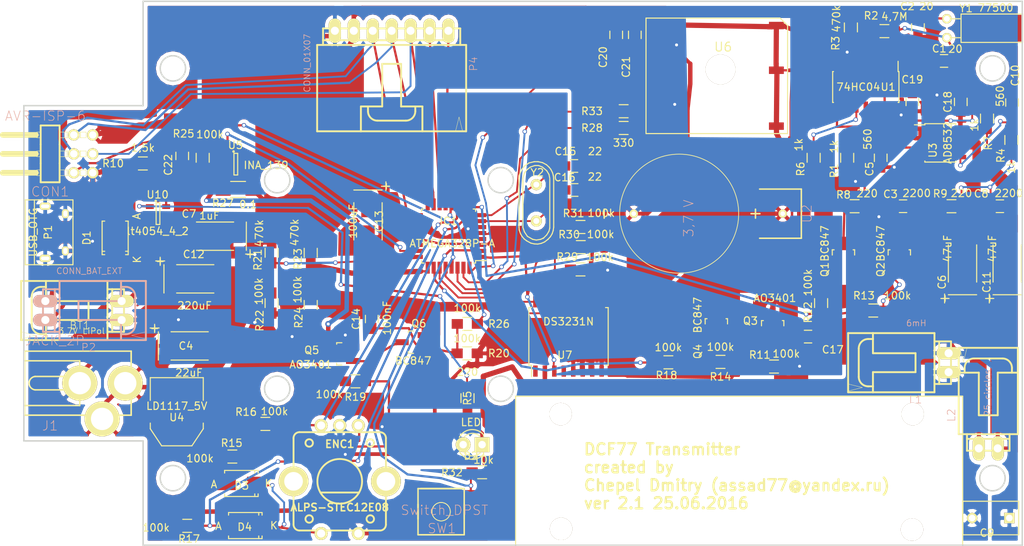
<source format=kicad_pcb>
(kicad_pcb (version 4) (host pcbnew 4.0.2-stable)
  (layers (0 F.Cu signal) (31 B.Cu signal hide) (34 B.Paste user hide) (35 F.Paste user hide) (36 B.SilkS user) (37 F.SilkS user) (38 B.Mask user) (39 F.Mask user) (44 Edge.Cuts user))
  (net 0 "")
  (net 1 "Net-(BT1-Pad1)")
  (net 2 GND)
  (net 3 "Net-(C1-Pad1)")
  (net 4 "Net-(C2-Pad1)")
  (net 5 "Net-(C3-Pad1)")
  (net 6 "Net-(C3-Pad2)")
  (net 7 "Net-(C4-Pad1)")
  (net 8 "Net-(C5-Pad1)")
  (net 9 "Net-(C6-Pad1)")
  (net 10 VAA)
  (net 11 "Net-(C8-Pad1)")
  (net 12 "Net-(C11-Pad2)")
  (net 13 "Net-(C9-Pad2)")
  (net 14 "Net-(C10-Pad1)")
  (net 15 "Net-(C11-Pad1)")
  (net 16 VCC)
  (net 17 "Net-(C14-Pad1)")
  (net 18 "Net-(C15-Pad2)")
  (net 19 "Net-(C16-Pad1)")
  (net 20 /MISO)
  (net 21 /CLOCK)
  (net 22 /MOSI)
  (net 23 "Net-(CON1-Pad5)")
  (net 24 "Net-(D1-Pad2)")
  (net 25 "Net-(D2-Pad1)")
  (net 26 "Net-(D3-Pad1)")
  (net 27 ON_BTN)
  (net 28 /R_BTN)
  (net 29 /ROT1)
  (net 30 /ROT2)
  (net 31 /SQW)
  (net 32 "Net-(IC1-Pad9)")
  (net 33 PWR_ON)
  (net 34 /LED_DC)
  (net 35 /LED_CS)
  (net 36 /VOLTAGE)
  (net 37 CURRENT)
  (net 38 /INPUT)
  (net 39 RADIO_ON)
  (net 40 /SDA)
  (net 41 /SDL)
  (net 42 VEE)
  (net 43 "Net-(Q1-Pad1)")
  (net 44 "Net-(Q1-Pad3)")
  (net 45 "Net-(Q2-Pad1)")
  (net 46 "Net-(Q2-Pad3)")
  (net 47 "Net-(Q3-Pad1)")
  (net 48 VDD)
  (net 49 "Net-(Q4-Pad1)")
  (net 50 "Net-(R2-Pad1)")
  (net 51 "Net-(R6-Pad2)")
  (net 52 "Net-(R7-Pad2)")
  (net 53 "Net-(U1-Pad4)")
  (net 54 "Net-(U1-Pad13)")
  (net 55 "Net-(U1-Pad11)")
  (net 56 "Net-(IC1-Pad19)")
  (net 57 "Net-(IC1-Pad20)")
  (net 58 "Net-(IC1-Pad22)")
  (net 59 "Net-(P1-Pad2)")
  (net 60 "Net-(P1-Pad3)")
  (net 61 "Net-(P1-Pad4)")
  (net 62 "Net-(R5-Pad1)")
  (net 63 "Net-(R10-Pad1)")
  (net 64 "Net-(U7-Pad1)")
  (net 65 "Net-(U7-Pad4)")
  (net 66 "Net-(Q5-Pad3)")
  (net 67 "Net-(IC1-Pad30)")
  (net 68 "Net-(IC1-Pad31)")
  (net 69 /PPS)
  (net 70 /RX)
  (net 71 /TX)
  (net 72 "Net-(U6-Pad5)")
  (module con-molex:con-molex-70553-02 (layer B.Cu) (at 105.5 99.5 90)
    (fp_text reference BT1 (at -2 -3 360) (layer F.SilkS) (effects (font (size 1.016 1.016) (thickness 0.0889))))
    (fp_text value "3,7V LiPol" (at -2.75 -2.75 360) (layer F.SilkS) (effects (font (size 0.8128 0.8128) (thickness 0.0889))))
    (pad 1 thru_hole oval (at -1.27 -7.62 90) (size 1.6383 3.2766) (drill 1.08966) (layers *.Cu B.Paste B.SilkS B.Mask) (net 1 "Net-(BT1-Pad1)"))
    (pad 2 thru_hole oval (at 1.27 -7.62 90) (size 1.6383 3.2766) (drill 1.08966) (layers *.Cu B.Paste B.SilkS B.Mask) (net 2 GND))
  )
  (module my-mod:con-molex-70553-07 (layer F.Cu) (at 144.36 69.57 180)
    (fp_text reference P4 (at -10.9855 3.175 270) (layer B.SilkS) (effects (font (size 1.016 1.016) (thickness 0.0889))))
    (fp_text value CONN_01X07 (at 11.3411 3.2766 270) (layer B.SilkS) (effects (font (size 0.8128 0.8128) (thickness 0.0889))))
    (pad 1 thru_hole oval (at -7.62 7.62 180) (size 1.6383 3.2766) (drill 1.08966) (layers *.Cu *.Mask F.Paste F.SilkS) (net 34 /LED_DC))
    (pad 2 thru_hole oval (at -5.08 7.62 180) (size 1.6383 3.2766) (drill 1.08966) (layers *.Cu *.Mask F.Paste F.SilkS) (net 35 /LED_CS))
    (pad 3 thru_hole oval (at -2.54 7.62 180) (size 1.6383 3.2766) (drill 1.08966) (layers *.Cu *.Mask F.Paste F.SilkS) (net 22 /MOSI))
    (pad 4 thru_hole oval (at 0 7.62 180) (size 1.6383 3.2766) (drill 1.08966) (layers *.Cu *.Mask F.Paste F.SilkS) (net 20 /MISO))
    (pad 5 thru_hole oval (at 2.54 7.62 180) (size 1.6383 3.2766) (drill 1.08966) (layers *.Cu *.Mask F.Paste F.SilkS) (net 21 /CLOCK))
    (pad 6 thru_hole oval (at 5.08 7.62 180) (size 1.6383 3.2766) (drill 1.08966) (layers *.Cu *.Mask F.Paste F.SilkS) (net 16 VCC))
    (pad 7 thru_hole oval (at 7.62 7.62 180) (size 1.6383 3.2766) (drill 1.08966) (layers *.Cu *.Mask F.Paste F.SilkS) (net 2 GND))
  )
  (module my-mod:con-molex-70553-02 (layer F.Cu) (at 151 121)
    (fp_text reference L1 (at 63.675 -9.547 180) (layer B.SilkS) (effects (font (size 1.016 1.016) (thickness 0.0889))))
    (fp_text value 6mH (at 63.7766 -19.8086 180) (layer B.SilkS) (effects (font (size 0.8128 0.8128) (thickness 0.0889))))
    (pad 1 thru_hole oval (at 68.12 -13.23 90) (size 1.6383 3.2766) (drill 1.08966) (layers *.Cu *.Mask F.Paste F.SilkS) (net 13 "Net-(C9-Pad2)"))
    (pad 2 thru_hole oval (at 68.12 -15.77 90) (size 1.6383 3.2766) (drill 1.08966) (layers *.Cu *.Mask F.Paste F.SilkS) (net 2 GND))
    (pad "" thru_hole circle (at 16.05 -7.6) (size 3 3) (drill 3) (layers *.Cu *.Mask F.SilkS))
    (pad "" thru_hole circle (at 16.1 7.8) (size 3 3) (drill 3) (layers *.Cu *.Mask F.SilkS))
    (pad "" thru_hole circle (at 63.2 7.9) (size 3 3) (drill 3) (layers *.Cu *.Mask F.SilkS))
    (pad "" thru_hole circle (at 63.3 -7.6) (size 3 3) (drill 3) (layers *.Cu *.Mask F.SilkS))
  )
  (module Capacitors_SMD:C_0805_HandSoldering (layer F.Cu) (at 218.5 66 180)
    (fp_text reference C1 (at 0.64 1.65 180) (layer F.SilkS))
    (fp_text value 20 (at -1.53 1.61 180) (layer F.SilkS))
    (pad 1 smd rect (at -1.25 0 180) (size 1.5 1.25) (layers F.Cu F.Paste F.Mask) (net 3 "Net-(C1-Pad1)"))
    (pad 2 smd rect (at 1.25 0 180) (size 1.5 1.25) (layers F.Cu F.Paste F.Mask) (net 2 GND))
  )
  (module Capacitors_SMD:C_0805_HandSoldering (layer F.Cu) (at 215 61.5 270)
    (fp_text reference C2 (at -2.83 1.41 360) (layer F.SilkS))
    (fp_text value 20 (at -2.83 -1.14 360) (layer F.SilkS))
    (pad 1 smd rect (at -1.25 0 270) (size 1.5 1.25) (layers F.Cu F.Paste F.Mask) (net 4 "Net-(C2-Pad1)"))
    (pad 2 smd rect (at 1.25 0 270) (size 1.5 1.25) (layers F.Cu F.Paste F.Mask) (net 2 GND))
  )
  (module Capacitors_SMD:C_0805_HandSoldering (layer F.Cu) (at 213 85.5)
    (fp_text reference C3 (at -1.69 -1.62) (layer F.SilkS))
    (fp_text value 2200 (at 1.83 -1.74) (layer F.SilkS))
    (pad 1 smd rect (at -1.25 0) (size 1.5 1.25) (layers F.Cu F.Paste F.Mask) (net 5 "Net-(C3-Pad1)"))
    (pad 2 smd rect (at 1.25 0) (size 1.5 1.25) (layers F.Cu F.Paste F.Mask) (net 6 "Net-(C3-Pad2)"))
  )
  (module Capacitors_Tantalum_SMD:TantalC_SizeB_EIA-3528_HandSoldering (layer F.Cu) (at 117.25 104.25)
    (fp_text reference C4 (at -0.5 0) (layer F.SilkS))
    (fp_text value 22uF (at -0.09906 3.59918) (layer F.SilkS))
    (fp_text user + (at -4.70154 -2.4003) (layer F.SilkS))
    (pad 2 smd rect (at 2.12598 0) (size 3.1496 1.80086) (layers F.Cu F.Paste F.Mask) (net 2 GND))
    (pad 1 smd rect (at -2.12598 0) (size 3.1496 1.80086) (layers F.Cu F.Paste F.Mask) (net 7 "Net-(C4-Pad1)"))
  )
  (module Capacitors_SMD:C_0805_HandSoldering (layer F.Cu) (at 210 79 270)
    (fp_text reference C5 (at 1.5 1.5 270) (layer F.SilkS))
    (fp_text value 560 (at -2.5 1.75 270) (layer F.SilkS))
    (pad 1 smd rect (at -1.25 0 270) (size 1.5 1.25) (layers F.Cu F.Paste F.Mask) (net 8 "Net-(C5-Pad1)"))
    (pad 2 smd rect (at 1.25 0 270) (size 1.5 1.25) (layers F.Cu F.Paste F.Mask) (net 2 GND))
  )
  (module Capacitors_Tantalum_SMD:TantalC_SizeB_EIA-3528_HandSoldering (layer F.Cu) (at 220.98 93.18 90)
    (fp_text reference C6 (at -2.5 -2.75 90) (layer F.SilkS))
    (fp_text value 47uF (at 2 -2 90) (layer F.SilkS))
    (fp_text user + (at -4.70154 -2.4003 90) (layer F.SilkS))
    (pad 2 smd rect (at 2.12598 0 90) (size 3.1496 1.80086) (layers F.Cu F.Paste F.Mask) (net 6 "Net-(C3-Pad2)"))
    (pad 1 smd rect (at -2.12598 0 90) (size 3.1496 1.80086) (layers F.Cu F.Paste F.Mask) (net 9 "Net-(C6-Pad1)"))
  )
  (module Capacitors_Tantalum_SMD:TantalC_SizeB_EIA-3528_HandSoldering (layer F.Cu) (at 120.6551 89.5219 180)
    (fp_text reference C7 (at 3.5 3 180) (layer F.SilkS))
    (fp_text value 1uF (at 0.75 2.75 180) (layer F.SilkS))
    (fp_text user + (at -4.70154 -2.4003 180) (layer F.SilkS))
    (pad 2 smd rect (at 2.12598 0 180) (size 3.1496 1.80086) (layers F.Cu F.Paste F.Mask) (net 2 GND))
    (pad 1 smd rect (at -2.12598 0 180) (size 3.1496 1.80086) (layers F.Cu F.Paste F.Mask) (net 10 VAA))
  )
  (module Capacitors_SMD:C_0805_HandSoldering (layer F.Cu) (at 226 85.5)
    (fp_text reference C8 (at -2.51 -1.68) (layer F.SilkS))
    (fp_text value 2200 (at 1.21 -1.74) (layer F.SilkS))
    (pad 1 smd rect (at -1.25 0) (size 1.5 1.25) (layers F.Cu F.Paste F.Mask) (net 11 "Net-(C8-Pad1)"))
    (pad 2 smd rect (at 1.25 0) (size 1.5 1.25) (layers F.Cu F.Paste F.Mask) (net 12 "Net-(C11-Pad2)"))
  )
  (module Capacitors_ThroughHole:C_Disc_D7.5_P5 (layer F.Cu) (at 227.27 127.35 180)
    (fp_text reference C9 (at 3 -2 180) (layer F.SilkS))
    (fp_text value 680pF)
    (pad 1 thru_hole rect (at 0 0 180) (size 1.4 1.4) (drill 0.9) (layers *.Cu *.Mask F.SilkS) (net 2 GND))
    (pad 2 thru_hole circle (at 5 0 180) (size 1.4 1.4) (drill 0.9) (layers *.Cu *.Mask F.SilkS) (net 13 "Net-(C9-Pad2)"))
  )
  (module Capacitors_SMD:C_0805_HandSoldering (layer F.Cu) (at 227.63 71.58 90)
    (fp_text reference C10 (at 3.63 0.42 90) (layer F.SilkS))
    (fp_text value 560 (at 0.86 -1.6 90) (layer F.SilkS))
    (pad 1 smd rect (at -1.25 0 90) (size 1.5 1.25) (layers F.Cu F.Paste F.Mask) (net 14 "Net-(C10-Pad1)"))
    (pad 2 smd rect (at 1.25 0 90) (size 1.5 1.25) (layers F.Cu F.Paste F.Mask) (net 2 GND))
  )
  (module Capacitors_Tantalum_SMD:TantalC_SizeB_EIA-3528_HandSoldering (layer F.Cu) (at 226.98 93.18 90)
    (fp_text reference C11 (at -2.5 -2.75 90) (layer F.SilkS))
    (fp_text value 47uF (at 2 -2 90) (layer F.SilkS))
    (fp_text user + (at -4.70154 -2.4003 90) (layer F.SilkS))
    (pad 2 smd rect (at 2.12598 0 90) (size 3.1496 1.80086) (layers F.Cu F.Paste F.Mask) (net 12 "Net-(C11-Pad2)"))
    (pad 1 smd rect (at -2.12598 0 90) (size 3.1496 1.80086) (layers F.Cu F.Paste F.Mask) (net 15 "Net-(C11-Pad1)"))
  )
  (module Capacitors_Tantalum_SMD:TantalC_SizeB_EIA-3528_HandSoldering (layer F.Cu) (at 118 95.25)
    (fp_text reference C12 (at -0.20066 -3.29946) (layer F.SilkS))
    (fp_text value 220uF (at -0.09906 3.59918) (layer F.SilkS))
    (fp_text user + (at -4.70154 -2.4003) (layer F.SilkS))
    (pad 2 smd rect (at 2.12598 0) (size 3.1496 1.80086) (layers F.Cu F.Paste F.Mask) (net 2 GND))
    (pad 1 smd rect (at -2.12598 0) (size 3.1496 1.80086) (layers F.Cu F.Paste F.Mask) (net 1 "Net-(BT1-Pad1)"))
  )
  (module Capacitors_Tantalum_SMD:TantalC_SizeB_EIA-3528_HandSoldering (layer F.Cu) (at 141.185 87.5259 270)
    (fp_text reference C13 (at 0 -1.5 270) (layer F.SilkS))
    (fp_text value 100uF (at 0 2 270) (layer F.SilkS))
    (fp_text user + (at -4.70154 -2.4003 270) (layer F.SilkS))
    (pad 2 smd rect (at 2.12598 0 270) (size 3.1496 1.80086) (layers F.Cu F.Paste F.Mask) (net 2 GND))
    (pad 1 smd rect (at -2.12598 0 270) (size 3.1496 1.80086) (layers F.Cu F.Paste F.Mask) (net 16 VCC))
  )
  (module Capacitors_SMD:C_0805_HandSoldering (layer F.Cu) (at 141.6937 100.64 90)
    (fp_text reference C14 (at 0 -2.1 90) (layer F.SilkS))
    (fp_text value 100nF (at 0.14 2.0563 90) (layer F.SilkS))
    (pad 1 smd rect (at -1.25 0 90) (size 1.5 1.25) (layers F.Cu F.Paste F.Mask) (net 17 "Net-(C14-Pad1)"))
    (pad 2 smd rect (at 1.25 0 90) (size 1.5 1.25) (layers F.Cu F.Paste F.Mask) (net 2 GND))
  )
  (module Capacitors_SMD:C_0805_HandSoldering (layer F.Cu) (at 168.84 80.1 180)
    (fp_text reference C15 (at 1.15 1.96 180) (layer F.SilkS))
    (fp_text value 22 (at -2.82 1.96 180) (layer F.SilkS))
    (pad 1 smd rect (at -1.25 0 180) (size 1.5 1.25) (layers F.Cu F.Paste F.Mask) (net 2 GND))
    (pad 2 smd rect (at 1.25 0 180) (size 1.5 1.25) (layers F.Cu F.Paste F.Mask) (net 18 "Net-(C15-Pad2)"))
  )
  (module Capacitors_SMD:C_0805_HandSoldering (layer F.Cu) (at 168.87 83.32)
    (fp_text reference C16 (at -1.28 -1.68) (layer F.SilkS))
    (fp_text value 22 (at 2.77 -1.76) (layer F.SilkS))
    (pad 1 smd rect (at -1.25 0) (size 1.5 1.25) (layers F.Cu F.Paste F.Mask) (net 19 "Net-(C16-Pad1)"))
    (pad 2 smd rect (at 1.25 0) (size 1.5 1.25) (layers F.Cu F.Paste F.Mask) (net 2 GND))
  )
  (module LEDs:LED-3MM (layer F.Cu) (at 156.5 117.5 180)
    (fp_text reference D2 (at 1.5 -1.5 180) (layer F.SilkS))
    (fp_text value LED (at 1.5 3 180) (layer F.SilkS))
    (fp_text user K (at 0 0 180) (layer F.SilkS))
    (pad 1 thru_hole rect (at 0 0 270) (size 2 2) (drill 1.00076) (layers *.Cu *.Mask F.SilkS) (net 25 "Net-(D2-Pad1)"))
    (pad 2 thru_hole circle (at 2.54 0 180) (size 2 2) (drill 1.00076) (layers *.Cu *.Mask F.SilkS) (net 10 VAA))
  )
  (module ALPS-STEC12E08:ALPS-STEC12E08 (layer F.Cu) (at 137.3929 122.4263 180)
    (fp_text reference ENC1 (at 0 5 180) (layer F.SilkS) (effects (font (thickness 0.2))))
    (fp_text value ALPS-STEC12E08 (at 0 -3.5 180) (layer F.SilkS) (effects (font (thickness 0.2))))
    (pad A thru_hole circle (at -2.5 7.5 180) (size 1.75 1.75) (drill 1.1) (layers *.Cu *.Mask F.SilkS) (net 29 /ROT1))
    (pad B thru_hole circle (at 2.5 7.5 180) (size 1.75 1.75) (drill 1.1) (layers *.Cu *.Mask F.SilkS) (net 30 /ROT2))
    (pad C thru_hole circle (at 0 7.5 180) (size 1.75 1.75) (drill 1.1) (layers *.Cu *.Mask F.SilkS) (net 2 GND))
    (pad SW2 thru_hole circle (at 2.5 -7 180) (size 1.75 1.75) (drill 1.1) (layers *.Cu *.Mask F.SilkS) (net 26 "Net-(D3-Pad1)"))
    (pad SW1 thru_hole circle (at -2.5 -7 180) (size 1.75 1.75) (drill 1.1) (layers *.Cu *.Mask F.SilkS) (net 2 GND))
    (pad body thru_hole oval (at 6.2 0 180) (size 4 4) (drill 2.5) (layers *.Cu *.Mask F.SilkS))
    (pad body thru_hole oval (at -6.2 0 180) (size 4 4) (drill 2.5) (layers *.Cu *.Mask F.SilkS))
  )
  (module Housings_QFP:TQFP-32_7x7mm_Pitch0.8mm (layer F.Cu) (at 152 89.5 180)
    (fp_text reference IC1 (at 0 2 180) (layer F.SilkS))
    (fp_text value ATMEGA328P-A (at -0.5 -1 180) (layer F.SilkS))
    (pad 1 smd rect (at -4.25 -2.8 180) (size 1.6 0.55) (layers F.Cu F.Paste F.Mask) (net 31 /SQW))
    (pad 2 smd rect (at -4.25 -2 180) (size 1.6 0.55) (layers F.Cu F.Paste F.Mask) (net 28 /R_BTN))
    (pad 3 smd rect (at -4.25 -1.2 180) (size 1.6 0.55) (layers F.Cu F.Paste F.Mask) (net 2 GND))
    (pad 4 smd rect (at -4.25 -0.4 180) (size 1.6 0.55) (layers F.Cu F.Paste F.Mask) (net 16 VCC))
    (pad 5 smd rect (at -4.25 0.4 180) (size 1.6 0.55) (layers F.Cu F.Paste F.Mask) (net 2 GND))
    (pad 6 smd rect (at -4.25 1.2 180) (size 1.6 0.55) (layers F.Cu F.Paste F.Mask) (net 16 VCC))
    (pad 7 smd rect (at -4.25 2 180) (size 1.6 0.55) (layers F.Cu F.Paste F.Mask) (net 19 "Net-(C16-Pad1)"))
    (pad 8 smd rect (at -4.25 2.8 180) (size 1.6 0.55) (layers F.Cu F.Paste F.Mask) (net 18 "Net-(C15-Pad2)"))
    (pad 9 smd rect (at -2.8 4.25 270) (size 1.6 0.55) (layers F.Cu F.Paste F.Mask) (net 32 "Net-(IC1-Pad9)"))
    (pad 10 smd rect (at -2 4.25 270) (size 1.6 0.55) (layers F.Cu F.Paste F.Mask) (net 29 /ROT1))
    (pad 11 smd rect (at -1.2 4.25 270) (size 1.6 0.55) (layers F.Cu F.Paste F.Mask) (net 30 /ROT2))
    (pad 12 smd rect (at -0.4 4.25 270) (size 1.6 0.55) (layers F.Cu F.Paste F.Mask) (net 33 PWR_ON))
    (pad 13 smd rect (at 0.4 4.25 270) (size 1.6 0.55) (layers F.Cu F.Paste F.Mask) (net 34 /LED_DC))
    (pad 14 smd rect (at 1.2 4.25 270) (size 1.6 0.55) (layers F.Cu F.Paste F.Mask) (net 35 /LED_CS))
    (pad 15 smd rect (at 2 4.25 270) (size 1.6 0.55) (layers F.Cu F.Paste F.Mask) (net 22 /MOSI))
    (pad 16 smd rect (at 2.8 4.25 270) (size 1.6 0.55) (layers F.Cu F.Paste F.Mask) (net 20 /MISO))
    (pad 17 smd rect (at 4.25 2.8 180) (size 1.6 0.55) (layers F.Cu F.Paste F.Mask) (net 21 /CLOCK))
    (pad 18 smd rect (at 4.25 2 180) (size 1.6 0.55) (layers F.Cu F.Paste F.Mask) (net 16 VCC))
    (pad 19 smd rect (at 4.25 1.2 180) (size 1.6 0.55) (layers F.Cu F.Paste F.Mask) (net 56 "Net-(IC1-Pad19)"))
    (pad 20 smd rect (at 4.25 0.4 180) (size 1.6 0.55) (layers F.Cu F.Paste F.Mask) (net 57 "Net-(IC1-Pad20)"))
    (pad 21 smd rect (at 4.25 -0.4 180) (size 1.6 0.55) (layers F.Cu F.Paste F.Mask) (net 2 GND))
    (pad 22 smd rect (at 4.25 -1.2 180) (size 1.6 0.55) (layers F.Cu F.Paste F.Mask) (net 58 "Net-(IC1-Pad22)"))
    (pad 23 smd rect (at 4.25 -2 180) (size 1.6 0.55) (layers F.Cu F.Paste F.Mask) (net 37 CURRENT))
    (pad 24 smd rect (at 4.25 -2.8 180) (size 1.6 0.55) (layers F.Cu F.Paste F.Mask) (net 36 /VOLTAGE))
    (pad 25 smd rect (at 2.8 -4.25 270) (size 1.6 0.55) (layers F.Cu F.Paste F.Mask) (net 38 /INPUT))
    (pad 26 smd rect (at 2 -4.25 270) (size 1.6 0.55) (layers F.Cu F.Paste F.Mask) (net 39 RADIO_ON))
    (pad 27 smd rect (at 1.2 -4.25 270) (size 1.6 0.55) (layers F.Cu F.Paste F.Mask) (net 40 /SDA))
    (pad 28 smd rect (at 0.4 -4.25 270) (size 1.6 0.55) (layers F.Cu F.Paste F.Mask) (net 41 /SDL))
    (pad 29 smd rect (at -0.4 -4.25 270) (size 1.6 0.55) (layers F.Cu F.Paste F.Mask) (net 23 "Net-(CON1-Pad5)"))
    (pad 30 smd rect (at -1.2 -4.25 270) (size 1.6 0.55) (layers F.Cu F.Paste F.Mask) (net 67 "Net-(IC1-Pad30)"))
    (pad 31 smd rect (at -2 -4.25 270) (size 1.6 0.55) (layers F.Cu F.Paste F.Mask) (net 68 "Net-(IC1-Pad31)"))
    (pad 32 smd rect (at -2.8 -4.25 270) (size 1.6 0.55) (layers F.Cu F.Paste F.Mask) (net 69 /PPS))
  )
  (module Connect:USB_Micro-B (layer F.Cu) (at 99 89 270)
    (fp_text reference P1 (at 0 0.75 270) (layer F.SilkS))
    (fp_text value USB_OTG (at 0 2.75 270) (layer F.SilkS))
    (pad 1 smd rect (at -1.3009 -1.56254) (size 1.35 0.4) (layers F.Cu F.Paste F.Mask) (net 24 "Net-(D1-Pad2)"))
    (pad 2 smd rect (at -0.6509 -1.56254) (size 1.35 0.4) (layers F.Cu F.Paste F.Mask) (net 59 "Net-(P1-Pad2)"))
    (pad 3 smd rect (at -0.0009 -1.56254) (size 1.35 0.4) (layers F.Cu F.Paste F.Mask) (net 60 "Net-(P1-Pad3)"))
    (pad 4 smd rect (at 0.6491 -1.56254) (size 1.35 0.4) (layers F.Cu F.Paste F.Mask) (net 61 "Net-(P1-Pad4)"))
    (pad 5 smd rect (at 1.2991 -1.56254) (size 1.35 0.4) (layers F.Cu F.Paste F.Mask) (net 2 GND))
    (pad 6 thru_hole oval (at -2.5009 -1.56254) (size 0.95 1.25) (drill oval 0.55 0.85) (layers *.Cu *.Mask F.SilkS) (net 2 GND))
    (pad 6 thru_hole oval (at 2.4991 -1.56254) (size 0.95 1.25) (drill oval 0.55 0.85) (layers *.Cu *.Mask F.SilkS) (net 2 GND))
    (pad 6 thru_hole oval (at -3.5009 1.13746) (size 1.55 1) (drill oval 1.15 0.5) (layers *.Cu *.Mask F.SilkS) (net 2 GND))
    (pad 6 thru_hole oval (at 3.4991 1.13746) (size 1.55 1) (drill oval 1.15 0.5) (layers *.Cu *.Mask F.SilkS) (net 2 GND))
  )
  (module TO_SOT_Packages_SMD:SOT-23_Handsoldering (layer F.Cu) (at 205 92)
    (fp_text reference Q1 (at -2.5 2 90) (layer F.SilkS))
    (fp_text value BC847 (at -2.5 -1.5 90) (layer F.SilkS))
    (pad 1 smd rect (at -0.95 1.50114) (size 0.8001 1.80086) (layers F.Cu F.Paste F.Mask) (net 43 "Net-(Q1-Pad1)"))
    (pad 2 smd rect (at 0.95 1.50114) (size 0.8001 1.80086) (layers F.Cu F.Paste F.Mask) (net 2 GND))
    (pad 3 smd rect (at 0 -1.50114) (size 0.8001 1.80086) (layers F.Cu F.Paste F.Mask) (net 44 "Net-(Q1-Pad3)"))
  )
  (module TO_SOT_Packages_SMD:SOT-23_Handsoldering (layer F.Cu) (at 212.5 92)
    (fp_text reference Q2 (at -2.5 2 90) (layer F.SilkS))
    (fp_text value BC847 (at -2.5 -1.5 90) (layer F.SilkS))
    (pad 1 smd rect (at -0.95 1.50114) (size 0.8001 1.80086) (layers F.Cu F.Paste F.Mask) (net 45 "Net-(Q2-Pad1)"))
    (pad 2 smd rect (at 0.95 1.50114) (size 0.8001 1.80086) (layers F.Cu F.Paste F.Mask) (net 2 GND))
    (pad 3 smd rect (at 0 -1.50114) (size 0.8001 1.80086) (layers F.Cu F.Paste F.Mask) (net 46 "Net-(Q2-Pad3)"))
  )
  (module TO_SOT_Packages_SMD:SOT-23_Handsoldering (layer F.Cu) (at 195.5 101.5)
    (fp_text reference Q3 (at -2.98 -0.61 180) (layer F.SilkS))
    (fp_text value AO3401 (at 0.3 -3.66 180) (layer F.SilkS))
    (pad 1 smd rect (at -0.95 1.50114) (size 0.8001 1.80086) (layers F.Cu F.Paste F.Mask) (net 47 "Net-(Q3-Pad1)"))
    (pad 2 smd rect (at 0.95 1.50114) (size 0.8001 1.80086) (layers F.Cu F.Paste F.Mask) (net 16 VCC))
    (pad 3 smd rect (at 0 -1.50114) (size 0.8001 1.80086) (layers F.Cu F.Paste F.Mask) (net 48 VDD))
  )
  (module TO_SOT_Packages_SMD:SOT-23_Handsoldering (layer F.Cu) (at 187.9401 101.2484)
    (fp_text reference Q4 (at -2.5 3.75 90) (layer F.SilkS))
    (fp_text value BC847 (at -2.5001 -1.1384 90) (layer F.SilkS))
    (pad 1 smd rect (at -0.95 1.50114) (size 0.8001 1.80086) (layers F.Cu F.Paste F.Mask) (net 49 "Net-(Q4-Pad1)"))
    (pad 2 smd rect (at 0.95 1.50114) (size 0.8001 1.80086) (layers F.Cu F.Paste F.Mask) (net 2 GND))
    (pad 3 smd rect (at 0 -1.50114) (size 0.8001 1.80086) (layers F.Cu F.Paste F.Mask) (net 47 "Net-(Q3-Pad1)"))
  )
  (module TO_SOT_Packages_SMD:SOT-23_Handsoldering (layer F.Cu) (at 137.6341 105.3232 90)
    (fp_text reference Q5 (at 0.5 -4 180) (layer F.SilkS))
    (fp_text value AO3401 (at -1.4268 -4.1341 180) (layer F.SilkS))
    (pad 1 smd rect (at -0.95 1.50114 90) (size 0.8001 1.80086) (layers F.Cu F.Paste F.Mask) (net 27 ON_BTN))
    (pad 2 smd rect (at 0.95 1.50114 90) (size 0.8001 1.80086) (layers F.Cu F.Paste F.Mask) (net 1 "Net-(BT1-Pad1)"))
    (pad 3 smd rect (at 0 -1.50114 90) (size 0.8001 1.80086) (layers F.Cu F.Paste F.Mask) (net 66 "Net-(Q5-Pad3)"))
  )
  (module TO_SOT_Packages_SMD:SOT-23_Handsoldering (layer F.Cu) (at 147.25 103.75 90)
    (fp_text reference Q6 (at 2.5 0.75 180) (layer F.SilkS))
    (fp_text value BC847 (at -2.5 0 180) (layer F.SilkS))
    (pad 1 smd rect (at -0.95 1.50114 90) (size 0.8001 1.80086) (layers F.Cu F.Paste F.Mask) (net 17 "Net-(C14-Pad1)"))
    (pad 2 smd rect (at 0.95 1.50114 90) (size 0.8001 1.80086) (layers F.Cu F.Paste F.Mask) (net 2 GND))
    (pad 3 smd rect (at 0 -1.50114 90) (size 0.8001 1.80086) (layers F.Cu F.Paste F.Mask) (net 27 ON_BTN))
  )
  (module Resistors_SMD:R_0805_HandSoldering (layer F.Cu) (at 205.5 79 270)
    (fp_text reference R1 (at 1.75 1.75 270) (layer F.SilkS))
    (fp_text value 1k (at -1.5 1.75 270) (layer F.SilkS))
    (pad 1 smd rect (at -1.35 0 270) (size 1.5 1.3) (layers F.Cu F.Paste F.Mask) (net 8 "Net-(C5-Pad1)"))
    (pad 2 smd rect (at 1.35 0 270) (size 1.5 1.3) (layers F.Cu F.Paste F.Mask) (net 5 "Net-(C3-Pad1)"))
  )
  (module Resistors_SMD:R_0805_HandSoldering (layer F.Cu) (at 210.5 62)
    (fp_text reference R2 (at -1.79 -2.07) (layer F.SilkS))
    (fp_text value 4,7M (at 1.34 -1.95) (layer F.SilkS))
    (pad 1 smd rect (at -1.35 0) (size 1.5 1.3) (layers F.Cu F.Paste F.Mask) (net 50 "Net-(R2-Pad1)"))
    (pad 2 smd rect (at 1.35 0) (size 1.5 1.3) (layers F.Cu F.Paste F.Mask) (net 3 "Net-(C1-Pad1)"))
  )
  (module Resistors_SMD:R_0805_HandSoldering (layer F.Cu) (at 206 61.5 90)
    (fp_text reference R3 (at -2.13 -2.05 270) (layer F.SilkS))
    (fp_text value 470k (at 1.15 -1.94 90) (layer F.SilkS))
    (pad 1 smd rect (at -1.35 0 90) (size 1.5 1.3) (layers F.Cu F.Paste F.Mask) (net 50 "Net-(R2-Pad1)"))
    (pad 2 smd rect (at 1.35 0 90) (size 1.5 1.3) (layers F.Cu F.Paste F.Mask) (net 4 "Net-(C2-Pad1)"))
  )
  (module Resistors_SMD:R_0805_HandSoldering (layer F.Cu) (at 227.54 76.61 270)
    (fp_text reference R4 (at 2.1 1.42 270) (layer F.SilkS))
    (fp_text value 1k (at 3.66 0.02 270) (layer F.SilkS))
    (pad 1 smd rect (at -1.35 0 270) (size 1.5 1.3) (layers F.Cu F.Paste F.Mask) (net 14 "Net-(C10-Pad1)"))
    (pad 2 smd rect (at 1.35 0 270) (size 1.5 1.3) (layers F.Cu F.Paste F.Mask) (net 11 "Net-(C8-Pad1)"))
  )
  (module Resistors_SMD:R_0805_HandSoldering (layer F.Cu) (at 154.54 111.26 270)
    (fp_text reference R5 (at 0 0 270) (layer F.SilkS))
    (fp_text value 220 (at -3.5 0 360) (layer F.SilkS))
    (pad 1 smd rect (at -1.35 0 270) (size 1.5 1.3) (layers F.Cu F.Paste F.Mask) (net 62 "Net-(R5-Pad1)"))
    (pad 2 smd rect (at 1.35 0 270) (size 1.5 1.3) (layers F.Cu F.Paste F.Mask) (net 25 "Net-(D2-Pad1)"))
  )
  (module Resistors_SMD:R_0805_HandSoldering (layer F.Cu) (at 201 79 90)
    (fp_text reference R6 (at -1.5 -1.75 90) (layer F.SilkS))
    (fp_text value 1k (at 1.75 -2 90) (layer F.SilkS))
    (pad 1 smd rect (at -1.35 0 90) (size 1.5 1.3) (layers F.Cu F.Paste F.Mask) (net 5 "Net-(C3-Pad1)"))
    (pad 2 smd rect (at 1.35 0 90) (size 1.5 1.3) (layers F.Cu F.Paste F.Mask) (net 51 "Net-(R6-Pad2)"))
  )
  (module Resistors_SMD:R_0805_HandSoldering (layer F.Cu) (at 224.27 73.73 90)
    (fp_text reference R7 (at -3.3 0.16 90) (layer F.SilkS))
    (fp_text value 1k (at -0.87 -1.68 90) (layer F.SilkS))
    (pad 1 smd rect (at -1.35 0 90) (size 1.5 1.3) (layers F.Cu F.Paste F.Mask) (net 11 "Net-(C8-Pad1)"))
    (pad 2 smd rect (at 1.35 0 90) (size 1.5 1.3) (layers F.Cu F.Paste F.Mask) (net 52 "Net-(R7-Pad2)"))
  )
  (module Resistors_SMD:R_0805_HandSoldering (layer F.Cu) (at 206.5 85.5)
    (fp_text reference R8 (at -1.5 -1.54) (layer F.SilkS))
    (fp_text value 220 (at 1.68 -1.71) (layer F.SilkS))
    (pad 1 smd rect (at -1.35 0) (size 1.5 1.3) (layers F.Cu F.Paste F.Mask) (net 44 "Net-(Q1-Pad3)"))
    (pad 2 smd rect (at 1.35 0) (size 1.5 1.3) (layers F.Cu F.Paste F.Mask) (net 5 "Net-(C3-Pad1)"))
  )
  (module Resistors_SMD:R_0805_HandSoldering (layer F.Cu) (at 219.5 85.5)
    (fp_text reference R9 (at -1.51 -1.68) (layer F.SilkS))
    (fp_text value 220 (at 1.34 -1.74) (layer F.SilkS))
    (pad 1 smd rect (at -1.35 0) (size 1.5 1.3) (layers F.Cu F.Paste F.Mask) (net 46 "Net-(Q2-Pad3)"))
    (pad 2 smd rect (at 1.35 0) (size 1.5 1.3) (layers F.Cu F.Paste F.Mask) (net 11 "Net-(C8-Pad1)"))
  )
  (module Resistors_SMD:R_0805_HandSoldering (layer F.Cu) (at 110.9695 79.7621 180)
    (fp_text reference R10 (at 4 0 180) (layer F.SilkS))
    (fp_text value 1,5k (at 0 2.1 180) (layer F.SilkS))
    (pad 1 smd rect (at -1.35 0 180) (size 1.5 1.3) (layers F.Cu F.Paste F.Mask) (net 63 "Net-(R10-Pad1)"))
    (pad 2 smd rect (at 1.35 0 180) (size 1.5 1.3) (layers F.Cu F.Paste F.Mask) (net 2 GND))
  )
  (module Resistors_SMD:R_0805_HandSoldering (layer F.Cu) (at 195.68 107.02)
    (fp_text reference R11 (at -1.9 -1.56) (layer F.SilkS))
    (fp_text value 100k (at 1.64 -1.71) (layer F.SilkS))
    (pad 1 smd rect (at -1.35 0) (size 1.5 1.3) (layers F.Cu F.Paste F.Mask) (net 47 "Net-(Q3-Pad1)"))
    (pad 2 smd rect (at 1.35 0) (size 1.5 1.3) (layers F.Cu F.Paste F.Mask) (net 16 VCC))
  )
  (module Resistors_SMD:R_0805_HandSoldering (layer F.Cu) (at 202 98.5 90)
    (fp_text reference R12 (at -1.25 -1.75 90) (layer F.SilkS))
    (fp_text value 100k (at 2.75 -1.75 90) (layer F.SilkS))
    (pad 1 smd rect (at -1.35 0 90) (size 1.5 1.3) (layers F.Cu F.Paste F.Mask) (net 32 "Net-(IC1-Pad9)"))
    (pad 2 smd rect (at 1.35 0 90) (size 1.5 1.3) (layers F.Cu F.Paste F.Mask) (net 43 "Net-(Q1-Pad1)"))
  )
  (module Resistors_SMD:R_0805_HandSoldering (layer F.Cu) (at 209 99.5)
    (fp_text reference R13 (at -1.25 -2) (layer F.SilkS))
    (fp_text value 100k (at 3.25 -2) (layer F.SilkS))
    (pad 1 smd rect (at -1.35 0) (size 1.5 1.3) (layers F.Cu F.Paste F.Mask) (net 32 "Net-(IC1-Pad9)"))
    (pad 2 smd rect (at 1.35 0) (size 1.5 1.3) (layers F.Cu F.Paste F.Mask) (net 45 "Net-(Q2-Pad1)"))
  )
  (module Resistors_SMD:R_0805_HandSoldering (layer F.Cu) (at 188.5 106.3946)
    (fp_text reference R14 (at 0 2) (layer F.SilkS))
    (fp_text value 100k (at 0 -2) (layer F.SilkS))
    (pad 1 smd rect (at -1.35 0) (size 1.5 1.3) (layers F.Cu F.Paste F.Mask) (net 49 "Net-(Q4-Pad1)"))
    (pad 2 smd rect (at 1.35 0) (size 1.5 1.3) (layers F.Cu F.Paste F.Mask) (net 2 GND))
  )
  (module Resistors_SMD:R_0805_HandSoldering (layer F.Cu) (at 122.98 119.1 180)
    (fp_text reference R15 (at 0.09 1.81 180) (layer F.SilkS))
    (fp_text value 100k (at 4.34 -0.26 180) (layer F.SilkS))
    (pad 1 smd rect (at -1.35 0 180) (size 1.5 1.3) (layers F.Cu F.Paste F.Mask) (net 29 /ROT1))
    (pad 2 smd rect (at 1.35 0 180) (size 1.5 1.3) (layers F.Cu F.Paste F.Mask) (net 16 VCC))
  )
  (module Resistors_SMD:R_0805_HandSoldering (layer F.Cu) (at 127.41 114.72 180)
    (fp_text reference R16 (at 2.59 1.6 180) (layer F.SilkS))
    (fp_text value 100k (at -1.22 1.68 180) (layer F.SilkS))
    (pad 1 smd rect (at -1.35 0 180) (size 1.5 1.3) (layers F.Cu F.Paste F.Mask) (net 30 /ROT2))
    (pad 2 smd rect (at 1.35 0 180) (size 1.5 1.3) (layers F.Cu F.Paste F.Mask) (net 16 VCC))
  )
  (module Resistors_SMD:R_0805_HandSoldering (layer F.Cu) (at 116.92 128.4 180)
    (fp_text reference R17 (at -0.25 -1.75 180) (layer F.SilkS))
    (fp_text value 100k (at 4.19 -0.25 180) (layer F.SilkS))
    (pad 1 smd rect (at -1.35 0 180) (size 1.5 1.3) (layers F.Cu F.Paste F.Mask) (net 28 /R_BTN))
    (pad 2 smd rect (at 1.35 0 180) (size 1.5 1.3) (layers F.Cu F.Paste F.Mask) (net 16 VCC))
  )
  (module Resistors_SMD:R_0805_HandSoldering (layer F.Cu) (at 181.5 106.45)
    (fp_text reference R18 (at -0.25 1.75) (layer F.SilkS))
    (fp_text value 100k (at 0 -2) (layer F.SilkS))
    (pad 1 smd rect (at -1.35 0) (size 1.5 1.3) (layers F.Cu F.Paste F.Mask) (net 39 RADIO_ON))
    (pad 2 smd rect (at 1.35 0) (size 1.5 1.3) (layers F.Cu F.Paste F.Mask) (net 49 "Net-(Q4-Pad1)"))
  )
  (module Resistors_SMD:R_0805_HandSoldering (layer F.Cu) (at 139.5 109 180)
    (fp_text reference R19 (at 0 -2.1 180) (layer F.SilkS))
    (fp_text value 100k (at 3.5 -1.75 180) (layer F.SilkS))
    (pad 1 smd rect (at -1.35 0 180) (size 1.5 1.3) (layers F.Cu F.Paste F.Mask) (net 27 ON_BTN))
    (pad 2 smd rect (at 1.35 0 180) (size 1.5 1.3) (layers F.Cu F.Paste F.Mask) (net 1 "Net-(BT1-Pad1)"))
  )
  (module Resistors_SMD:R_0805_HandSoldering (layer F.Cu) (at 154.5 105.25)
    (fp_text reference R20 (at 4.25 0) (layer F.SilkS))
    (fp_text value 100k (at 0 -2) (layer F.SilkS))
    (pad 1 smd rect (at -1.35 0) (size 1.5 1.3) (layers F.Cu F.Paste F.Mask) (net 17 "Net-(C14-Pad1)"))
    (pad 2 smd rect (at 1.35 0) (size 1.5 1.3) (layers F.Cu F.Paste F.Mask) (net 2 GND))
  )
  (module Resistors_SMD:R_0805_HandSoldering (layer F.Cu) (at 128.25 91.75 270)
    (fp_text reference R21 (at 0.93 1.85 270) (layer F.SilkS))
    (fp_text value 470k (at -2.62 1.65 270) (layer F.SilkS))
    (pad 1 smd rect (at -1.35 0 270) (size 1.5 1.3) (layers F.Cu F.Paste F.Mask) (net 10 VAA))
    (pad 2 smd rect (at 1.35 0 270) (size 1.5 1.3) (layers F.Cu F.Paste F.Mask) (net 36 /VOLTAGE))
  )
  (module Resistors_SMD:R_0805_HandSoldering (layer F.Cu) (at 128.25 98.5 270)
    (fp_text reference R22 (at 2.37 1.6 270) (layer F.SilkS))
    (fp_text value 100k (at -1.57 1.7 270) (layer F.SilkS))
    (pad 1 smd rect (at -1.35 0 270) (size 1.5 1.3) (layers F.Cu F.Paste F.Mask) (net 36 /VOLTAGE))
    (pad 2 smd rect (at 1.35 0 270) (size 1.5 1.3) (layers F.Cu F.Paste F.Mask) (net 2 GND))
  )
  (module Resistors_SMD:R_0805_HandSoldering (layer F.Cu) (at 133.5 91.75 270)
    (fp_text reference R23 (at 0.84 1.71 270) (layer F.SilkS))
    (fp_text value 470k (at -2.73 2.15 270) (layer F.SilkS))
    (pad 1 smd rect (at -1.35 0 270) (size 1.5 1.3) (layers F.Cu F.Paste F.Mask) (net 16 VCC))
    (pad 2 smd rect (at 1.35 0 270) (size 1.5 1.3) (layers F.Cu F.Paste F.Mask) (net 38 /INPUT))
  )
  (module Resistors_SMD:R_0805_HandSoldering (layer F.Cu) (at 133.5 98.75 270)
    (fp_text reference R24 (at 1.69 1.62 270) (layer F.SilkS))
    (fp_text value 100k (at -2.05 1.76 270) (layer F.SilkS))
    (pad 1 smd rect (at -1.35 0 270) (size 1.5 1.3) (layers F.Cu F.Paste F.Mask) (net 38 /INPUT))
    (pad 2 smd rect (at 1.35 0 270) (size 1.5 1.3) (layers F.Cu F.Paste F.Mask) (net 2 GND))
  )
  (module Resistors_SMD:R_0805_HandSoldering (layer F.Cu) (at 119 79 270)
    (fp_text reference R25 (at -3.23 2.57 360) (layer F.SilkS))
    (fp_text value 100k (at -3.13 -0.97 360) (layer F.SilkS))
    (pad 1 smd rect (at -1.35 0 270) (size 1.5 1.3) (layers F.Cu F.Paste F.Mask) (net 37 CURRENT))
    (pad 2 smd rect (at 1.35 0 270) (size 1.5 1.3) (layers F.Cu F.Paste F.Mask) (net 2 GND))
  )
  (module Resistors_SMD:R_0805_HandSoldering (layer F.Cu) (at 154.521 101.2977 180)
    (fp_text reference R26 (at -4.25 0 180) (layer F.SilkS))
    (fp_text value 100k (at 0 2.1 180) (layer F.SilkS))
    (pad 1 smd rect (at -1.35 0 180) (size 1.5 1.3) (layers F.Cu F.Paste F.Mask) (net 33 PWR_ON))
    (pad 2 smd rect (at 1.35 0 180) (size 1.5 1.3) (layers F.Cu F.Paste F.Mask) (net 17 "Net-(C14-Pad1)"))
  )
  (module Resistors_SMD:R_1206_HandSoldering (layer F.Cu) (at 123.75 83.25 180)
    (fp_text reference R27 (at 2.05 -1.83 360) (layer F.SilkS))
    (fp_text value 0.1 (at -1.34 -2.01 180) (layer F.SilkS))
    (pad 1 smd rect (at -2 0 180) (size 2 1.7) (layers F.Cu F.Paste F.Mask) (net 16 VCC))
    (pad 2 smd rect (at 2 0 180) (size 2 1.7) (layers F.Cu F.Paste F.Mask) (net 66 "Net-(Q5-Pad3)"))
  )
  (module Resistors_SMD:R_0805_HandSoldering (layer F.Cu) (at 175.5 75 180)
    (fp_text reference R28 (at 4.25 0 180) (layer F.SilkS))
    (fp_text value 330 (at 0 -2 180) (layer F.SilkS))
    (pad 1 smd rect (at -1.35 0 180) (size 1.5 1.3) (layers F.Cu F.Paste F.Mask) (net 70 /RX))
    (pad 2 smd rect (at 1.35 0 180) (size 1.5 1.3) (layers F.Cu F.Paste F.Mask) (net 68 "Net-(IC1-Pad31)"))
  )
  (module Resistors_SMD:R_0805_HandSoldering (layer F.Cu) (at 169.71 93.98 180)
    (fp_text reference R29 (at 1.78 1.68 180) (layer F.SilkS))
    (fp_text value 100k (at -2.61 1.63 180) (layer F.SilkS))
    (pad 1 smd rect (at -1.35 0 180) (size 1.5 1.3) (layers F.Cu F.Paste F.Mask) (net 16 VCC))
    (pad 2 smd rect (at 1.35 0 180) (size 1.5 1.3) (layers F.Cu F.Paste F.Mask) (net 40 /SDA))
  )
  (module Resistors_SMD:R_0805_HandSoldering (layer F.Cu) (at 169.75 90.99 180)
    (fp_text reference R30 (at 1.56 1.69 180) (layer F.SilkS))
    (fp_text value 100k (at -2.66 1.72 180) (layer F.SilkS))
    (pad 1 smd rect (at -1.35 0 180) (size 1.5 1.3) (layers F.Cu F.Paste F.Mask) (net 16 VCC))
    (pad 2 smd rect (at 1.35 0 180) (size 1.5 1.3) (layers F.Cu F.Paste F.Mask) (net 41 /SDL))
  )
  (module Resistors_SMD:R_0805_HandSoldering (layer F.Cu) (at 169.71 88.29 180)
    (fp_text reference R31 (at 0.93 1.83 180) (layer F.SilkS))
    (fp_text value 100k (at -2.78 1.86 180) (layer F.SilkS))
    (pad 1 smd rect (at -1.35 0 180) (size 1.5 1.3) (layers F.Cu F.Paste F.Mask) (net 16 VCC))
    (pad 2 smd rect (at 1.35 0 180) (size 1.5 1.3) (layers F.Cu F.Paste F.Mask) (net 31 /SQW))
  )
  (module Resistors_SMD:R_0805_HandSoldering (layer F.Cu) (at 156.51 121.2 180)
    (fp_text reference R32 (at 4.05 -0.03 180) (layer F.SilkS))
    (fp_text value 10k (at -0.19 1.65 180) (layer F.SilkS))
    (pad 1 smd rect (at -1.35 0 180) (size 1.5 1.3) (layers F.Cu F.Paste F.Mask) (net 16 VCC))
    (pad 2 smd rect (at 1.35 0 180) (size 1.5 1.3) (layers F.Cu F.Paste F.Mask) (net 23 "Net-(CON1-Pad5)"))
  )
  (module Housings_SOIC:SOIC-14_3.9x8.7mm_Pitch1.27mm (layer F.Cu) (at 208 69.5 270)
    (fp_text reference U1 (at 0 -3 360) (layer F.SilkS))
    (fp_text value 74HC04 (at 0 1 360) (layer F.SilkS))
    (pad 1 smd rect (at -2.7 -3.81 270) (size 1.5 0.6) (layers F.Cu F.Paste F.Mask) (net 3 "Net-(C1-Pad1)"))
    (pad 2 smd rect (at -2.7 -2.54 270) (size 1.5 0.6) (layers F.Cu F.Paste F.Mask) (net 50 "Net-(R2-Pad1)"))
    (pad 3 smd rect (at -2.7 -1.27 270) (size 1.5 0.6) (layers F.Cu F.Paste F.Mask) (net 50 "Net-(R2-Pad1)"))
    (pad 4 smd rect (at -2.7 0 270) (size 1.5 0.6) (layers F.Cu F.Paste F.Mask) (net 53 "Net-(U1-Pad4)"))
    (pad 5 smd rect (at -2.7 1.27 270) (size 1.5 0.6) (layers F.Cu F.Paste F.Mask) (net 53 "Net-(U1-Pad4)"))
    (pad 6 smd rect (at -2.7 2.54 270) (size 1.5 0.6) (layers F.Cu F.Paste F.Mask) (net 54 "Net-(U1-Pad13)"))
    (pad 7 smd rect (at -2.7 3.81 270) (size 1.5 0.6) (layers F.Cu F.Paste F.Mask) (net 2 GND))
    (pad 8 smd rect (at 2.7 3.81 270) (size 1.5 0.6) (layers F.Cu F.Paste F.Mask) (net 55 "Net-(U1-Pad11)"))
    (pad 9 smd rect (at 2.7 2.54 270) (size 1.5 0.6) (layers F.Cu F.Paste F.Mask) (net 54 "Net-(U1-Pad13)"))
    (pad 10 smd rect (at 2.7 1.27 270) (size 1.5 0.6) (layers F.Cu F.Paste F.Mask) (net 51 "Net-(R6-Pad2)"))
    (pad 11 smd rect (at 2.7 0 270) (size 1.5 0.6) (layers F.Cu F.Paste F.Mask) (net 55 "Net-(U1-Pad11)"))
    (pad 12 smd rect (at 2.7 -1.27 270) (size 1.5 0.6) (layers F.Cu F.Paste F.Mask) (net 52 "Net-(R7-Pad2)"))
    (pad 13 smd rect (at 2.7 -2.54 270) (size 1.5 0.6) (layers F.Cu F.Paste F.Mask) (net 54 "Net-(U1-Pad13)"))
    (pad 14 smd rect (at 2.7 -3.81 270) (size 1.5 0.6) (layers F.Cu F.Paste F.Mask) (net 48 VDD))
  )
  (module Housings_SOIC:SOIC-8_3.9x4.9mm_Pitch1.27mm (layer F.Cu) (at 218 77)
    (fp_text reference U3 (at -1 1 90) (layer F.SilkS))
    (fp_text value AD8532 (at 1 0 90) (layer F.SilkS))
    (pad 1 smd rect (at -2.7 -1.905) (size 1.55 0.6) (layers F.Cu F.Paste F.Mask) (net 6 "Net-(C3-Pad2)"))
    (pad 2 smd rect (at -2.7 -0.635) (size 1.55 0.6) (layers F.Cu F.Paste F.Mask) (net 6 "Net-(C3-Pad2)"))
    (pad 3 smd rect (at -2.7 0.635) (size 1.55 0.6) (layers F.Cu F.Paste F.Mask) (net 8 "Net-(C5-Pad1)"))
    (pad 4 smd rect (at -2.7 1.905) (size 1.55 0.6) (layers F.Cu F.Paste F.Mask) (net 2 GND))
    (pad 5 smd rect (at 2.7 1.905) (size 1.55 0.6) (layers F.Cu F.Paste F.Mask) (net 14 "Net-(C10-Pad1)"))
    (pad 6 smd rect (at 2.7 0.635) (size 1.55 0.6) (layers F.Cu F.Paste F.Mask) (net 12 "Net-(C11-Pad2)"))
    (pad 7 smd rect (at 2.7 -0.635) (size 1.55 0.6) (layers F.Cu F.Paste F.Mask) (net 12 "Net-(C11-Pad2)"))
    (pad 8 smd rect (at 2.7 -1.905) (size 1.55 0.6) (layers F.Cu F.Paste F.Mask) (net 48 VDD))
  )
  (module TO_SOT_Packages_SMD:SOT-23-5 (layer F.Cu) (at 123.4445 79.8568)
    (fp_text reference U5 (at -0.05 -2.55) (layer F.SilkS))
    (fp_text value INA_139 (at 4.0555 0.1432) (layer F.SilkS))
    (pad 1 smd rect (at -1.1 -0.95) (size 1.06 0.65) (layers F.Cu F.Paste F.Mask) (net 37 CURRENT))
    (pad 2 smd rect (at -1.1 0) (size 1.06 0.65) (layers F.Cu F.Paste F.Mask) (net 2 GND))
    (pad 3 smd rect (at -1.1 0.95) (size 1.06 0.65) (layers F.Cu F.Paste F.Mask) (net 66 "Net-(Q5-Pad3)"))
    (pad 4 smd rect (at 1.1 0.95) (size 1.06 0.65) (layers F.Cu F.Paste F.Mask) (net 16 VCC))
    (pad 5 smd rect (at 1.1 -0.95) (size 1.06 0.65) (layers F.Cu F.Paste F.Mask) (net 66 "Net-(Q5-Pad3)"))
  )
  (module Housings_SOIC:SOIC-16_7.5x10.3mm_Pitch1.27mm (layer F.Cu) (at 168.1 102.98 90)
    (fp_text reference U7 (at -2.5 -0.5 180) (layer F.SilkS))
    (fp_text value DS3231N (at 2 0 180) (layer F.SilkS))
    (pad 1 smd rect (at -4.65 -4.445 90) (size 1.5 0.6) (layers F.Cu F.Paste F.Mask) (net 64 "Net-(U7-Pad1)"))
    (pad 2 smd rect (at -4.65 -3.175 90) (size 1.5 0.6) (layers F.Cu F.Paste F.Mask) (net 16 VCC))
    (pad 3 smd rect (at -4.65 -1.905 90) (size 1.5 0.6) (layers F.Cu F.Paste F.Mask) (net 31 /SQW))
    (pad 4 smd rect (at -4.65 -0.635 90) (size 1.5 0.6) (layers F.Cu F.Paste F.Mask) (net 65 "Net-(U7-Pad4)"))
    (pad 5 smd rect (at -4.65 0.635 90) (size 1.5 0.6) (layers F.Cu F.Paste F.Mask) (net 2 GND))
    (pad 6 smd rect (at -4.65 1.905 90) (size 1.5 0.6) (layers F.Cu F.Paste F.Mask) (net 2 GND))
    (pad 7 smd rect (at -4.65 3.175 90) (size 1.5 0.6) (layers F.Cu F.Paste F.Mask) (net 2 GND))
    (pad 8 smd rect (at -4.65 4.445 90) (size 1.5 0.6) (layers F.Cu F.Paste F.Mask) (net 2 GND))
    (pad 9 smd rect (at 4.65 4.445 90) (size 1.5 0.6) (layers F.Cu F.Paste F.Mask) (net 2 GND))
    (pad 10 smd rect (at 4.65 3.175 90) (size 1.5 0.6) (layers F.Cu F.Paste F.Mask) (net 2 GND))
    (pad 11 smd rect (at 4.65 1.905 90) (size 1.5 0.6) (layers F.Cu F.Paste F.Mask) (net 2 GND))
    (pad 12 smd rect (at 4.65 0.635 90) (size 1.5 0.6) (layers F.Cu F.Paste F.Mask) (net 2 GND))
    (pad 13 smd rect (at 4.65 -0.635 90) (size 1.5 0.6) (layers F.Cu F.Paste F.Mask) (net 2 GND))
    (pad 14 smd rect (at 4.65 -1.905 90) (size 1.5 0.6) (layers F.Cu F.Paste F.Mask) (net 42 VEE))
    (pad 15 smd rect (at 4.65 -3.175 90) (size 1.5 0.6) (layers F.Cu F.Paste F.Mask) (net 40 /SDA))
    (pad 16 smd rect (at 4.65 -4.445 90) (size 1.5 0.6) (layers F.Cu F.Paste F.Mask) (net 41 /SDL))
  )
  (module TO_SOT_Packages_SMD:SOT-23-5 (layer F.Cu) (at 113 86.5)
    (fp_text reference U10 (at -0.05 -2.55) (layer F.SilkS))
    (fp_text value lt4054_4_2 (at -0.05 2.35) (layer F.SilkS))
    (pad 1 smd rect (at -1.1 -0.95) (size 1.06 0.65) (layers F.Cu F.Paste F.Mask) (net 62 "Net-(R5-Pad1)"))
    (pad 2 smd rect (at -1.1 0) (size 1.06 0.65) (layers F.Cu F.Paste F.Mask) (net 2 GND))
    (pad 3 smd rect (at -1.1 0.95) (size 1.06 0.65) (layers F.Cu F.Paste F.Mask) (net 1 "Net-(BT1-Pad1)"))
    (pad 4 smd rect (at 1.1 0.95) (size 1.06 0.65) (layers F.Cu F.Paste F.Mask) (net 10 VAA))
    (pad 5 smd rect (at 1.1 -0.95) (size 1.06 0.65) (layers F.Cu F.Paste F.Mask) (net 63 "Net-(R10-Pad1)"))
  )
  (module TO_SOT_Packages_SMD:SOT-223 (layer F.Cu) (at 115.5215 113.0841 180)
    (fp_text reference U4 (at 0 -0.762 180) (layer F.SilkS))
    (fp_text value LD1117_5V (at 0 0.762 180) (layer F.SilkS))
    (pad 2 smd rect (at 0 -3.302 180) (size 3.6576 2.032) (layers F.Cu F.Paste F.Mask) (net 10 VAA))
    (pad 2 smd rect (at 0 3.302 180) (size 1.016 2.032) (layers F.Cu F.Paste F.Mask) (net 10 VAA))
    (pad 3 smd rect (at 2.286 3.302 180) (size 1.016 2.032) (layers F.Cu F.Paste F.Mask) (net 7 "Net-(C4-Pad1)"))
    (pad 1 smd rect (at -2.286 3.302 180) (size 1.016 2.032) (layers F.Cu F.Paste F.Mask) (net 2 GND))
  )
  (module Capacitors_SMD:C_0805_HandSoldering (layer F.Cu) (at 116.25 78.75 270)
    (fp_text reference C22 (at 1.19 1.87 450) (layer F.SilkS))
    (fp_text value 10uF)
    (pad 1 smd rect (at -1.25 0 270) (size 1.5 1.25) (layers F.Cu F.Paste F.Mask) (net 37 CURRENT))
    (pad 2 smd rect (at 1.25 0 270) (size 1.5 1.25) (layers F.Cu F.Paste F.Mask) (net 2 GND))
  )
  (module Resistors_SMD:R_0805_HandSoldering (layer F.Cu) (at 175.5 72.75 180)
    (fp_text reference R33 (at 4.25 0 180) (layer F.SilkS))
    (fp_text value 330)
    (pad 1 smd rect (at -1.35 0 180) (size 1.5 1.3) (layers F.Cu F.Paste F.Mask) (net 71 /TX))
    (pad 2 smd rect (at 1.35 0 180) (size 1.5 1.3) (layers F.Cu F.Paste F.Mask) (net 67 "Net-(IC1-Pad30)"))
  )
  (module my-mod:switch-tact-DTSM-6-rot (layer F.Cu) (at 151 126.5 180)
    (fp_text reference SW1 (at -0.1 -2.25 180) (layer B.SilkS) (effects (font (size 1.27 1.27) (thickness 0.0889))))
    (fp_text value Switch_DPST (at -0.45 0.2 180) (layer B.SilkS) (effects (font (size 1.27 1.27) (thickness 0.0889))))
    (pad 1 smd rect (at -3.97256 -2.2479 180) (size 1.5494 1.29794) (layers F.Cu F.Paste F.Mask) (net 2 GND))
    (pad 3 smd rect (at 3.97256 -2.2479 180) (size 1.5494 1.29794) (layers F.Cu F.Paste F.Mask) (net 2 GND))
    (pad 2 smd rect (at -3.97256 2.2479 180) (size 1.5494 1.29794) (layers F.Cu F.Paste F.Mask) (net 23 "Net-(CON1-Pad5)"))
    (pad 4 smd rect (at 3.97256 2.2479 180) (size 1.5494 1.29794) (layers F.Cu F.Paste F.Mask) (net 23 "Net-(CON1-Pad5)"))
  )
  (module Crystals:Crystal_HC49-U_Vertical (layer F.Cu) (at 163.78 85.04 270)
    (fp_text reference Y2 (at -4.05 -0.12 360) (layer F.SilkS))
    (fp_text value 8MHz)
    (pad 1 thru_hole circle (at -2.44094 0 270) (size 1.50114 1.50114) (drill 0.8001) (layers *.Cu *.Mask F.SilkS) (net 18 "Net-(C15-Pad2)"))
    (pad 2 thru_hole circle (at 2.44094 0 270) (size 1.50114 1.50114) (drill 0.8001) (layers *.Cu *.Mask F.SilkS) (net 19 "Net-(C16-Pad1)"))
  )
  (module Capacitors_SMD:C_0805_HandSoldering (layer F.Cu) (at 174.5 62.5 270)
    (fp_text reference C20 (at 2.99 1.76 270) (layer F.SilkS))
    (fp_text value 1uF)
    (pad 1 smd rect (at -1.25 0 270) (size 1.5 1.25) (layers F.Cu F.Paste F.Mask) (net 16 VCC))
    (pad 2 smd rect (at 1.25 0 270) (size 1.5 1.25) (layers F.Cu F.Paste F.Mask) (net 2 GND))
  )
  (module Capacitors_SMD:C_0805_HandSoldering (layer F.Cu) (at 177 62.5 270)
    (fp_text reference C21 (at 4.31 1.17 270) (layer F.SilkS))
    (fp_text value 0,1uF)
    (pad 1 smd rect (at -1.25 0 270) (size 1.5 1.25) (layers F.Cu F.Paste F.Mask) (net 16 VCC))
    (pad 2 smd rect (at 1.25 0 270) (size 1.5 1.25) (layers F.Cu F.Paste F.Mask) (net 2 GND))
  )
  (module Capacitors_SMD:C_0805_HandSoldering (layer F.Cu) (at 214.25 71.5 90)
    (fp_text reference C19 (at 3 0 180) (layer F.SilkS))
    (fp_text value 4,7uF)
    (pad 1 smd rect (at -1.25 0 90) (size 1.5 1.25) (layers F.Cu F.Paste F.Mask) (net 48 VDD))
    (pad 2 smd rect (at 1.25 0 90) (size 1.5 1.25) (layers F.Cu F.Paste F.Mask) (net 2 GND))
  )
  (module Capacitors_SMD:C_0805_HandSoldering (layer F.Cu) (at 200.25 103)
    (fp_text reference C17 (at 3.32 1.75) (layer F.SilkS))
    (fp_text value 10uF)
    (pad 1 smd rect (at -1.25 0) (size 1.5 1.25) (layers F.Cu F.Paste F.Mask) (net 16 VCC))
    (pad 2 smd rect (at 1.25 0) (size 1.5 1.25) (layers F.Cu F.Paste F.Mask) (net 2 GND))
  )
  (module Capacitors_SMD:C_0805_HandSoldering (layer F.Cu) (at 220.75 71.5 90)
    (fp_text reference C18 (at 0 -1.75 90) (layer F.SilkS))
    (fp_text value 4,7uF)
    (pad 1 smd rect (at -1.25 0 90) (size 1.5 1.25) (layers F.Cu F.Paste F.Mask) (net 48 VDD))
    (pad 2 smd rect (at 1.25 0 90) (size 1.5 1.25) (layers F.Cu F.Paste F.Mask) (net 2 GND))
  )
  (module my-mod:FFGPMMOPA6C (layer F.Cu) (at 188 68 270)
    (fp_text reference U6 (at -3.87 -0.85 360) (layer F.SilkS) (effects (font (size 1.2 1.2))))
    (fp_text value FGPMMOPA6C)
    (pad 13 smd rect (at -6.75 -8 270) (size 1 2) (layers F.Cu F.Paste F.Mask) (net 2 GND))
    (pad 1 smd rect (at -6.75 8 270) (size 1 2) (layers F.Cu F.Paste F.Mask) (net 16 VCC))
    (pad 2 smd rect (at -5.25 8 270) (size 1 2) (layers F.Cu F.Paste F.Mask) (net 2 GND))
    (pad 3 smd rect (at -3.75 8 270) (size 1 2) (layers F.Cu F.Paste F.Mask) (net 2 GND))
    (pad 4 smd rect (at -2.25 8 270) (size 1 2) (layers F.Cu F.Paste F.Mask) (net 42 VEE))
    (pad 12 smd rect (at -0.75 -8 270) (size 1 2) (layers F.Cu F.Paste F.Mask) (net 2 GND))
    (pad 5 smd rect (at -0.75 8 270) (size 1 2) (layers F.Cu F.Paste F.Mask) (net 72 "Net-(U6-Pad5)"))
    (pad 6 smd rect (at 0.75 8 270) (size 1 2) (layers F.Cu F.Paste F.Mask) (net 69 /PPS))
    (pad 7 smd rect (at 2.25 8 270) (size 1 2) (layers F.Cu F.Paste F.Mask) (net 2 GND))
    (pad 8 smd rect (at 3.75 8 270) (size 1 2) (layers F.Cu F.Paste F.Mask) (net 2 GND))
    (pad 9 smd rect (at 5.25 8 270) (size 1 2) (layers F.Cu F.Paste F.Mask) (net 71 /TX))
    (pad 11 smd rect (at 6.75 -8 270) (size 1 2) (layers F.Cu F.Paste F.Mask) (net 2 GND))
    (pad 10 smd rect (at 6.75 8 270) (size 1 2) (layers F.Cu F.Paste F.Mask) (net 70 /RX))
    (pad "" thru_hole circle (at -0.85 -0.5 270) (size 4 4) (drill 4) (layers *.Cu *.Mask F.SilkS))
  )
  (module my-mod:atmel-1-AVR-ISP-6R (layer F.Cu) (at 102.97 78.4718 270)
    (fp_text reference CON1 (at 5.08 4.445 540) (layer B.SilkS) (effects (font (size 1.27 1.27) (thickness 0.0889))))
    (fp_text value AVR-ISP-6 (at -5.08 5.08 540) (layer B.SilkS) (effects (font (size 1.27 1.27) (thickness 0.0889))))
    (pad 1 thru_hole circle (at -2.54 1.27 270) (size 1.524 1.524) (drill 1.016) (layers *.Cu *.Mask F.Paste F.SilkS) (net 20 /MISO))
    (pad 2 thru_hole circle (at -2.54 -1.27 270) (size 1.524 1.524) (drill 1.016) (layers *.Cu *.Mask F.Paste F.SilkS) (net 16 VCC))
    (pad 3 thru_hole circle (at 0 1.27 270) (size 1.524 1.524) (drill 1.016) (layers *.Cu *.Mask F.Paste F.SilkS) (net 21 /CLOCK))
    (pad 4 thru_hole circle (at 0 -1.27 270) (size 1.524 1.524) (drill 1.016) (layers *.Cu *.Mask F.Paste F.SilkS) (net 22 /MOSI))
    (pad 5 thru_hole circle (at 2.54 1.27 270) (size 1.524 1.524) (drill 1.016) (layers *.Cu *.Mask F.Paste F.SilkS) (net 23 "Net-(CON1-Pad5)"))
    (pad 6 thru_hole circle (at 2.54 -1.27 270) (size 1.524 1.524) (drill 1.016) (layers *.Cu *.Mask F.Paste F.SilkS) (net 2 GND))
  )
  (module my-mod:con-molex-70553-02-real (layer F.Cu) (at 224.44 110.38)
    (fp_text reference L2 (at -4.953 3.175 90) (layer B.SilkS) (effects (font (size 1.016 1.016) (thickness 0.0889))))
    (fp_text value "25 circles" (at -0.11 0.15 90) (layer B.SilkS) (effects (font (size 0.8128 0.8128) (thickness 0.0889))))
    (pad 1 thru_hole oval (at -1.27 7.62) (size 1.6383 3.2766) (drill 1.08966) (layers *.Cu *.Mask F.Paste F.SilkS) (net 9 "Net-(C6-Pad1)"))
    (pad 2 thru_hole oval (at 1.27 7.62) (size 1.6383 3.2766) (drill 1.08966) (layers *.Cu *.Mask F.Paste F.SilkS) (net 15 "Net-(C11-Pad1)"))
  )
  (module con-jack:con-jack-DCJ0303 (layer F.Cu) (at 105.5 109.25 270)
    (fp_text reference J1 (at 5.715 6.985 360) (layer B.SilkS) (effects (font (size 1.27 1.27) (thickness 0.0889))))
    (fp_text value JACK_2P (at -5.715 6.35 360) (layer B.SilkS) (effects (font (size 1.27 1.27) (thickness 0.0889))))
    (pad 1 thru_hole circle (at 0 -3.0988 270) (size 4.699 4.699) (drill 2.99974) (layers *.Cu F.Paste F.SilkS F.Mask) (net 7 "Net-(C4-Pad1)"))
    (pad 2 thru_hole circle (at 4.79806 0 270) (size 4.699 4.699) (drill 2.99974) (layers *.Cu F.Paste F.SilkS F.Mask) (net 7 "Net-(C4-Pad1)"))
    (pad 3 thru_hole circle (at 0 2.99974 270) (size 4.699 4.699) (drill 2.99974) (layers *.Cu F.Paste F.SilkS F.Mask) (net 2 GND))
  )
  (module my-mod:con-molex-70553-02-real (layer F.Cu) (at 100.5 99.5 90)
    (fp_text reference P2 (at -4.953 3.175 180) (layer B.SilkS) (effects (font (size 1.016 1.016) (thickness 0.0889))))
    (fp_text value CONN_BAT_EXT (at 5.3086 3.2766 180) (layer B.SilkS) (effects (font (size 0.8128 0.8128) (thickness 0.0889))))
    (pad 1 thru_hole oval (at -1.27 7.62 90) (size 1.6383 3.2766) (drill 1.08966) (layers *.Cu *.Mask F.Paste F.SilkS) (net 1 "Net-(BT1-Pad1)"))
    (pad 2 thru_hole oval (at 1.27 7.62 90) (size 1.6383 3.2766) (drill 1.08966) (layers *.Cu *.Mask F.Paste F.SilkS) (net 2 GND))
  )
  (module Diodes_SMD:SMA_Standard (layer F.Cu) (at 124.19 122.71 180)
    (fp_text reference D3 (at -0.05 -0.31 180) (layer F.SilkS))
    (fp_text value D)
    (fp_text user K (at -3.64 0 180) (layer F.SilkS))
    (fp_text user A (at 3.68 -0.12 180) (layer F.SilkS))
    (pad 1 smd rect (at -1.99898 0 180) (size 2.49936 1.80086) (layers F.Cu F.Paste F.Mask) (net 26 "Net-(D3-Pad1)"))
    (pad 2 smd rect (at 1.99898 0 180) (size 2.49936 1.80086) (layers F.Cu F.Paste F.Mask) (net 27 ON_BTN))
  )
  (module Diodes_SMD:SMA_Standard (layer F.Cu) (at 124.72 128.36 180)
    (fp_text reference D4 (at 0.08 -0.2 180) (layer F.SilkS))
    (fp_text value D hide)
    (fp_text user K (at -3.83 0 180) (layer F.SilkS))
    (fp_text user A (at 3.6 -0.08 180) (layer F.SilkS))
    (pad 1 smd rect (at -1.99898 0 180) (size 2.49936 1.80086) (layers F.Cu F.Paste F.Mask) (net 26 "Net-(D3-Pad1)"))
    (pad 2 smd rect (at 1.99898 0 180) (size 2.49936 1.80086) (layers F.Cu F.Paste F.Mask) (net 28 /R_BTN))
  )
  (module my-mod:sn2032-SN2032 (layer F.Cu) (at 182.95 86.5 270)
    (fp_text reference U2 (at 0 -17.145 270) (layer B.SilkS) (effects (font (size 1.27 1.27) (thickness 0.0889))))
    (fp_text value "3,7 V" (at 0.635 -1.27 270) (layer B.SilkS) (effects (font (size 1.27 1.27) (thickness 0.0889))))
    (pad 1 thru_hole circle (at 0 -13.89888 270) (size 1.1557 1.1557) (drill 0.6477) (layers *.Cu *.Mask F.SilkS) (net 42 VEE))
    (pad 2 thru_hole circle (at 0 6.09854 270) (size 1.1557 1.1557) (drill 0.6477) (layers *.Cu *.Mask F.Paste F.SilkS) (net 2 GND))
  )
  (module Diodes_SMD:SMA_Standard (layer F.Cu) (at 107.25 89.75 90)
    (fp_text reference D1 (at 0 -3.81 90) (layer F.SilkS))
    (fp_text value D_Schottky)
    (fp_text user K (at -2.9 2.95 90) (layer F.SilkS))
    (fp_text user A (at 2.9 2.9 90) (layer F.SilkS))
    (pad 1 smd rect (at -1.99898 0 90) (size 2.49936 1.80086) (layers F.Cu F.Paste F.Mask) (net 10 VAA))
    (pad 2 smd rect (at 1.99898 0 90) (size 2.49936 1.80086) (layers F.Cu F.Paste F.Mask) (net 24 "Net-(D1-Pad2)"))
  )
  (module my-mod:Crystal_Watch (layer F.Cu) (at 218.88 61.61 90)
    (fp_text reference Y1 (at 2.66 2.57 360) (layer F.SilkS))
    (fp_text value 77500 (at 2.74 6.54 180) (layer F.SilkS))
    (pad 1 thru_hole circle (at -1.27 0 90) (size 1.27 1.27) (drill 0.8128) (layers *.Cu *.Mask F.SilkS) (net 3 "Net-(C1-Pad1)"))
    (pad 2 thru_hole circle (at 1.27 0 90) (size 1.27 1.27) (drill 0.8128) (layers *.Cu *.Mask F.SilkS) (net 4 "Net-(C2-Pad1)"))
    (pad "" smd rect (at 0 6 90) (size 3.6 8) (layers F.Cu F.Paste F.Mask) (net 2 GND))
  )
  (gr_text "DCF77 Transmitter\ncreated by\nChepel Dmitry (assad77@yandex.ru)\nver 2.1 25.06.2016" (at 170 121.75) (layer F.SilkS) (effects (font (size 1.5 1.5) (thickness 0.3)) (justify left)))
  (gr_circle (center 159 110) (end 157.3 110) (layer Edge.Cuts) (width 0.2))
  (gr_circle (center 129 110) (end 127.3 110) (layer Edge.Cuts) (width 0.2))
  (gr_circle (center 159 82) (end 157.3 82) (layer Edge.Cuts) (width 0.2))
  (gr_circle (center 129 82) (end 127.3 82) (layer Edge.Cuts) (width 0.2))
  (gr_circle (center 225 67) (end 223.3 67) (layer Edge.Cuts) (width 0.2))
  (gr_circle (center 115 122) (end 113.3 122) (layer Edge.Cuts) (width 0.2))
  (gr_circle (center 225 122) (end 223.3 122) (layer Edge.Cuts) (width 0.2))
  (gr_circle (center 115 67) (end 113.3 67) (layer Edge.Cuts) (width 0.2))
  (gr_line (start 229 58) (end 111 58) (angle 90) (layer Edge.Cuts) (width 0.2))
  (gr_line (start 229 131) (end 229 58) (angle 90) (layer Edge.Cuts) (width 0.2))
  (gr_line (start 111 131) (end 229 131) (angle 90) (layer Edge.Cuts) (width 0.2))
  (gr_line (start 111 117) (end 111 131) (angle 90) (layer Edge.Cuts) (width 0.2))
  (gr_line (start 95 117) (end 111 117) (angle 90) (layer Edge.Cuts) (width 0.2))
  (gr_line (start 95 72) (end 95 117) (angle 90) (layer Edge.Cuts) (width 0.2))
  (gr_line (start 111 72) (end 95 72) (angle 90) (layer Edge.Cuts) (width 0.2))
  (gr_line (start 111 58) (end 111 72) (angle 90) (layer Edge.Cuts) (width 0.2))
  (via (at 115.7445 100.7319) (size 0.8) (drill 0.4) (layers F.Cu B.Cu) (net 1))
  (via (at 131 103) (size 0.6) (layers F.Cu B.Cu) (net 1))
  (via (at 138.1439 102.7894) (size 0.6) (layers F.Cu B.Cu) (net 1))
  (segment (start 138.1439 102.7894) (end 131 103) (width 0.5) (layer B.Cu) (net 1))
  (segment (start 131 103) (end 115.7445 100.7319) (width 0.6) (layer B.Cu) (net 1))
  (segment (start 98.6992 100.77) (end 97.88 100.77) (width 0.3) (layer B.Cu) (net 1))
  (segment (start 107.3008 100.77) (end 98.6992 100.77) (width 0.6) (layer B.Cu) (net 1))
  (segment (start 108.12 100.77) (end 107.3008 100.77) (width 0.3) (layer B.Cu) (net 1))
  (segment (start 115.7543 100.7227) (end 108.12 100.77) (width 0.6) (layer F.Cu) (net 1))
  (segment (start 115.7543 100.7227) (end 115.874 95.25) (width 0.6) (layer F.Cu) (net 1))
  (segment (start 138.3848 104.1231) (end 139.1352 104.3732) (width 0.3) (layer F.Cu) (net 1))
  (segment (start 138.3848 103.911) (end 138.3848 104.1231) (width 0.3) (layer F.Cu) (net 1))
  (segment (start 138.1439 102.7894) (end 138.3848 103.911) (width 0.5) (layer F.Cu) (net 1))
  (segment (start 115.7445 100.7319) (end 115.7543 100.7227) (width 0.3) (layer F.Cu) (net 1))
  (segment (start 98.6992 100.77) (end 97.88 100.77) (width 0.3) (layer F.Cu) (net 1))
  (segment (start 100.2212 98.927) (end 98.6992 100.77) (width 0.5) (layer F.Cu) (net 1))
  (segment (start 105.07 90.26) (end 100.2212 98.927) (width 0.5) (layer F.Cu) (net 1))
  (segment (start 105.1 89.79) (end 105.07 90.26) (width 0.5) (layer F.Cu) (net 1))
  (segment (start 109.95 89.86) (end 105.1 89.79) (width 0.3) (layer F.Cu) (net 1))
  (segment (start 111.1529 87.6758) (end 109.95 89.86) (width 0.5) (layer F.Cu) (net 1))
  (segment (start 111.365 87.6758) (end 111.1529 87.6758) (width 0.3) (layer F.Cu) (net 1))
  (segment (start 111.9 87.45) (end 111.365 87.6758) (width 0.3) (layer F.Cu) (net 1))
  (segment (start 136.3693 108.9846) (end 131 103) (width 0.3) (layer F.Cu) (net 1))
  (segment (start 138.15 109) (end 136.3693 108.9846) (width 0.3) (layer F.Cu) (net 1))
  (segment (start 205.95 93.50114) (end 207.61114 93.50114) (width 0.6) (layer F.Cu) (net 2))
  (segment (start 207.61114 93.50114) (end 209.1443 95.0343) (width 0.6) (layer F.Cu) (net 2))
  (segment (start 209.76 86.91) (end 209.1443 95.0343) (width 0.6) (layer F.Cu) (net 2))
  (segment (start 215.07 99.44) (end 215.07 99.176889) (width 0.6) (layer F.Cu) (net 2))
  (segment (start 214.806889 99.176889) (end 215.07 99.44) (width 0.6) (layer F.Cu) (net 2))
  (segment (start 214.8 99.17) (end 214.806889 99.176889) (width 0.6) (layer F.Cu) (net 2))
  (segment (start 213.28 99.17) (end 214.8 99.17) (width 0.6) (layer F.Cu) (net 2))
  (segment (start 209.1443 95.0343) (end 213.28 99.17) (width 0.6) (layer F.Cu) (net 2))
  (segment (start 119.9755 102.2) (end 112.61 102.2) (width 0.6) (layer F.Cu) (net 2))
  (segment (start 105.78 104.8) (end 102.50026 108.07974) (width 0.6) (layer F.Cu) (net 2))
  (segment (start 110.01 104.8) (end 105.78 104.8) (width 0.6) (layer F.Cu) (net 2))
  (segment (start 112.61 102.2) (end 110.01 104.8) (width 0.6) (layer F.Cu) (net 2))
  (segment (start 102.50026 108.07974) (end 102.50026 109.25) (width 0.6) (layer F.Cu) (net 2))
  (segment (start 223.5 69.81) (end 225.13 69.81) (width 0.6) (layer F.Cu) (net 2))
  (segment (start 225.13 69.81) (end 227.63 70.33) (width 0.6) (layer F.Cu) (net 2))
  (segment (start 222.342308 68.321539) (end 222.342308 64.147692) (width 0.6) (layer F.Cu) (net 2))
  (segment (start 222.342308 64.147692) (end 224.88 61.61) (width 0.6) (layer F.Cu) (net 2))
  (segment (start 171.0637 104.1288) (end 171.0637 107.4187) (width 0.6) (layer F.Cu) (net 2))
  (segment (start 171.0637 107.4187) (end 171.275 107.63) (width 0.25) (layer F.Cu) (net 2))
  (segment (start 169.9 104.6631) (end 169.9 107.525) (width 0.6) (layer F.Cu) (net 2))
  (segment (start 169.9 107.525) (end 170.005 107.63) (width 0.25) (layer F.Cu) (net 2))
  (segment (start 226.43 108.01) (end 222.99 105.43) (width 0.7) (layer B.Cu) (net 2))
  (segment (start 227.3 127.55) (end 227.3775 127.3629) (width 0.7) (layer B.Cu) (net 2))
  (segment (start 227.3775 127.3629) (end 227.91 113.69) (width 0.7) (layer B.Cu) (net 2))
  (segment (start 227.91 113.69) (end 227.8325 113.5029) (width 0.7) (layer B.Cu) (net 2))
  (segment (start 227.8325 113.5029) (end 226.43 108.01) (width 0.7) (layer B.Cu) (net 2))
  (segment (start 100.56254 91.4991) (end 102.9164 91.4991) (width 0.6) (layer F.Cu) (net 2))
  (segment (start 102.9164 91.4991) (end 104.2129 90.2026) (width 0.5) (layer F.Cu) (net 2))
  (segment (start 155.85 105.25) (end 155.85 106.39) (width 0.5) (layer F.Cu) (net 2))
  (segment (start 137.452682 118.83149) (end 137.452682 118.831503) (width 0.25) (layer B.Cu) (net 2))
  (segment (start 138.11851 118.83149) (end 137.452682 118.83149) (width 0.25) (layer B.Cu) (net 2))
  (segment (start 138.14 118.81) (end 138.11851 118.83149) (width 0.25) (layer B.Cu) (net 2))
  (via (at 138.14 118.81) (size 0.6) (drill 0.4) (layers F.Cu B.Cu) (net 2))
  (segment (start 138.18 118.77) (end 138.14 118.81) (width 0.25) (layer F.Cu) (net 2))
  (segment (start 148.62 118.77) (end 138.18 118.77) (width 0.5) (layer F.Cu) (net 2))
  (segment (start 150.15 117.24) (end 148.62 118.77) (width 0.5) (layer F.Cu) (net 2))
  (segment (start 150.15 111.03) (end 150.15 117.24) (width 0.5) (layer F.Cu) (net 2))
  (segment (start 154.17 107.01) (end 150.15 111.03) (width 0.5) (layer F.Cu) (net 2))
  (segment (start 155.23 107.01) (end 154.17 107.01) (width 0.5) (layer F.Cu) (net 2))
  (segment (start 155.85 106.39) (end 155.23 107.01) (width 0.5) (layer F.Cu) (net 2))
  (via (at 211.8239 80.2658) (size 0.8) (drill 0.4) (layers F.Cu B.Cu) (net 2))
  (segment (start 217.54 70.25) (end 217.54 70.24) (width 0.25) (layer F.Cu) (net 2))
  (segment (start 217.56 70.24) (end 217.54 70.24) (width 0.25) (layer F.Cu) (net 2))
  (segment (start 217.57 70.25) (end 217.56 70.24) (width 0.25) (layer F.Cu) (net 2))
  (segment (start 217.57 70.55) (end 217.57 70.25) (width 0.25) (layer F.Cu) (net 2))
  (segment (start 217.55 70.57) (end 217.57 70.55) (width 0.25) (layer F.Cu) (net 2))
  (via (at 217.55 70.57) (size 0.8) (drill 0.4) (layers F.Cu B.Cu) (net 2))
  (segment (start 217.55 74.5397) (end 217.55 70.57) (width 0.6) (layer B.Cu) (net 2))
  (segment (start 217.55 74.5397) (end 211.8239 80.2658) (width 0.6) (layer B.Cu) (net 2))
  (segment (start 170.12 83.32) (end 175.57146 85.22) (width 0.6) (layer F.Cu) (net 2))
  (segment (start 175.57146 85.22) (end 176.85146 86.5) (width 0.6) (layer F.Cu) (net 2))
  (segment (start 176.85146 86.5) (end 178.65 86.5) (width 0.5) (layer F.Cu) (net 2))
  (segment (start 182.3542 82.7958) (end 182.3542 71.8299) (width 0.6) (layer F.Cu) (net 2))
  (segment (start 178.65 86.5) (end 182.3542 82.7958) (width 0.6) (layer F.Cu) (net 2))
  (segment (start 222.31 68.28) (end 222.342308 68.321539) (width 0.6) (layer F.Cu) (net 2))
  (segment (start 222.342308 68.321539) (end 223.5 69.81) (width 0.6) (layer F.Cu) (net 2))
  (segment (start 217.2796 68.1946) (end 222.31 68.28) (width 0.7) (layer F.Cu) (net 2))
  (segment (start 223.5 69.81) (end 223.06 70.25) (width 0.5) (layer F.Cu) (net 2))
  (segment (start 220.75 70.25) (end 223.06 70.25) (width 0.6) (layer F.Cu) (net 2))
  (segment (start 223.06 70.25) (end 223.07 70.25) (width 0.25) (layer F.Cu) (net 2))
  (segment (start 220.75 70.25) (end 217.54 70.25) (width 0.5) (layer F.Cu) (net 2))
  (segment (start 217.54 70.25) (end 214.25 70.25) (width 0.5) (layer F.Cu) (net 2))
  (segment (start 216.148551 99.176889) (end 215.07 99.176889) (width 0.6) (layer F.Cu) (net 2))
  (segment (start 215.07 99.176889) (end 214.693111 99.176889) (width 0.6) (layer F.Cu) (net 2))
  (segment (start 214.693111 99.176889) (end 211.76 102.11) (width 0.6) (layer F.Cu) (net 2))
  (segment (start 211.76 102.11) (end 204.78 102.11) (width 0.6) (layer F.Cu) (net 2))
  (segment (start 204.78 102.11) (end 203.89 103) (width 0.6) (layer F.Cu) (net 2))
  (segment (start 203.89 103) (end 201.5 103) (width 0.6) (layer F.Cu) (net 2))
  (segment (start 216.221569 99.283951) (end 216.256049 99.283951) (width 0.25) (layer F.Cu) (net 2))
  (segment (start 216.33 99.21) (end 216.33 99.442937) (width 0.25) (layer F.Cu) (net 2))
  (segment (start 216.256049 99.283951) (end 216.33 99.21) (width 0.25) (layer F.Cu) (net 2))
  (segment (start 157.8 89.4) (end 164.98 89) (width 0.6) (layer F.Cu) (net 2))
  (segment (start 170.16 84.7) (end 170.12 83.32) (width 0.6) (layer F.Cu) (net 2))
  (segment (start 167.61 84.92) (end 170.16 84.7) (width 0.6) (layer F.Cu) (net 2))
  (segment (start 165.58 87.83) (end 167.61 84.92) (width 0.6) (layer F.Cu) (net 2))
  (segment (start 164.98 89) (end 165.58 87.83) (width 0.6) (layer F.Cu) (net 2))
  (segment (start 157.8 89.9357) (end 157.8 89.4) (width 0.25) (layer F.Cu) (net 2))
  (segment (start 157.05 90.575) (end 157.2778 90.575) (width 0.3) (layer F.Cu) (net 2))
  (segment (start 157.2778 90.575) (end 157.6 90.2528) (width 0.3) (layer F.Cu) (net 2))
  (segment (start 157.6 90.2528) (end 157.8 89.9357) (width 0.3) (layer F.Cu) (net 2))
  (segment (start 157.625 89.225) (end 157.05 89.225) (width 0.25) (layer F.Cu) (net 2))
  (segment (start 157.8 89.4) (end 157.625 89.225) (width 0.25) (layer F.Cu) (net 2))
  (segment (start 157.05 89.225) (end 156.25 89.1) (width 0.25) (layer F.Cu) (net 2))
  (segment (start 170.09 80.1) (end 170.21 83.23) (width 0.6) (layer F.Cu) (net 2))
  (segment (start 169.0883 104.75) (end 162.42 102.34) (width 0.5) (layer F.Cu) (net 2))
  (segment (start 157.75 100.5) (end 157.9025 100.5) (width 0.25) (layer F.Cu) (net 2))
  (segment (start 157.8475 100.4025) (end 157.75 100.5) (width 0.25) (layer F.Cu) (net 2))
  (segment (start 157.9025 100.4025) (end 157.8475 100.4025) (width 0.25) (layer F.Cu) (net 2))
  (segment (start 162.42 102.34) (end 157.9025 100.4025) (width 0.5) (layer F.Cu) (net 2))
  (segment (start 139.8929 129.4263) (end 146.34904 129.4263) (width 0.5) (layer F.Cu) (net 2))
  (segment (start 146.34904 129.4263) (end 147.02744 128.7479) (width 0.25) (layer F.Cu) (net 2))
  (segment (start 147.02744 128.7479) (end 154.97256 128.7479) (width 0.5) (layer F.Cu) (net 2))
  (segment (start 174.5 63.75) (end 177.5 63.75) (width 0.5) (layer F.Cu) (net 2))
  (segment (start 177.5 63.75) (end 178 64.25) (width 0.5) (layer F.Cu) (net 2))
  (segment (start 178 64.25) (end 180 64.25) (width 0.5) (layer F.Cu) (net 2))
  (segment (start 118.2899 80.3446) (end 116.5946 80.3446) (width 0.6) (layer F.Cu) (net 2))
  (segment (start 116.5946 80.3446) (end 116.25 80) (width 0.25) (layer F.Cu) (net 2))
  (segment (start 116.25 80) (end 114.75 80) (width 0.6) (layer F.Cu) (net 2))
  (segment (start 109.6195 79.7621) (end 111.3816 78) (width 0.7) (layer F.Cu) (net 2))
  (segment (start 113.5 78) (end 111.3816 78) (width 0.6) (layer F.Cu) (net 2))
  (segment (start 114 78.5) (end 113.5 78) (width 0.6) (layer F.Cu) (net 2))
  (segment (start 114 79.25) (end 114 78.5) (width 0.6) (layer F.Cu) (net 2))
  (segment (start 114.75 80) (end 114 79.25) (width 0.6) (layer F.Cu) (net 2))
  (segment (start 142.6664 89.7266) (end 141.185 89.6519) (width 0.6) (layer F.Cu) (net 2))
  (segment (start 147.75 89.9) (end 146.3632 89.9129) (width 0.6) (layer F.Cu) (net 2))
  (segment (start 146.3632 89.9129) (end 145.7604 89.8825) (width 0.6) (layer F.Cu) (net 2))
  (segment (start 145.7604 89.8825) (end 142.6664 89.7266) (width 0.6) (layer F.Cu) (net 2))
  (via (at 209.76 86.91) (size 0.8) (drill 0.4) (layers F.Cu B.Cu) (net 2))
  (via (at 104.2129 90.2026) (size 0.6) (layers F.Cu B.Cu) (net 2))
  (via (at 182.5986 63.8508) (size 0.6) (layers F.Cu B.Cu) (net 2))
  (via (at 182.3542 71.8299) (size 0.6) (layers F.Cu B.Cu) (net 2))
  (via (at 205.5 64.82) (size 0.8) (drill 0.4) (layers F.Cu B.Cu) (net 2))
  (segment (start 217.55 70.59) (end 205.5 64.82) (width 0.7) (layer B.Cu) (net 2))
  (segment (start 182.3542 71.8299) (end 182.5986 63.8508) (width 0.7) (layer B.Cu) (net 2))
  (segment (start 104.2129 90.2026) (end 104.24 81.0118) (width 0.6) (layer B.Cu) (net 2))
  (segment (start 211.86 80.25) (end 209.76 86.91) (width 0.7) (layer B.Cu) (net 2))
  (segment (start 222.99 105.43) (end 220.17 105.22) (width 0.7) (layer B.Cu) (net 2))
  (segment (start 220.17 105.22) (end 218.19 105.22) (width 0.7) (layer B.Cu) (net 2))
  (segment (start 108.12 98.23) (end 108.9392 98.23) (width 0.7) (layer B.Cu) (net 2))
  (segment (start 137.5546 125.4892) (end 137.452682 118.831503) (width 0.7) (layer B.Cu) (net 2))
  (segment (start 139.8929 129.4263) (end 137.5546 125.4892) (width 0.7) (layer B.Cu) (net 2))
  (segment (start 137.452682 118.831503) (end 137.3929 114.9263) (width 0.7) (layer B.Cu) (net 2))
  (segment (start 107.3008 98.23) (end 108.12 98.23) (width 0.7) (layer B.Cu) (net 2))
  (segment (start 98.6992 98.23) (end 102.34 98.23) (width 0.7) (layer B.Cu) (net 2))
  (segment (start 102.34 98.23) (end 107.3008 98.23) (width 0.6) (layer B.Cu) (net 2))
  (segment (start 97.88 98.23) (end 98.6992 98.23) (width 0.7) (layer B.Cu) (net 2))
  (segment (start 149.7318 99.1033) (end 148.6758 99.1172) (width 0.7) (layer F.Cu) (net 2))
  (segment (start 157.9025 100.5) (end 157.9025 99.5803) (width 0.7) (layer F.Cu) (net 2))
  (segment (start 157.9025 99.5803) (end 157.1019 99.0063) (width 0.7) (layer F.Cu) (net 2))
  (segment (start 157.1019 99.0063) (end 149.7318 99.1033) (width 0.7) (layer F.Cu) (net 2))
  (segment (start 157.9025 100.5147) (end 157.9025 100.5) (width 0.7) (layer F.Cu) (net 2))
  (segment (start 155.85 105.25) (end 156.744 104.019) (width 0.7) (layer F.Cu) (net 2))
  (segment (start 156.744 104.019) (end 157.0398 103.6117) (width 0.7) (layer F.Cu) (net 2))
  (segment (start 157.0398 103.6117) (end 157.6276 102.8024) (width 0.7) (layer F.Cu) (net 2))
  (segment (start 157.6276 102.8024) (end 157.9025 100.5147) (width 0.7) (layer F.Cu) (net 2))
  (segment (start 180.65 71.8299) (end 180 71.75) (width 0.7) (layer F.Cu) (net 2))
  (segment (start 181 71.8299) (end 180.65 71.8299) (width 0.7) (layer F.Cu) (net 2))
  (segment (start 182.3542 71.8299) (end 181 71.8299) (width 0.6) (layer F.Cu) (net 2))
  (segment (start 102.4375 90.232) (end 104.2129 90.2026) (width 0.3) (layer F.Cu) (net 2))
  (segment (start 109.6195 86.5) (end 109.6195 79.7621) (width 0.7) (layer F.Cu) (net 2))
  (segment (start 99.3625 91.9917) (end 99.2799 90.845) (width 0.6) (layer F.Cu) (net 2))
  (segment (start 99.3625 93.0065) (end 99.3625 91.9917) (width 0.6) (layer F.Cu) (net 2))
  (segment (start 99.2648 93.776) (end 99.3625 93.0065) (width 0.7) (layer F.Cu) (net 2))
  (segment (start 98.877 96.8298) (end 99.2648 93.776) (width 0.6) (layer F.Cu) (net 2))
  (segment (start 181.6179 64.1708) (end 182.5986 63.8508) (width 0.7) (layer F.Cu) (net 2))
  (segment (start 119.9755 95.8004) (end 120.126 95.25) (width 0.7) (layer F.Cu) (net 2))
  (segment (start 119.9755 96.1504) (end 119.9755 95.8004) (width 0.7) (layer F.Cu) (net 2))
  (segment (start 119.9755 99.9994) (end 119.9755 96.1504) (width 0.7) (layer F.Cu) (net 2))
  (segment (start 118.9012 94.6996) (end 120.126 95.25) (width 0.7) (layer F.Cu) (net 2))
  (segment (start 118.9012 94.3496) (end 118.9012 94.6996) (width 0.7) (layer F.Cu) (net 2))
  (segment (start 118.9012 94.2046) (end 118.9012 94.3496) (width 0.7) (layer F.Cu) (net 2))
  (segment (start 118.6962 93.9996) (end 118.9012 94.2046) (width 0.7) (layer F.Cu) (net 2))
  (segment (start 117.8423 93.3996) (end 118.6962 93.9996) (width 0.7) (layer F.Cu) (net 2))
  (segment (start 113.9057 93.3996) (end 117.8423 93.3996) (width 0.7) (layer F.Cu) (net 2))
  (segment (start 113.0992 94.184) (end 113.9057 93.3996) (width 0.7) (layer F.Cu) (net 2))
  (segment (start 109.9431 97.2537) (end 113.0992 94.184) (width 0.6) (layer F.Cu) (net 2))
  (segment (start 140.4877 99.3418) (end 141.6937 99.39) (width 0.7) (layer F.Cu) (net 2))
  (segment (start 140.416 99.3389) (end 140.4877 99.3418) (width 0.7) (layer F.Cu) (net 2))
  (segment (start 136.5875 99.9215) (end 140.416 99.3389) (width 0.7) (layer F.Cu) (net 2))
  (segment (start 135.316 100.115) (end 136.5875 99.9215) (width 0.7) (layer F.Cu) (net 2))
  (segment (start 134.9262 100.1118) (end 135.316 100.115) (width 0.7) (layer F.Cu) (net 2))
  (segment (start 134.731 100.1102) (end 134.9262 100.1118) (width 0.7) (layer F.Cu) (net 2))
  (segment (start 127.6 99.9994) (end 119.9755 99.9994) (width 0.7) (layer F.Cu) (net 2))
  (segment (start 172.395 98.93) (end 172.545 98.33) (width 0.3) (layer F.Cu) (net 2))
  (segment (start 172.395 99.08) (end 172.395 98.93) (width 0.3) (layer F.Cu) (net 2))
  (segment (start 172.795 100.6621) (end 172.395 99.08) (width 0.6) (layer F.Cu) (net 2))
  (segment (start 172.725 100.7607) (end 172.795 100.6621) (width 0.3) (layer F.Cu) (net 2))
  (segment (start 172.3583 101.135) (end 172.725 100.7607) (width 0.3) (layer F.Cu) (net 2))
  (segment (start 171.425 98.93) (end 171.275 98.33) (width 0.3) (layer F.Cu) (net 2))
  (segment (start 171.425 99.08) (end 171.425 98.93) (width 0.3) (layer F.Cu) (net 2))
  (segment (start 171.825 100.6621) (end 171.425 99.08) (width 0.6) (layer F.Cu) (net 2))
  (segment (start 171.895 100.7607) (end 171.825 100.6621) (width 0.3) (layer F.Cu) (net 2))
  (segment (start 172.2617 101.135) (end 171.895 100.7607) (width 0.3) (layer F.Cu) (net 2))
  (segment (start 168.5483 101.135) (end 168.5 101.1843) (width 0.3) (layer F.Cu) (net 2))
  (segment (start 168.4517 101.135) (end 168.5 101.1843) (width 0.3) (layer F.Cu) (net 2))
  (segment (start 170.0512 98.93) (end 170.005 98.33) (width 0.3) (layer F.Cu) (net 2))
  (segment (start 170.0512 99.08) (end 170.0512 98.93) (width 0.3) (layer F.Cu) (net 2))
  (segment (start 170.3867 101.181) (end 170.0512 99.08) (width 0.3) (layer F.Cu) (net 2))
  (segment (start 211.8239 80.2658) (end 210 80.25) (width 0.5) (layer F.Cu) (net 2))
  (segment (start 213.8608 78.9778) (end 211.8239 80.2658) (width 0.5) (layer F.Cu) (net 2))
  (segment (start 215.3 78.905) (end 213.989 78.8967) (width 0.6) (layer F.Cu) (net 2))
  (segment (start 213.989 78.8967) (end 213.8608 78.9778) (width 0.3) (layer F.Cu) (net 2))
  (segment (start 168.6883 106.88) (end 169.0883 104.75) (width 0.3) (layer F.Cu) (net 2))
  (segment (start 169.0883 104.75) (end 169.0883 104.6631) (width 0.3) (layer F.Cu) (net 2))
  (segment (start 143.2432 99.1172) (end 141.6937 99.39) (width 0.7) (layer F.Cu) (net 2))
  (segment (start 148.6758 99.1172) (end 143.2432 99.1172) (width 0.7) (layer F.Cu) (net 2))
  (segment (start 148.6758 99.1172) (end 148.7511 102.8) (width 0.7) (layer F.Cu) (net 2))
  (segment (start 196.017 75.7238) (end 196 74.75) (width 0.7) (layer F.Cu) (net 2))
  (segment (start 199.9799 84.0227) (end 196.017 75.7238) (width 0.7) (layer F.Cu) (net 2))
  (segment (start 200.0708 88.1571) (end 199.9799 84.0227) (width 0.7) (layer F.Cu) (net 2))
  (segment (start 199.944 88.4633) (end 200.0708 88.1571) (width 0.7) (layer F.Cu) (net 2))
  (segment (start 198.9716 89.4357) (end 199.944 88.4633) (width 0.7) (layer F.Cu) (net 2))
  (segment (start 173.5263 104.1382) (end 198.9716 89.4357) (width 0.7) (layer F.Cu) (net 2))
  (segment (start 173.5263 104.1382) (end 172.3067 103.4111) (width 0.7) (layer F.Cu) (net 2))
  (segment (start 196.65 61.3368) (end 196 61.25) (width 0.7) (layer F.Cu) (net 2))
  (segment (start 197 61.3368) (end 196.65 61.3368) (width 0.7) (layer F.Cu) (net 2))
  (segment (start 205.5 64.82) (end 197 61.3368) (width 0.6) (layer F.Cu) (net 2))
  (segment (start 195.35 61.4) (end 196 61.25) (width 0.7) (layer F.Cu) (net 2))
  (segment (start 195 61.4) (end 195.35 61.4) (width 0.7) (layer F.Cu) (net 2))
  (segment (start 194.855 61.4) (end 195 61.4) (width 0.7) (layer F.Cu) (net 2))
  (segment (start 182.5986 63.8508) (end 182.56 61.17) (width 0.7) (layer F.Cu) (net 2))
  (segment (start 182.56 61.17) (end 194.855 61.4) (width 0.7) (layer F.Cu) (net 2))
  (segment (start 101.4032 90.2491) (end 102.4375 90.232) (width 0.3) (layer F.Cu) (net 2))
  (segment (start 101.2375 90.2491) (end 101.4032 90.2491) (width 0.3) (layer F.Cu) (net 2))
  (segment (start 101.0875 90.2491) (end 101.2375 90.2491) (width 0.3) (layer F.Cu) (net 2))
  (segment (start 100.5625 90.2991) (end 101.0875 90.2491) (width 0.3) (layer F.Cu) (net 2))
  (segment (start 104.24 83) (end 104.24 81.0118) (width 0.7) (layer F.Cu) (net 2))
  (segment (start 99.1726 82.9857) (end 104.24 83) (width 0.7) (layer F.Cu) (net 2))
  (segment (start 99.1726 73.5) (end 99.1726 82.9857) (width 0.7) (layer F.Cu) (net 2))
  (segment (start 110 73.5) (end 99.1726 73.5) (width 0.7) (layer F.Cu) (net 2))
  (segment (start 112 72.6504) (end 110 73.5) (width 0.7) (layer F.Cu) (net 2))
  (segment (start 112.6 62.47) (end 112 72.6504) (width 0.7) (layer F.Cu) (net 2))
  (segment (start 136.76 62.68) (end 112.6 62.47) (width 0.6) (layer F.Cu) (net 2))
  (segment (start 176.14 108.01) (end 173.5263 104.1382) (width 0.7) (layer F.Cu) (net 2))
  (segment (start 176.02 107.94) (end 176.14 108.01) (width 0.7) (layer F.Cu) (net 2))
  (segment (start 176.02 108.1663) (end 176.02 107.94) (width 0.7) (layer F.Cu) (net 2))
  (segment (start 119.9755 103.3496) (end 119.9755 102.2) (width 0.7) (layer F.Cu) (net 2))
  (segment (start 119.9755 102.2) (end 119.9755 99.9994) (width 0.7) (layer F.Cu) (net 2))
  (segment (start 119.9755 103.6996) (end 119.9755 103.3496) (width 0.7) (layer F.Cu) (net 2))
  (segment (start 119.376 104.25) (end 119.9755 103.6996) (width 0.7) (layer F.Cu) (net 2))
  (segment (start 98.6992 98.23) (end 98.877 96.8298) (width 0.7) (layer F.Cu) (net 2))
  (segment (start 97.88 98.23) (end 98.6992 98.23) (width 0.7) (layer F.Cu) (net 2))
  (segment (start 189.9192 108.3748) (end 176.02 108.1663) (width 0.7) (layer F.Cu) (net 2))
  (segment (start 189.85 106.3946) (end 189.9192 108.3748) (width 0.7) (layer F.Cu) (net 2))
  (segment (start 181.5486 64.1934) (end 181.6179 64.1708) (width 0.7) (layer F.Cu) (net 2))
  (segment (start 180 64.25) (end 181.5486 64.1934) (width 0.7) (layer F.Cu) (net 2))
  (segment (start 156.9 90.575) (end 157.05 90.575) (width 0.3) (layer F.Cu) (net 2))
  (segment (start 156.25 90.7) (end 156.9 90.575) (width 0.3) (layer F.Cu) (net 2))
  (segment (start 119.7561 104.8004) (end 119.376 104.25) (width 0.7) (layer F.Cu) (net 2))
  (segment (start 119.7561 105.1504) (end 119.7561 104.8004) (width 0.7) (layer F.Cu) (net 2))
  (segment (start 117.8818 107.4047) (end 119.7561 105.1504) (width 0.7) (layer F.Cu) (net 2))
  (segment (start 117.8075 109.7821) (end 117.8818 107.4047) (width 0.7) (layer F.Cu) (net 2))
  (segment (start 108.9392 98.23) (end 109.9431 97.2537) (width 0.7) (layer F.Cu) (net 2))
  (segment (start 108.12 98.23) (end 108.9392 98.23) (width 0.7) (layer F.Cu) (net 2))
  (segment (start 180 62.9) (end 180 62.75) (width 0.7) (layer F.Cu) (net 2))
  (segment (start 180 63.25) (end 180 62.9) (width 0.7) (layer F.Cu) (net 2))
  (segment (start 180 63.75) (end 180 63.25) (width 0.7) (layer F.Cu) (net 2))
  (segment (start 180 64.1) (end 180 63.75) (width 0.7) (layer F.Cu) (net 2))
  (segment (start 180 64.25) (end 180 64.1) (width 0.7) (layer F.Cu) (net 2))
  (segment (start 99.8254 90.3491) (end 99.2799 90.845) (width 0.6) (layer F.Cu) (net 2))
  (segment (start 100.0375 90.3491) (end 99.8254 90.3491) (width 0.3) (layer F.Cu) (net 2))
  (segment (start 100.5625 90.2991) (end 100.0375 90.3491) (width 0.3) (layer F.Cu) (net 2))
  (segment (start 133.5 100.1) (end 134.731 100.1102) (width 0.7) (layer F.Cu) (net 2))
  (segment (start 189.8295 105.1551) (end 189.85 106.3946) (width 0.7) (layer F.Cu) (net 2))
  (segment (start 188.9053 103.9368) (end 189.8295 105.1551) (width 0.7) (layer F.Cu) (net 2))
  (segment (start 188.8901 102.7495) (end 188.9053 103.9368) (width 0.7) (layer F.Cu) (net 2))
  (segment (start 155.6 90.575) (end 156.25 90.7) (width 0.3) (layer F.Cu) (net 2))
  (segment (start 155.45 90.575) (end 155.6 90.575) (width 0.3) (layer F.Cu) (net 2))
  (segment (start 154.9102 90.575) (end 155.45 90.575) (width 0.3) (layer F.Cu) (net 2))
  (segment (start 153.2287 90.5419) (end 154.9102 90.575) (width 0.3) (layer F.Cu) (net 2))
  (segment (start 150.8752 90.5419) (end 153.2287 90.5419) (width 0.3) (layer F.Cu) (net 2))
  (segment (start 148.7157 90.025) (end 150.8752 90.5419) (width 0.3) (layer F.Cu) (net 2))
  (segment (start 148.55 90.025) (end 148.7157 90.025) (width 0.3) (layer F.Cu) (net 2))
  (segment (start 148.4 90.025) (end 148.55 90.025) (width 0.3) (layer F.Cu) (net 2))
  (segment (start 147.75 89.9) (end 148.4 90.025) (width 0.3) (layer F.Cu) (net 2))
  (segment (start 220.12 105) (end 220.05 105.19) (width 0.7) (layer F.Cu) (net 2))
  (segment (start 213.4235 95.1813) (end 216.148551 99.176889) (width 0.6) (layer F.Cu) (net 2))
  (segment (start 216.148551 99.176889) (end 216.33 99.442937) (width 0.7) (layer F.Cu) (net 2))
  (segment (start 213.45 93.5011) (end 213.4235 95.1813) (width 0.7) (layer F.Cu) (net 2))
  (segment (start 216.221569 99.283951) (end 220.12 105) (width 0.6) (layer F.Cu) (net 2))
  (segment (start 172.3067 103.4111) (end 171.0637 104.1288) (width 0.7) (layer F.Cu) (net 2))
  (segment (start 111.365 86.4838) (end 111.9 86.5) (width 0.3) (layer F.Cu) (net 2))
  (segment (start 111.215 86.4838) (end 111.365 86.4838) (width 0.3) (layer F.Cu) (net 2))
  (segment (start 109.6195 86.5) (end 111.215 86.4838) (width 0.3) (layer F.Cu) (net 2))
  (segment (start 133.2 99.975) (end 133.5 100.1) (width 0.7) (layer F.Cu) (net 2))
  (segment (start 132.85 99.975) (end 133.2 99.975) (width 0.7) (layer F.Cu) (net 2))
  (segment (start 128.9 99.975) (end 132.85 99.975) (width 0.7) (layer F.Cu) (net 2))
  (segment (start 128.55 99.975) (end 128.9 99.975) (width 0.7) (layer F.Cu) (net 2))
  (segment (start 128.25 99.85) (end 128.55 99.975) (width 0.7) (layer F.Cu) (net 2))
  (segment (start 127.95 99.9994) (end 127.6 99.9994) (width 0.7) (layer F.Cu) (net 2))
  (segment (start 128.25 99.85) (end 127.95 99.9994) (width 0.7) (layer F.Cu) (net 2))
  (segment (start 119.271 80.3682) (end 118.2899 80.3446) (width 0.3) (layer F.Cu) (net 2))
  (segment (start 121.5186 79.8641) (end 119.271 80.3682) (width 0.5) (layer F.Cu) (net 2))
  (segment (start 122.3445 79.8568) (end 121.5186 79.8641) (width 0.3) (layer F.Cu) (net 2))
  (segment (start 172.31 101.1843) (end 172.3583 101.135) (width 0.3) (layer F.Cu) (net 2))
  (segment (start 172.31 101.1843) (end 172.2617 101.135) (width 0.3) (layer F.Cu) (net 2))
  (segment (start 168.915 100.7607) (end 168.5483 101.135) (width 0.3) (layer F.Cu) (net 2))
  (segment (start 168.985 100.6621) (end 168.915 100.7607) (width 0.3) (layer F.Cu) (net 2))
  (segment (start 168.585 99.08) (end 168.985 100.6621) (width 0.6) (layer F.Cu) (net 2))
  (segment (start 168.585 98.93) (end 168.585 99.08) (width 0.3) (layer F.Cu) (net 2))
  (segment (start 168.735 98.33) (end 168.585 98.93) (width 0.3) (layer F.Cu) (net 2))
  (segment (start 180 70.4) (end 180 70.25) (width 0.7) (layer F.Cu) (net 2))
  (segment (start 180 70.75) (end 180 70.4) (width 0.7) (layer F.Cu) (net 2))
  (segment (start 180 71.25) (end 180 70.75) (width 0.7) (layer F.Cu) (net 2))
  (segment (start 180 71.6) (end 180 71.25) (width 0.7) (layer F.Cu) (net 2))
  (segment (start 180 71.75) (end 180 71.6) (width 0.7) (layer F.Cu) (net 2))
  (segment (start 156.9 89.225) (end 156.25 89.1) (width 0.3) (layer F.Cu) (net 2))
  (segment (start 157.05 89.225) (end 156.9 89.225) (width 0.3) (layer F.Cu) (net 2))
  (segment (start 197.6647 67.2606) (end 196 67.25) (width 0.3) (layer F.Cu) (net 2))
  (segment (start 204.19 66.8) (end 197.6647 67.2606) (width 0.5) (layer F.Cu) (net 2))
  (segment (start 172.3067 103.4111) (end 172.31 101.1843) (width 0.7) (layer F.Cu) (net 2))
  (segment (start 109.2195 80.0621) (end 109.6195 79.7621) (width 0.7) (layer F.Cu) (net 2))
  (segment (start 108.8695 80.0621) (end 109.2195 80.0621) (width 0.7) (layer F.Cu) (net 2))
  (segment (start 108.7245 80.0621) (end 108.8695 80.0621) (width 0.7) (layer F.Cu) (net 2))
  (segment (start 105.0109 80.9838) (end 108.7245 80.0621) (width 0.7) (layer F.Cu) (net 2))
  (segment (start 104.24 81.0118) (end 105.0109 80.9838) (width 0.7) (layer F.Cu) (net 2))
  (segment (start 169.0883 104.6631) (end 169.9 104.6631) (width 0.7) (layer F.Cu) (net 2))
  (segment (start 169.9 104.6631) (end 170 104.6631) (width 0.7) (layer F.Cu) (net 2))
  (segment (start 217.2421 66.0843) (end 217.2796 68.1946) (width 0.7) (layer F.Cu) (net 2))
  (segment (start 217.25 66) (end 217.2421 66.0843) (width 0.7) (layer F.Cu) (net 2))
  (segment (start 168.085 100.7607) (end 168.4517 101.135) (width 0.3) (layer F.Cu) (net 2))
  (segment (start 168.015 100.6621) (end 168.085 100.7607) (width 0.3) (layer F.Cu) (net 2))
  (segment (start 167.615 99.08) (end 168.015 100.6621) (width 0.6) (layer F.Cu) (net 2))
  (segment (start 167.615 98.93) (end 167.615 99.08) (width 0.3) (layer F.Cu) (net 2))
  (segment (start 167.465 98.33) (end 167.615 98.93) (width 0.3) (layer F.Cu) (net 2))
  (segment (start 168.5 101.1843) (end 168.5 102.3671) (width 0.7) (layer F.Cu) (net 2))
  (segment (start 170 104.6631) (end 170.3867 101.181) (width 0.6) (layer F.Cu) (net 2))
  (segment (start 169.0883 104.6631) (end 168.5 102.3671) (width 0.7) (layer F.Cu) (net 2))
  (segment (start 118.282 89.5199) (end 118.2795 88.0405) (width 0.7) (layer F.Cu) (net 2))
  (segment (start 118.5291 89.5219) (end 118.282 89.5199) (width 0.7) (layer F.Cu) (net 2))
  (segment (start 215.0575 66.0423) (end 217.25 66) (width 0.7) (layer F.Cu) (net 2))
  (segment (start 215 62.75) (end 215.0575 66.0423) (width 0.7) (layer F.Cu) (net 2))
  (segment (start 174.27 107.98) (end 176.02 108.1663) (width 0.5) (layer F.Cu) (net 2))
  (segment (start 173.36 107.9) (end 174.27 107.98) (width 0.5) (layer F.Cu) (net 2))
  (segment (start 173.21 107.9) (end 173.36 107.9) (width 0.3) (layer F.Cu) (net 2))
  (segment (start 172.545 107.63) (end 173.21 107.9) (width 0.3) (layer F.Cu) (net 2))
  (segment (start 195.9616 66.3553) (end 196 67.25) (width 0.7) (layer F.Cu) (net 2))
  (segment (start 196 61.25) (end 195.9616 66.3553) (width 0.7) (layer F.Cu) (net 2))
  (segment (start 196.0724 67.4086) (end 196 67.25) (width 0.7) (layer F.Cu) (net 2))
  (segment (start 196 74.75) (end 196.0724 67.4086) (width 0.7) (layer F.Cu) (net 2))
  (segment (start 171.0637 104.1288) (end 170 104.6631) (width 0.7) (layer F.Cu) (net 2))
  (segment (start 168.6883 107.03) (end 168.6883 106.88) (width 0.3) (layer F.Cu) (net 2))
  (segment (start 168.735 107.63) (end 168.6883 107.03) (width 0.3) (layer F.Cu) (net 2))
  (segment (start 100.5625 86.6491) (end 100.5625 86.4991) (width 0.3) (layer B.Cu) (net 2))
  (segment (start 100.5625 91.3491) (end 100.5625 86.6491) (width 0.5) (layer B.Cu) (net 2))
  (segment (start 100.5625 91.4991) (end 100.5625 91.3491) (width 0.3) (layer B.Cu) (net 2))
  (segment (start 100.5625 86.3491) (end 100.5625 86.4991) (width 0.3) (layer B.Cu) (net 2))
  (segment (start 98.1375 85.4991) (end 100.5625 86.3491) (width 0.5) (layer B.Cu) (net 2))
  (segment (start 97.8625 85.4991) (end 98.1375 85.4991) (width 0.3) (layer B.Cu) (net 2))
  (segment (start 98.1375 92.4991) (end 97.8625 92.4991) (width 0.3) (layer B.Cu) (net 2))
  (segment (start 100.5625 91.6491) (end 98.1375 92.4991) (width 0.5) (layer B.Cu) (net 2))
  (segment (start 100.5625 91.4991) (end 100.5625 91.6491) (width 0.3) (layer B.Cu) (net 2))
  (segment (start 118.2795 88.0405) (end 118.2725 83.9999) (width 0.7) (layer F.Cu) (net 2))
  (segment (start 118.2812 83.4999) (end 118.2725 83.9999) (width 0.7) (layer F.Cu) (net 2))
  (segment (start 118.2812 80.7446) (end 118.2812 83.4999) (width 0.7) (layer F.Cu) (net 2))
  (segment (start 118.2877 80.4468) (end 118.2812 80.7446) (width 0.7) (layer F.Cu) (net 2))
  (segment (start 118.2899 80.3446) (end 118.2877 80.4468) (width 0.7) (layer F.Cu) (net 2))
  (via (at 213.24 61.61) (size 0.6) (layers F.Cu B.Cu) (net 3))
  (segment (start 213.24 61.61) (end 218.88 62.88) (width 0.3) (layer B.Cu) (net 3))
  (segment (start 211.5865 62.5) (end 211.85 62) (width 0.3) (layer F.Cu) (net 3))
  (segment (start 211.5865 62.65) (end 211.5865 62.5) (width 0.3) (layer F.Cu) (net 3))
  (segment (start 211.5865 64.5314) (end 211.5865 62.65) (width 0.25) (layer F.Cu) (net 3))
  (segment (start 211.66 65.9879) (end 211.5865 64.5314) (width 0.25) (layer F.Cu) (net 3))
  (segment (start 211.66 66.05) (end 211.66 65.9879) (width 0.3) (layer F.Cu) (net 3))
  (segment (start 211.66 66.2) (end 211.66 66.05) (width 0.3) (layer F.Cu) (net 3))
  (segment (start 211.81 66.8) (end 211.66 66.2) (width 0.3) (layer F.Cu) (net 3))
  (segment (start 219.8048 64.6979) (end 219.75 66) (width 0.3) (layer F.Cu) (net 3))
  (segment (start 218.88 62.88) (end 219.8048 64.6979) (width 0.3) (layer F.Cu) (net 3))
  (segment (start 211.85 62) (end 213.24 61.61) (width 0.3) (layer F.Cu) (net 3))
  (segment (start 215.1415 60.2867) (end 215 60.25) (width 0.3) (layer F.Cu) (net 4))
  (segment (start 206 60.15) (end 215.1415 60.2867) (width 0.3) (layer F.Cu) (net 4))
  (segment (start 216.1498 60.2027) (end 215 60.25) (width 0.3) (layer F.Cu) (net 4))
  (segment (start 218.88 60.34) (end 216.1498 60.2027) (width 0.3) (layer F.Cu) (net 4))
  (segment (start 207.85 80.5) (end 207.85 85.5) (width 0.3) (layer F.Cu) (net 5))
  (segment (start 205.5 80.35) (end 207.85 80.5) (width 0.3) (layer F.Cu) (net 5))
  (segment (start 200.9987 80.3613) (end 205.5 80.35) (width 0.3) (layer F.Cu) (net 5))
  (segment (start 201 80.35) (end 200.9987 80.3613) (width 0.3) (layer F.Cu) (net 5))
  (segment (start 208.1256 85.4937) (end 211.75 85.5) (width 0.3) (layer F.Cu) (net 5))
  (segment (start 207.85 85.5) (end 208.1256 85.4937) (width 0.3) (layer F.Cu) (net 5))
  (segment (start 216.800628 81.710148) (end 222.569852 81.710148) (width 0.5) (layer F.Cu) (net 6))
  (segment (start 220.98 88.84) (end 220.98 91.05402) (width 0.5) (layer F.Cu) (net 6))
  (segment (start 222.5 87.32) (end 220.98 88.84) (width 0.5) (layer F.Cu) (net 6))
  (segment (start 222.5 81.78) (end 222.5 87.32) (width 0.5) (layer F.Cu) (net 6))
  (segment (start 222.569852 81.710148) (end 222.5 81.78) (width 0.5) (layer F.Cu) (net 6))
  (segment (start 216.725 77.0658) (end 216.800628 81.710148) (width 0.5) (layer F.Cu) (net 6))
  (segment (start 216.800628 81.710148) (end 216.8171 82.7217) (width 0.5) (layer F.Cu) (net 6))
  (segment (start 216.2973 76.3973) (end 216.725 77.0658) (width 0.5) (layer F.Cu) (net 6))
  (segment (start 215.3 76.365) (end 216.2973 76.3973) (width 0.3) (layer F.Cu) (net 6))
  (segment (start 215.3306 75.0118) (end 215.3 76.365) (width 0.3) (layer F.Cu) (net 6))
  (segment (start 215.3 75.095) (end 215.3306 75.0118) (width 0.3) (layer F.Cu) (net 6))
  (segment (start 214.1959 85.5033) (end 214.25 85.5) (width 0.3) (layer F.Cu) (net 6))
  (segment (start 216.8171 82.7217) (end 214.1959 85.5033) (width 0.5) (layer F.Cu) (net 6))
  (segment (start 105.5 114.04806) (end 105.5 112.3488) (width 0.25) (layer F.Cu) (net 7))
  (segment (start 105.5 112.3488) (end 108.0667 109.7821) (width 0.6) (layer F.Cu) (net 7))
  (segment (start 108.0667 109.7821) (end 113.2355 109.7821) (width 0.6) (layer F.Cu) (net 7))
  (segment (start 113.2253 107.4601) (end 113.6992 105.2125) (width 0.6) (layer F.Cu) (net 7))
  (segment (start 113.6992 105.0004) (end 115.124 104.25) (width 0.3) (layer F.Cu) (net 7))
  (segment (start 113.6992 105.1504) (end 113.6992 105.0004) (width 0.3) (layer F.Cu) (net 7))
  (segment (start 113.6992 105.2125) (end 113.6992 105.1504) (width 0.3) (layer F.Cu) (net 7))
  (segment (start 113.2355 109.7821) (end 113.2253 107.4601) (width 0.6) (layer F.Cu) (net 7))
  (segment (start 205.5518 77.7194) (end 210 77.75) (width 0.3) (layer F.Cu) (net 8))
  (segment (start 205.5 77.65) (end 205.5518 77.7194) (width 0.3) (layer F.Cu) (net 8))
  (segment (start 210.042 77.6085) (end 210 77.75) (width 0.3) (layer F.Cu) (net 8))
  (segment (start 215.3 77.635) (end 210.042 77.6085) (width 0.3) (layer F.Cu) (net 8))
  (segment (start 220.98 95.30598) (end 220.98 100.35) (width 0.5) (layer F.Cu) (net 9))
  (segment (start 223.17 102.54) (end 223.17 118) (width 0.5) (layer F.Cu) (net 9))
  (segment (start 220.98 100.35) (end 223.17 102.54) (width 0.5) (layer F.Cu) (net 9))
  (via (at 143.0824 115.0911) (size 0.6) (layers F.Cu B.Cu) (net 10))
  (via (at 126 92) (size 0.6) (layers F.Cu B.Cu) (net 10))
  (via (at 125.9764 101.1003) (size 0.6) (layers F.Cu B.Cu) (net 10))
  (segment (start 126 92) (end 125.9764 101.1003) (width 0.7) (layer B.Cu) (net 10))
  (segment (start 147.89 115.08) (end 143.0824 115.0911) (width 0.7) (layer B.Cu) (net 10))
  (segment (start 152.47 115.11) (end 147.89 115.08) (width 0.7) (layer B.Cu) (net 10))
  (segment (start 153.96 117.5) (end 152.47 115.11) (width 0.7) (layer B.Cu) (net 10))
  (segment (start 109.32 91.89) (end 115.5 92) (width 0.7) (layer F.Cu) (net 10))
  (segment (start 115.5215 112.5) (end 115.5215 109.7821) (width 0.7) (layer F.Cu) (net 10))
  (segment (start 121.8532 112.5) (end 115.5215 112.5) (width 0.7) (layer F.Cu) (net 10))
  (segment (start 121.8707 111.9035) (end 121.8532 112.5) (width 0.7) (layer F.Cu) (net 10))
  (segment (start 127.019 89.5204) (end 122.7811 89.5219) (width 0.7) (layer F.Cu) (net 10))
  (segment (start 125.9764 101.1003) (end 127.15 105.92) (width 0.7) (layer F.Cu) (net 10))
  (segment (start 115.5 92) (end 115.5 87.5008) (width 0.7) (layer F.Cu) (net 10))
  (segment (start 107.23 91.79) (end 109.32 91.89) (width 0.7) (layer F.Cu) (net 10))
  (segment (start 124.47 108.74) (end 121.8707 111.9035) (width 0.7) (layer F.Cu) (net 10))
  (segment (start 127.15 105.92) (end 124.47 108.74) (width 0.7) (layer F.Cu) (net 10))
  (segment (start 122.7811 92) (end 126 92) (width 0.7) (layer F.Cu) (net 10))
  (segment (start 122.7811 92) (end 115.5 92) (width 0.7) (layer F.Cu) (net 10))
  (segment (start 132.05 107.58) (end 127.15 105.92) (width 0.7) (layer F.Cu) (net 10))
  (segment (start 135.1497 112.9204) (end 132.05 107.58) (width 0.7) (layer F.Cu) (net 10))
  (segment (start 141.5247 113.0313) (end 135.1497 112.9204) (width 0.7) (layer F.Cu) (net 10))
  (segment (start 143.0824 115.0911) (end 141.5247 113.0313) (width 0.7) (layer F.Cu) (net 10))
  (segment (start 122.7811 89.5219) (end 122.7811 92) (width 0.7) (layer F.Cu) (net 10))
  (segment (start 114.1 87.45) (end 115.5 87.5008) (width 0.3) (layer F.Cu) (net 10))
  (segment (start 128.3198 89.5199) (end 127.019 89.5204) (width 0.7) (layer F.Cu) (net 10))
  (segment (start 128.2716 90.4126) (end 128.3198 89.5199) (width 0.7) (layer F.Cu) (net 10))
  (segment (start 128.25 90.4) (end 128.2716 90.4126) (width 0.7) (layer F.Cu) (net 10))
  (segment (start 115.4348 109.7402) (end 115.5215 109.7821) (width 0.7) (layer F.Cu) (net 10))
  (segment (start 220.85 85.5) (end 220.85 83.08) (width 0.25) (layer F.Cu) (net 11))
  (segment (start 220.9 82.93) (end 224.67 82.93) (width 0.25) (layer B.Cu) (net 11))
  (segment (start 220.8 83.03) (end 220.9 82.93) (width 0.25) (layer B.Cu) (net 11))
  (via (at 220.8 83.03) (size 0.6) (drill 0.4) (layers F.Cu B.Cu) (net 11))
  (segment (start 220.85 83.08) (end 220.8 83.03) (width 0.25) (layer F.Cu) (net 11))
  (segment (start 227.54 77.96) (end 227.54 80.08) (width 0.25) (layer F.Cu) (net 11))
  (via (at 227.54 80.08) (size 0.6) (drill 0.4) (layers F.Cu B.Cu) (net 11))
  (segment (start 227.54 80.08) (end 224.69 82.93) (width 0.25) (layer B.Cu) (net 11))
  (segment (start 224.69 82.93) (end 224.67 82.93) (width 0.25) (layer B.Cu) (net 11))
  (segment (start 224.75 83.01) (end 224.75 85.5) (width 0.25) (layer F.Cu) (net 11))
  (via (at 224.67 82.93) (size 0.6) (drill 0.4) (layers F.Cu B.Cu) (net 11))
  (segment (start 224.67 82.93) (end 224.75 83.01) (width 0.25) (layer F.Cu) (net 11))
  (segment (start 224.27 75.08) (end 224.27 77.46) (width 0.25) (layer F.Cu) (net 11))
  (segment (start 224.94 78.13) (end 227.37 78.13) (width 0.25) (layer F.Cu) (net 11))
  (segment (start 224.27 77.46) (end 224.94 78.13) (width 0.25) (layer F.Cu) (net 11))
  (segment (start 227.37 78.13) (end 227.54 77.96) (width 0.25) (layer F.Cu) (net 11))
  (segment (start 220.85 85.5) (end 220.898 85.5192) (width 0.3) (layer F.Cu) (net 11))
  (segment (start 222.83 77.76) (end 222.83 78.88) (width 0.5) (layer F.Cu) (net 12))
  (segment (start 227.25 83.3) (end 227.25 85.5) (width 0.5) (layer F.Cu) (net 12))
  (segment (start 222.83 78.88) (end 227.25 83.3) (width 0.5) (layer F.Cu) (net 12))
  (segment (start 220.7 76.365) (end 222.685 76.365) (width 0.5) (layer F.Cu) (net 12))
  (segment (start 222.83 76.51) (end 222.83 77.76) (width 0.5) (layer F.Cu) (net 12))
  (segment (start 222.685 76.365) (end 222.83 76.51) (width 0.5) (layer F.Cu) (net 12))
  (segment (start 220.7 77.635) (end 222.705 77.635) (width 0.5) (layer F.Cu) (net 12))
  (segment (start 222.705 77.635) (end 222.83 77.76) (width 0.5) (layer F.Cu) (net 12))
  (segment (start 220.7 77.635) (end 220.7 76.365) (width 0.25) (layer F.Cu) (net 12))
  (segment (start 220.7 76.365) (end 220.795 76.46) (width 0.25) (layer F.Cu) (net 12))
  (segment (start 227.125 85.975) (end 227.25 85.5) (width 0.3) (layer F.Cu) (net 12))
  (segment (start 227.125 86.125) (end 227.125 85.975) (width 0.3) (layer F.Cu) (net 12))
  (segment (start 227.105 89.6292) (end 227.105 85.305) (width 0.5) (layer F.Cu) (net 12))
  (segment (start 226.98 91.054) (end 227.105 89.6292) (width 0.3) (layer F.Cu) (net 12))
  (segment (start 219.12 107.77) (end 219.87 107.77) (width 0.5) (layer B.Cu) (net 13))
  (segment (start 219.87 107.77) (end 221.38 109.28) (width 0.5) (layer B.Cu) (net 13))
  (segment (start 221.38 126.46) (end 222.27 127.35) (width 0.5) (layer B.Cu) (net 13))
  (segment (start 221.38 109.28) (end 221.38 126.46) (width 0.5) (layer B.Cu) (net 13))
  (segment (start 219.12 107.77) (end 220.48 107.77) (width 0.25) (layer F.Cu) (net 13))
  (segment (start 226.2 74.24) (end 227.54 74.24) (width 0.25) (layer F.Cu) (net 14))
  (segment (start 226.06 74.1) (end 226.2 74.24) (width 0.25) (layer F.Cu) (net 14))
  (via (at 226.06 74.1) (size 0.6) (drill 0.4) (layers F.Cu B.Cu) (net 14))
  (segment (start 226.06 74.66) (end 226.06 74.1) (width 0.25) (layer B.Cu) (net 14))
  (segment (start 220.7 80.02) (end 226.06 74.66) (width 0.25) (layer B.Cu) (net 14))
  (via (at 220.7 80.02) (size 0.6) (drill 0.4) (layers F.Cu B.Cu) (net 14))
  (segment (start 220.7 78.905) (end 220.7 80.02) (width 0.25) (layer F.Cu) (net 14))
  (segment (start 227.54 74.24) (end 227.54 72.92) (width 0.25) (layer F.Cu) (net 14))
  (segment (start 227.54 75.26) (end 227.54 74.24) (width 0.25) (layer F.Cu) (net 14))
  (segment (start 227.54 72.92) (end 227.63 72.83) (width 0.25) (layer F.Cu) (net 14))
  (segment (start 226.98 95.30598) (end 226.98 100.95) (width 0.5) (layer F.Cu) (net 15))
  (segment (start 225.71 102.22) (end 225.71 118) (width 0.5) (layer F.Cu) (net 15))
  (segment (start 226.98 100.95) (end 225.71 102.22) (width 0.5) (layer F.Cu) (net 15))
  (segment (start 197.03 107.02) (end 199.07 107.02) (width 0.6) (layer F.Cu) (net 16))
  (segment (start 181.68 102.41) (end 173.35 94.08) (width 0.6) (layer B.Cu) (net 16))
  (segment (start 194.54 102.41) (end 181.68 102.41) (width 0.6) (layer B.Cu) (net 16))
  (segment (start 199.11 106.98) (end 194.54 102.41) (width 0.6) (layer B.Cu) (net 16))
  (via (at 199.11 106.98) (size 0.8) (drill 0.4) (layers F.Cu B.Cu) (net 16))
  (segment (start 199.07 107.02) (end 199.11 106.98) (width 0.6) (layer F.Cu) (net 16))
  (segment (start 139.28 61.95) (end 139.28 60.02) (width 0.6) (layer F.Cu) (net 16))
  (segment (start 172.77 61.25) (end 174.5 61.25) (width 0.6) (layer F.Cu) (net 16))
  (segment (start 170.42 58.9) (end 172.77 61.25) (width 0.6) (layer F.Cu) (net 16))
  (segment (start 140.4 58.9) (end 170.42 58.9) (width 0.6) (layer F.Cu) (net 16))
  (segment (start 139.28 60.02) (end 140.4 58.9) (width 0.6) (layer F.Cu) (net 16))
  (segment (start 115.5855 73.824) (end 115.756 73.824) (width 0.6) (layer F.Cu) (net 16))
  (segment (start 104.24 75.9318) (end 105.583 75.6823) (width 0.7) (layer F.Cu) (net 16))
  (segment (start 105.583 75.6823) (end 108.9864 75.05) (width 0.7) (layer F.Cu) (net 16))
  (segment (start 108.9864 75.05) (end 111.3486 74.6111) (width 0.7) (layer F.Cu) (net 16))
  (segment (start 111.3486 74.6111) (end 112.5648 74.3852) (width 0.7) (layer F.Cu) (net 16))
  (segment (start 112.5648 74.3852) (end 115.5855 73.824) (width 0.7) (layer F.Cu) (net 16))
  (segment (start 116.4501 73.1299) (end 126.1174 73.1299) (width 0.6) (layer F.Cu) (net 16))
  (segment (start 115.756 73.824) (end 116.4501 73.1299) (width 0.6) (layer F.Cu) (net 16))
  (segment (start 164.925 107.63) (end 164.925 109.175) (width 0.6) (layer F.Cu) (net 16))
  (segment (start 165.410342 109.730342) (end 165.410246 109.730246) (width 0.25) (layer F.Cu) (net 16))
  (segment (start 165.480342 109.730342) (end 165.410342 109.730342) (width 0.25) (layer F.Cu) (net 16))
  (segment (start 164.925 109.175) (end 165.480342 109.730342) (width 0.25) (layer F.Cu) (net 16))
  (segment (start 137.65 65.94) (end 126.1174 73.1299) (width 0.6) (layer F.Cu) (net 16))
  (segment (start 139.29 62.8) (end 137.65 65.94) (width 0.7) (layer F.Cu) (net 16))
  (segment (start 126.1174 73.1299) (end 141.2851 82.973) (width 0.7) (layer F.Cu) (net 16))
  (segment (start 121.63 119.1) (end 121.78 119.1) (width 0.25) (layer F.Cu) (net 16))
  (segment (start 121.78 119.1) (end 122.83 114.72) (width 0.6) (layer F.Cu) (net 16))
  (segment (start 122.83 114.72) (end 126.06 114.72) (width 0.6) (layer F.Cu) (net 16))
  (segment (start 159.82 116.17) (end 159.98 125.28) (width 0.6) (layer F.Cu) (net 16))
  (segment (start 116.724196 126.53) (end 116.724196 126.530001) (width 0.25) (layer F.Cu) (net 16))
  (segment (start 157.61 126.01) (end 116.724196 126.53) (width 0.6) (layer F.Cu) (net 16))
  (segment (start 159.98 125.28) (end 157.61 126.01) (width 0.6) (layer F.Cu) (net 16))
  (segment (start 154.6246 88.5295) (end 154.6246 90.1346) (width 0.6) (layer B.Cu) (net 16))
  (via (at 154.6246 88.5295) (size 0.8) (drill 0.4) (layers F.Cu B.Cu) (net 16))
  (segment (start 172.35 94.24) (end 173.35 94.08) (width 0.6) (layer B.Cu) (net 16))
  (segment (start 171.510266 94.350266) (end 172.35 94.24) (width 0.6) (layer B.Cu) (net 16))
  (segment (start 166.610318 94.350266) (end 171.510266 94.350266) (width 0.6) (layer B.Cu) (net 16))
  (segment (start 166.610318 94.330318) (end 166.610318 94.350266) (width 0.25) (layer B.Cu) (net 16))
  (segment (start 165.28 95.95) (end 166.610318 94.330318) (width 0.6) (layer B.Cu) (net 16))
  (segment (start 162.89 96.05) (end 165.28 95.95) (width 0.6) (layer B.Cu) (net 16))
  (segment (start 157.11 96.05) (end 162.89 96.05) (width 0.6) (layer B.Cu) (net 16))
  (segment (start 156.14 95.08) (end 157.11 96.05) (width 0.6) (layer B.Cu) (net 16))
  (segment (start 156.14 91.65) (end 156.14 95.08) (width 0.6) (layer B.Cu) (net 16))
  (segment (start 154.6246 90.1346) (end 156.14 91.65) (width 0.6) (layer B.Cu) (net 16))
  (segment (start 124.5445 80.8068) (end 125.7968 80.8068) (width 0.6) (layer F.Cu) (net 16))
  (segment (start 125.75 80.8536) (end 125.75 83.25) (width 0.6) (layer F.Cu) (net 16))
  (segment (start 125.7968 80.8068) (end 125.75 80.8536) (width 0.25) (layer F.Cu) (net 16))
  (segment (start 125.75 83.25) (end 132.9 90.4) (width 0.6) (layer F.Cu) (net 16))
  (segment (start 132.9 90.4) (end 133.5 90.4) (width 0.25) (layer F.Cu) (net 16))
  (segment (start 196.45 103.00114) (end 198.99886 103.00114) (width 0.6) (layer F.Cu) (net 16))
  (segment (start 198.99886 103.00114) (end 199 103) (width 0.25) (layer F.Cu) (net 16))
  (via (at 173.35 94.08) (size 0.6) (drill 0.4) (layers F.Cu B.Cu) (net 16))
  (segment (start 173.35 94.08) (end 171.06 93.98) (width 0.25) (layer F.Cu) (net 16))
  (segment (start 171.06 88.29) (end 171.06 90.95) (width 0.6) (layer F.Cu) (net 16))
  (segment (start 171.06 90.95) (end 171.26 91.15) (width 0.25) (layer F.Cu) (net 16))
  (segment (start 171.26 91.15) (end 171.06 93.98) (width 0.6) (layer F.Cu) (net 16))
  (segment (start 180 61.25) (end 177 61.25) (width 0.6) (layer F.Cu) (net 16))
  (segment (start 177 61.25) (end 174.5 61.25) (width 0.6) (layer F.Cu) (net 16))
  (segment (start 143.1721 86.1839) (end 141.185 85.3999) (width 0.6) (layer F.Cu) (net 16))
  (segment (start 147.75 87.5) (end 146.4906 87.4932) (width 0.3) (layer F.Cu) (net 16))
  (segment (start 146.4906 87.4932) (end 143.1721 86.1839) (width 0.6) (layer F.Cu) (net 16))
  (segment (start 156.67 108.31) (end 156.63 113.6) (width 0.7) (layer F.Cu) (net 16))
  (segment (start 156.63 113.6) (end 159.82 116.17) (width 0.7) (layer F.Cu) (net 16))
  (segment (start 162.33 109.86) (end 165.410246 109.730246) (width 0.7) (layer F.Cu) (net 16))
  (segment (start 162.33 109.86) (end 162.3949 109.8246) (width 0.7) (layer F.Cu) (net 16))
  (segment (start 162.3949 109.8246) (end 160.54 107.07) (width 0.7) (layer F.Cu) (net 16))
  (segment (start 160.54 107.07) (end 156.67 108.31) (width 0.7) (layer F.Cu) (net 16))
  (segment (start 159.82 116.17) (end 159.819812 116.189448) (width 0.7) (layer F.Cu) (net 16))
  (segment (start 197 109.69) (end 197.03 107.02) (width 0.6) (layer F.Cu) (net 16))
  (segment (start 165.410246 109.730246) (end 193.2438 109.7684) (width 0.7) (layer F.Cu) (net 16))
  (segment (start 193.2438 109.7684) (end 197 109.69) (width 0.6) (layer F.Cu) (net 16))
  (segment (start 159.76 118.8) (end 159.819812 116.189448) (width 0.7) (layer F.Cu) (net 16))
  (segment (start 116.58 126.7) (end 116.724196 126.530001) (width 0.7) (layer F.Cu) (net 16))
  (segment (start 115.57 128.4) (end 116.49 127.12) (width 0.6) (layer F.Cu) (net 16))
  (segment (start 116.49 127.12) (end 116.58 126.7) (width 0.7) (layer F.Cu) (net 16))
  (segment (start 116.724196 126.530001) (end 121.63 119.1) (width 0.6) (layer F.Cu) (net 16))
  (segment (start 196.4465 104.4825) (end 196.45 103.0011) (width 0.7) (layer F.Cu) (net 16))
  (segment (start 196.4464 104.5039) (end 196.4465 104.4825) (width 0.7) (layer F.Cu) (net 16))
  (segment (start 196.7825 107.4657) (end 196.4464 104.5039) (width 0.7) (layer F.Cu) (net 16))
  (segment (start 196.7947 107.769) (end 196.7825 107.4657) (width 0.7) (layer F.Cu) (net 16))
  (segment (start 139.7036 85.5042) (end 141.185 85.3999) (width 0.7) (layer F.Cu) (net 16))
  (segment (start 133.5 85.9412) (end 139.7036 85.5042) (width 0.7) (layer F.Cu) (net 16))
  (segment (start 133.5 90.3) (end 133.5 85.9412) (width 0.7) (layer F.Cu) (net 16))
  (segment (start 158.59 120.94) (end 159.76 118.8) (width 0.7) (layer F.Cu) (net 16))
  (segment (start 155.6 88.425) (end 156.25 88.3) (width 0.3) (layer F.Cu) (net 16))
  (segment (start 155.45 88.425) (end 155.6 88.425) (width 0.3) (layer F.Cu) (net 16))
  (segment (start 155.2222 88.425) (end 155.45 88.425) (width 0.3) (layer F.Cu) (net 16))
  (segment (start 154.6246 88.5295) (end 155.2222 88.425) (width 0.3) (layer F.Cu) (net 16))
  (segment (start 139.28 61.95) (end 139.29 62.8) (width 0.7) (layer F.Cu) (net 16))
  (segment (start 196.8134 108.232) (end 196.7947 107.769) (width 0.7) (layer F.Cu) (net 16))
  (segment (start 197.03 107.02) (end 196.8134 108.232) (width 0.7) (layer F.Cu) (net 16))
  (segment (start 141.2851 82.973) (end 141.185 85.3999) (width 0.7) (layer F.Cu) (net 16))
  (segment (start 153.4922 89.1551) (end 154.6246 88.5295) (width 0.3) (layer F.Cu) (net 16))
  (segment (start 152.9813 89.3667) (end 153.4922 89.1551) (width 0.3) (layer F.Cu) (net 16))
  (segment (start 151.9492 89.6668) (end 152.9813 89.3667) (width 0.3) (layer F.Cu) (net 16))
  (segment (start 151.0998 89.6668) (end 151.9492 89.6668) (width 0.3) (layer F.Cu) (net 16))
  (segment (start 150.1534 89.0522) (end 151.0998 89.6668) (width 0.3) (layer F.Cu) (net 16))
  (segment (start 148.7157 87.625) (end 150.1534 89.0522) (width 0.3) (layer F.Cu) (net 16))
  (segment (start 148.55 87.625) (end 148.7157 87.625) (width 0.3) (layer F.Cu) (net 16))
  (segment (start 148.4 87.625) (end 148.55 87.625) (width 0.3) (layer F.Cu) (net 16))
  (segment (start 147.75 87.5) (end 148.4 87.625) (width 0.3) (layer F.Cu) (net 16))
  (segment (start 154.7 89.1357) (end 154.6246 88.5295) (width 0.3) (layer F.Cu) (net 16))
  (segment (start 154.9 89.4528) (end 154.7 89.1357) (width 0.3) (layer F.Cu) (net 16))
  (segment (start 155.2222 89.775) (end 154.9 89.4528) (width 0.3) (layer F.Cu) (net 16))
  (segment (start 155.45 89.775) (end 155.2222 89.775) (width 0.3) (layer F.Cu) (net 16))
  (segment (start 155.6 89.775) (end 155.45 89.775) (width 0.3) (layer F.Cu) (net 16))
  (segment (start 156.25 89.9) (end 155.6 89.775) (width 0.3) (layer F.Cu) (net 16))
  (segment (start 133.5 90.4) (end 133.5 90.3) (width 0.7) (layer F.Cu) (net 16))
  (segment (start 150.2756 104.693) (end 148.7511 104.7) (width 0.3) (layer F.Cu) (net 17))
  (segment (start 153.15 105.25) (end 150.2756 104.693) (width 0.3) (layer F.Cu) (net 17))
  (segment (start 153.1744 104.945) (end 153.15 105.25) (width 0.3) (layer F.Cu) (net 17))
  (segment (start 153.171 101.2977) (end 153.1744 104.945) (width 0.3) (layer F.Cu) (net 17))
  (segment (start 146.6626 101.8782) (end 141.6937 101.89) (width 0.3) (layer F.Cu) (net 17))
  (segment (start 147.2142 103.1159) (end 146.6626 101.8782) (width 0.3) (layer F.Cu) (net 17))
  (segment (start 147.2142 103.4637) (end 147.2142 103.1159) (width 0.3) (layer F.Cu) (net 17))
  (segment (start 147.8389 104.3149) (end 147.2142 103.4637) (width 0.3) (layer F.Cu) (net 17))
  (segment (start 148.7511 104.7) (end 147.8389 104.3149) (width 0.3) (layer F.Cu) (net 17))
  (segment (start 156.25 86.7) (end 157.78 86.7) (width 0.25) (layer F.Cu) (net 18))
  (segment (start 157.78 86.7) (end 163.60094 82.59906) (width 0.25) (layer F.Cu) (net 18))
  (segment (start 163.60094 82.59906) (end 163.78 82.59906) (width 0.25) (layer F.Cu) (net 18))
  (segment (start 163.78 82.59906) (end 164.85094 81.67) (width 0.25) (layer F.Cu) (net 18))
  (segment (start 164.85094 81.67) (end 167.59 80.1) (width 0.25) (layer F.Cu) (net 18))
  (segment (start 167.62 83.32) (end 166.3 85.22) (width 0.25) (layer F.Cu) (net 19))
  (segment (start 165.89906 85.62094) (end 163.78 87.48094) (width 0.25) (layer F.Cu) (net 19))
  (segment (start 166.3 85.22) (end 165.89906 85.62094) (width 0.25) (layer F.Cu) (net 19))
  (segment (start 163.78 87.48094) (end 162.04094 87.5) (width 0.25) (layer F.Cu) (net 19))
  (segment (start 162.04094 87.5) (end 156.25 87.5) (width 0.25) (layer F.Cu) (net 19))
  (segment (start 138.69 68.93) (end 142.23 66.26) (width 0.25) (layer B.Cu) (net 20))
  (segment (start 101.6833 75.8915) (end 103.5753 74.4582) (width 0.3) (layer B.Cu) (net 20))
  (segment (start 103.668 74.4198) (end 103.5753 74.4582) (width 0.3) (layer B.Cu) (net 20))
  (segment (start 111.31 75.27) (end 103.668 74.4198) (width 0.3) (layer B.Cu) (net 20))
  (segment (start 138.69 68.93) (end 117.06 69.82) (width 0.3) (layer B.Cu) (net 20))
  (segment (start 117.06 69.82) (end 111.31 75.27) (width 0.3) (layer B.Cu) (net 20))
  (segment (start 144.36 64.13) (end 144.36 61.95) (width 0.25) (layer B.Cu) (net 20))
  (segment (start 142.23 66.26) (end 144.36 64.13) (width 0.25) (layer B.Cu) (net 20))
  (segment (start 101.6833 75.9721) (end 101.6867 75.9721) (width 0.3) (layer B.Cu) (net 20))
  (segment (start 101.6597 75.9485) (end 101.6833 75.9721) (width 0.3) (layer B.Cu) (net 20))
  (segment (start 101.6597 75.9151) (end 101.6597 75.9485) (width 0.3) (layer B.Cu) (net 20))
  (segment (start 101.6833 75.8915) (end 101.6597 75.9151) (width 0.3) (layer B.Cu) (net 20))
  (segment (start 144.36 61.95) (end 144.36 62.7692) (width 0.3) (layer B.Cu) (net 20))
  (segment (start 144.36 62.7692) (end 144.36 61.95) (width 0.3) (layer F.Cu) (net 20))
  (segment (start 149.1651 83.768) (end 144.36 62.7692) (width 0.3) (layer F.Cu) (net 20))
  (segment (start 149.2 85.25) (end 149.1651 83.768) (width 0.3) (layer F.Cu) (net 20))
  (segment (start 111.03 74.64) (end 116.73 69.24) (width 0.25) (layer B.Cu) (net 21))
  (segment (start 101.1422 74.4915) (end 101.076 74.5189) (width 0.3) (layer B.Cu) (net 21))
  (segment (start 101.076 74.5189) (end 100.2871 75.3078) (width 0.3) (layer B.Cu) (net 21))
  (segment (start 100.2871 75.3078) (end 100.2597 75.374) (width 0.3) (layer B.Cu) (net 21))
  (segment (start 100.2597 75.374) (end 100.2597 76.4896) (width 0.3) (layer B.Cu) (net 21))
  (segment (start 100.2597 76.4896) (end 100.2871 76.5558) (width 0.3) (layer B.Cu) (net 21))
  (segment (start 101.7 78.4718) (end 100.2871 76.5558) (width 0.3) (layer B.Cu) (net 21))
  (segment (start 103.5088 73.6198) (end 101.1422 74.4915) (width 0.3) (layer B.Cu) (net 21))
  (segment (start 111.03 74.64) (end 103.5088 73.6198) (width 0.3) (layer B.Cu) (net 21))
  (segment (start 141.82 63.85) (end 141.82 61.95) (width 0.25) (layer B.Cu) (net 21))
  (segment (start 141.16 64.51) (end 141.82 63.85) (width 0.25) (layer B.Cu) (net 21))
  (segment (start 138.19 68.06) (end 141.16 64.51) (width 0.25) (layer B.Cu) (net 21))
  (segment (start 116.73 69.24) (end 138.19 68.06) (width 0.25) (layer B.Cu) (net 21))
  (segment (start 141.82 61.95) (end 141.82 62.7692) (width 0.3) (layer B.Cu) (net 21))
  (segment (start 141.82 62.7692) (end 141.82 61.95) (width 0.3) (layer F.Cu) (net 21))
  (segment (start 146.4906 86.6654) (end 141.82 62.7692) (width 0.3) (layer F.Cu) (net 21))
  (segment (start 147.75 86.7) (end 146.4906 86.6654) (width 0.3) (layer F.Cu) (net 21))
  (segment (start 104.24 78.4718) (end 109.0882 78.4718) (width 0.25) (layer B.Cu) (net 22))
  (segment (start 146.9 69.36) (end 146.9 61.95) (width 0.25) (layer B.Cu) (net 22))
  (segment (start 146.05 70.21) (end 146.9 69.36) (width 0.25) (layer B.Cu) (net 22))
  (segment (start 117.41 70.45) (end 146.05 70.21) (width 0.25) (layer B.Cu) (net 22))
  (segment (start 109.0882 78.4718) (end 117.41 70.45) (width 0.25) (layer B.Cu) (net 22))
  (segment (start 146.9 61.95) (end 146.9 62.7692) (width 0.3) (layer B.Cu) (net 22))
  (segment (start 146.9 62.7692) (end 146.9 61.95) (width 0.3) (layer F.Cu) (net 22))
  (segment (start 149.9292 83.6407) (end 146.9 62.7692) (width 0.3) (layer F.Cu) (net 22))
  (segment (start 150 85.25) (end 149.9292 83.6407) (width 0.3) (layer F.Cu) (net 22))
  (segment (start 154.97256 124.2521) (end 154.97256 123.02744) (width 0.25) (layer F.Cu) (net 23))
  (segment (start 154.2487 122.9977) (end 151 122) (width 0.3) (layer B.Cu) (net 23))
  (segment (start 151 122) (end 146.5 121.5) (width 0.3) (layer B.Cu) (net 23))
  (segment (start 146.5 121.5) (end 143 119) (width 0.3) (layer B.Cu) (net 23))
  (segment (start 143 119) (end 142.0324 115.526) (width 0.3) (layer B.Cu) (net 23))
  (segment (start 142.0324 115.526) (end 142.0324 114.6562) (width 0.3) (layer B.Cu) (net 23))
  (segment (start 142.0324 114.6562) (end 150.3738 96.5659) (width 0.3) (layer B.Cu) (net 23))
  (segment (start 150.3738 96.5659) (end 152.5981 92.3485) (width 0.3) (layer B.Cu) (net 23))
  (segment (start 154.9977 122.9977) (end 154.2487 122.9977) (width 0.25) (layer B.Cu) (net 23))
  (segment (start 155 123) (end 154.9977 122.9977) (width 0.25) (layer B.Cu) (net 23))
  (via (at 155 123) (size 0.6) (drill 0.4) (layers F.Cu B.Cu) (net 23))
  (segment (start 154.97256 123.02744) (end 155 123) (width 0.25) (layer F.Cu) (net 23))
  (segment (start 147.02744 124.2521) (end 154.97256 124.2521) (width 0.25) (layer F.Cu) (net 23))
  (segment (start 154.97256 124.2521) (end 154.97466 124.25) (width 0.25) (layer F.Cu) (net 23))
  (segment (start 154.97466 124.25) (end 155.01 122.97) (width 0.25) (layer F.Cu) (net 23))
  (segment (start 155.01 122.97) (end 154.99 122.24) (width 0.25) (layer F.Cu) (net 23))
  (segment (start 154.99 122.24) (end 155.03 121.04) (width 0.25) (layer F.Cu) (net 23))
  (via (at 152.5981 92.3485) (size 0.6) (layers F.Cu B.Cu) (net 23))
  (segment (start 152.525 92.95) (end 152.525 92.7222) (width 0.3) (layer F.Cu) (net 23))
  (segment (start 152.525 92.7222) (end 152.5981 92.3485) (width 0.3) (layer F.Cu) (net 23))
  (via (at 124.5304 74.6337) (size 0.6) (layers F.Cu B.Cu) (net 23))
  (segment (start 101.6416 80.8707) (end 103.6996 79.7242) (width 0.3) (layer F.Cu) (net 23))
  (segment (start 103.6996 79.7242) (end 103.7116 79.7192) (width 0.3) (layer F.Cu) (net 23))
  (segment (start 103.7116 79.7192) (end 104.7567 79.7192) (width 0.3) (layer F.Cu) (net 23))
  (segment (start 104.7567 79.7192) (end 110.6001 77.1824) (width 0.3) (layer F.Cu) (net 23))
  (segment (start 110.6001 77.1824) (end 110.8905 77.0621) (width 0.3) (layer F.Cu) (net 23))
  (segment (start 110.8905 77.0621) (end 116.5224 75.67) (width 0.3) (layer F.Cu) (net 23))
  (segment (start 116.5224 75.67) (end 117.8541 74.7259) (width 0.3) (layer F.Cu) (net 23))
  (segment (start 117.8541 74.7259) (end 124.5304 74.6337) (width 0.3) (layer F.Cu) (net 23))
  (segment (start 124.5304 74.6337) (end 150.9818 87.0522) (width 0.3) (layer B.Cu) (net 23))
  (segment (start 150.9818 87.0522) (end 151.7894 87.6667) (width 0.3) (layer B.Cu) (net 23))
  (segment (start 151.7894 87.6667) (end 151.918 87.6916) (width 0.3) (layer B.Cu) (net 23))
  (segment (start 151.918 87.6916) (end 152.4745 88.2481) (width 0.3) (layer B.Cu) (net 23))
  (segment (start 152.4745 88.2481) (end 152.5981 92.3485) (width 0.3) (layer B.Cu) (net 23))
  (segment (start 152.525 93.1) (end 152.525 92.95) (width 0.3) (layer F.Cu) (net 23))
  (segment (start 152.4 93.75) (end 152.525 93.1) (width 0.3) (layer F.Cu) (net 23))
  (segment (start 101.5589 80.9534) (end 101.6416 80.8707) (width 0.3) (layer F.Cu) (net 23))
  (segment (start 101.5589 81.0702) (end 101.5589 80.9534) (width 0.3) (layer F.Cu) (net 23))
  (segment (start 101.6416 81.1529) (end 101.5589 81.0702) (width 0.3) (layer F.Cu) (net 23))
  (segment (start 101.6839 81.1529) (end 101.6416 81.1529) (width 0.3) (layer F.Cu) (net 23))
  (segment (start 105.72 87.75) (end 107.39 87.74) (width 0.25) (layer F.Cu) (net 24))
  (segment (start 100.5625 87.6991) (end 105.72 87.75) (width 0.3) (layer F.Cu) (net 24))
  (segment (start 156.5 116) (end 156.5 117.5) (width 0.5) (layer F.Cu) (net 25))
  (segment (start 155 114.5) (end 156.5 116) (width 0.5) (layer F.Cu) (net 25))
  (segment (start 154.54 112.61) (end 155 114.5) (width 0.5) (layer F.Cu) (net 25))
  (segment (start 126.18898 122.71) (end 126.18898 123.60898) (width 0.25) (layer F.Cu) (net 26))
  (segment (start 126.18898 123.60898) (end 127.72 122.96) (width 0.25) (layer F.Cu) (net 26))
  (segment (start 127.72 122.96) (end 128.34 122.96) (width 0.25) (layer F.Cu) (net 26))
  (via (at 128.34 122.96) (size 0.6) (drill 0.4) (layers F.Cu B.Cu) (net 26))
  (segment (start 128.34 122.96) (end 128.38 123) (width 0.25) (layer B.Cu) (net 26))
  (segment (start 128.38 123) (end 128.38 123.71) (width 0.25) (layer B.Cu) (net 26))
  (segment (start 128.38 123.71) (end 129.93 125.26) (width 0.25) (layer B.Cu) (net 26))
  (segment (start 129.93 125.26) (end 129.93 128.18) (width 0.25) (layer B.Cu) (net 26))
  (via (at 129.93 128.18) (size 0.6) (drill 0.4) (layers F.Cu B.Cu) (net 26))
  (segment (start 129.93 128.18) (end 129.641998 128.468002) (width 0.25) (layer F.Cu) (net 26))
  (segment (start 129.641998 128.468002) (end 129.641998 128.656377) (width 0.25) (layer F.Cu) (net 26))
  (segment (start 127.6207 128.36) (end 127.7134 128.2265) (width 0.3) (layer F.Cu) (net 26))
  (segment (start 134.8929 129.4263) (end 129.641998 128.656377) (width 0.3) (layer F.Cu) (net 26))
  (segment (start 129.641998 128.656377) (end 127.6207 128.36) (width 0.3) (layer F.Cu) (net 26))
  (segment (start 140.8632 106.3014) (end 140.85 109) (width 0.3) (layer F.Cu) (net 27))
  (segment (start 144.7864 104.0001) (end 140.8632 106.3014) (width 0.3) (layer F.Cu) (net 27))
  (segment (start 144.8485 104.0001) (end 144.7864 104.0001) (width 0.3) (layer F.Cu) (net 27))
  (segment (start 144.9985 104.0001) (end 144.8485 104.0001) (width 0.3) (layer F.Cu) (net 27))
  (segment (start 145.7489 103.75) (end 144.9985 104.0001) (width 0.3) (layer F.Cu) (net 27))
  (segment (start 129.11 117.84) (end 121.6393 123.01) (width 0.3) (layer F.Cu) (net 27))
  (segment (start 144 117.7293) (end 129.11 117.84) (width 0.3) (layer F.Cu) (net 27))
  (segment (start 144 109) (end 144 117.7293) (width 0.3) (layer F.Cu) (net 27))
  (segment (start 140.85 109) (end 144 109) (width 0.3) (layer F.Cu) (net 27))
  (segment (start 140.0356 106.3014) (end 140.8632 106.3014) (width 0.3) (layer F.Cu) (net 27))
  (segment (start 139.8856 106.3014) (end 140.0356 106.3014) (width 0.3) (layer F.Cu) (net 27))
  (segment (start 139.1352 106.2732) (end 139.8856 106.3014) (width 0.3) (layer F.Cu) (net 27))
  (via (at 139.84 119.67) (size 0.6) (layers F.Cu B.Cu) (net 28))
  (via (at 151.4675 92.1458) (size 0.6) (layers F.Cu B.Cu) (net 28))
  (via (at 129.11 119.78) (size 0.6) (layers F.Cu B.Cu) (net 28))
  (via (at 119.97 128.38) (size 0.6) (layers F.Cu B.Cu) (net 28))
  (segment (start 119.97 124.91) (end 129.11 119.78) (width 0.3) (layer B.Cu) (net 28))
  (segment (start 119.97 128.38) (end 119.97 124.91) (width 0.3) (layer B.Cu) (net 28))
  (segment (start 141.4919 114.4607) (end 139.84 119.67) (width 0.3) (layer B.Cu) (net 28))
  (segment (start 151.4675 92.1458) (end 141.4919 114.4607) (width 0.3) (layer B.Cu) (net 28))
  (segment (start 119.97 128.38) (end 118.27 128.4) (width 0.3) (layer F.Cu) (net 28))
  (segment (start 119.97 128.38) (end 121.8193 128.36) (width 0.3) (layer F.Cu) (net 28))
  (segment (start 152.2123 91.4171) (end 151.4675 92.1458) (width 0.3) (layer F.Cu) (net 28))
  (segment (start 155.45 91.4171) (end 152.2123 91.4171) (width 0.3) (layer F.Cu) (net 28))
  (segment (start 155.6 91.4171) (end 155.45 91.4171) (width 0.3) (layer F.Cu) (net 28))
  (segment (start 156.25 91.5) (end 155.6 91.4171) (width 0.3) (layer F.Cu) (net 28))
  (segment (start 139.84 119.67) (end 129.11 119.78) (width 0.3) (layer F.Cu) (net 28))
  (segment (start 121.7803 128.3479) (end 121.8193 128.36) (width 0.3) (layer F.Cu) (net 28))
  (via (at 151.5245 88.6416) (size 0.6) (layers F.Cu B.Cu) (net 29))
  (segment (start 139.8929 114) (end 139.8929 114.9263) (width 0.3) (layer B.Cu) (net 29))
  (segment (start 151.5 89) (end 139.8929 114) (width 0.3) (layer B.Cu) (net 29))
  (segment (start 151.5245 88.6416) (end 151.5 89) (width 0.3) (layer B.Cu) (net 29))
  (segment (start 140 114.9263) (end 139.8929 114.9263) (width 0.3) (layer F.Cu) (net 29))
  (segment (start 140 117) (end 140 114.9263) (width 0.3) (layer F.Cu) (net 29))
  (segment (start 128.89 116.33) (end 140 117) (width 0.3) (layer F.Cu) (net 29))
  (segment (start 126.63 117.73) (end 128.89 116.33) (width 0.3) (layer F.Cu) (net 29))
  (segment (start 124.33 119.1) (end 126.63 117.73) (width 0.3) (layer F.Cu) (net 29))
  (segment (start 152.8023 88.4667) (end 151.5245 88.6416) (width 0.3) (layer F.Cu) (net 29))
  (segment (start 152.9824 88.3921) (end 152.8023 88.4667) (width 0.3) (layer F.Cu) (net 29))
  (segment (start 153.8583 87.5162) (end 152.9824 88.3921) (width 0.3) (layer F.Cu) (net 29))
  (segment (start 153.9329 87.3361) (end 153.8583 87.5162) (width 0.3) (layer F.Cu) (net 29))
  (segment (start 153.9329 86.0973) (end 153.9329 87.3361) (width 0.3) (layer F.Cu) (net 29))
  (segment (start 153.875 86.05) (end 153.9329 86.0973) (width 0.3) (layer F.Cu) (net 29))
  (segment (start 153.875 85.9) (end 153.875 86.05) (width 0.3) (layer F.Cu) (net 29))
  (segment (start 154 85.25) (end 153.875 85.9) (width 0.3) (layer F.Cu) (net 29))
  (via (at 150.5883 88.0022) (size 0.6) (layers F.Cu B.Cu) (net 30))
  (segment (start 150.5883 88.0022) (end 134.8929 114.9263) (width 0.3) (layer B.Cu) (net 30))
  (segment (start 151.131 87.6916) (end 150.5883 88.0022) (width 0.3) (layer F.Cu) (net 30))
  (segment (start 152.5764 87.6667) (end 151.131 87.6916) (width 0.3) (layer F.Cu) (net 30))
  (segment (start 153.1329 87.1102) (end 152.5764 87.6667) (width 0.3) (layer F.Cu) (net 30))
  (segment (start 153.1329 86.05) (end 153.1329 87.1102) (width 0.3) (layer F.Cu) (net 30))
  (segment (start 153.1329 85.9) (end 153.1329 86.05) (width 0.3) (layer F.Cu) (net 30))
  (segment (start 153.2 85.25) (end 153.1329 85.9) (width 0.3) (layer F.Cu) (net 30))
  (segment (start 128.76 114.72) (end 134.8929 114.9263) (width 0.3) (layer F.Cu) (net 30))
  (segment (start 166.06 107.495) (end 166.15 106.12) (width 0.25) (layer F.Cu) (net 31))
  (via (at 166.15 106.12) (size 0.6) (layers F.Cu B.Cu) (net 31))
  (segment (start 166.15 106.12) (end 162.58 97.68) (width 0.3) (layer B.Cu) (net 31))
  (via (at 162.58 97.68) (size 0.6) (layers F.Cu B.Cu) (net 31))
  (segment (start 166.06 107.495) (end 166.195 107.63) (width 0.25) (layer F.Cu) (net 31))
  (segment (start 162.58 97.68) (end 163.74 93.19) (width 0.25) (layer F.Cu) (net 31))
  (segment (start 163.74 93.19) (end 166.1 89.33) (width 0.25) (layer F.Cu) (net 31))
  (segment (start 166.1 89.33) (end 168.36 88.29) (width 0.25) (layer F.Cu) (net 31))
  (segment (start 162.3 92.2) (end 162.58 97.68) (width 0.3) (layer F.Cu) (net 31))
  (segment (start 156.25 92.3) (end 157.59 92.405) (width 0.3) (layer F.Cu) (net 31))
  (segment (start 157.59 92.405) (end 157.74 92.405) (width 0.3) (layer F.Cu) (net 31))
  (segment (start 157.74 92.405) (end 162.3 92.2) (width 0.3) (layer F.Cu) (net 31))
  (segment (start 166.105 107.5379) (end 166.035 107.2893) (width 0.3) (layer F.Cu) (net 31))
  (via (at 156.4593 85.625) (size 0.6) (layers F.Cu B.Cu) (net 32))
  (via (at 200 100) (size 0.6) (layers F.Cu B.Cu) (net 32))
  (segment (start 157.11 94.85) (end 156.4593 85.625) (width 0.3) (layer B.Cu) (net 32))
  (segment (start 172.88 92.15) (end 157.11 94.85) (width 0.3) (layer B.Cu) (net 32))
  (segment (start 200 100) (end 172.88 92.15) (width 0.3) (layer B.Cu) (net 32))
  (segment (start 204.1342 99.992) (end 202 99.85) (width 0.3) (layer F.Cu) (net 32))
  (segment (start 207.65 99.5) (end 204.1342 99.992) (width 0.3) (layer F.Cu) (net 32))
  (segment (start 202 99.85) (end 200 100) (width 0.3) (layer F.Cu) (net 32))
  (segment (start 154.925 85.625) (end 154.8 85.25) (width 0.3) (layer F.Cu) (net 32))
  (segment (start 155.075 85.625) (end 154.925 85.625) (width 0.3) (layer F.Cu) (net 32))
  (segment (start 156.4593 85.625) (end 155.075 85.625) (width 0.3) (layer F.Cu) (net 32))
  (via (at 152.1829 86.7167) (size 0.6) (layers F.Cu B.Cu) (net 33))
  (via (at 156.7747 100.0475) (size 0.6) (layers F.Cu B.Cu) (net 33))
  (segment (start 153.1999 87.8421) (end 152.1829 86.7167) (width 0.3) (layer B.Cu) (net 33))
  (segment (start 153.2745 88.0222) (end 153.1999 87.8421) (width 0.3) (layer B.Cu) (net 33))
  (segment (start 156.7747 100.0475) (end 153.2745 88.0222) (width 0.3) (layer B.Cu) (net 33))
  (segment (start 155.8211 101.332) (end 156.7747 100.0475) (width 0.3) (layer F.Cu) (net 33))
  (segment (start 155.871 101.2977) (end 155.8211 101.332) (width 0.3) (layer F.Cu) (net 33))
  (segment (start 152.275 85.9) (end 152.4 85.25) (width 0.3) (layer F.Cu) (net 33))
  (segment (start 152.275 86.05) (end 152.275 85.9) (width 0.3) (layer F.Cu) (net 33))
  (segment (start 152.275 86.2778) (end 152.275 86.05) (width 0.3) (layer F.Cu) (net 33))
  (segment (start 152.1829 86.7167) (end 152.275 86.2778) (width 0.3) (layer F.Cu) (net 33))
  (segment (start 151.5848 83.3541) (end 151.6 85.25) (width 0.3) (layer F.Cu) (net 34))
  (segment (start 151.98 62.7692) (end 151.5848 83.3541) (width 0.3) (layer F.Cu) (net 34))
  (segment (start 151.98 61.95) (end 151.98 62.7692) (width 0.3) (layer F.Cu) (net 34))
  (segment (start 150.7888 83.386) (end 150.8 85.25) (width 0.3) (layer F.Cu) (net 35))
  (segment (start 149.44 62.7692) (end 150.7888 83.386) (width 0.3) (layer F.Cu) (net 35))
  (segment (start 149.44 61.95) (end 149.44 62.7692) (width 0.3) (layer F.Cu) (net 35))
  (segment (start 147.585 92.465) (end 136.81 93.07) (width 0.25) (layer F.Cu) (net 36))
  (segment (start 130.1891 93.1923) (end 128.25 93.1) (width 0.3) (layer F.Cu) (net 36))
  (segment (start 130.1891 93.1923) (end 136.81 93.07) (width 0.3) (layer B.Cu) (net 36))
  (via (at 130.1891 93.1923) (size 0.6) (layers F.Cu B.Cu) (net 36))
  (via (at 136.81 93.07) (size 0.6) (layers F.Cu B.Cu) (net 36))
  (segment (start 147.585 92.465) (end 147.75 92.3) (width 0.25) (layer F.Cu) (net 36))
  (segment (start 128.1514 97.013) (end 128.25 97.15) (width 0.3) (layer F.Cu) (net 36))
  (segment (start 128.25 93.1) (end 128.1514 97.013) (width 0.3) (layer F.Cu) (net 36))
  (segment (start 122.3445 78.9068) (end 120.2568 78.9068) (width 0.25) (layer F.Cu) (net 37))
  (segment (start 120.2568 78.9068) (end 119 77.65) (width 0.25) (layer F.Cu) (net 37))
  (segment (start 145.5 91) (end 145.5 91.5) (width 0.25) (layer F.Cu) (net 37))
  (via (at 145.5 91) (size 0.6) (layers F.Cu B.Cu) (net 37))
  (segment (start 131.59 80.69) (end 145.5 91) (width 0.3) (layer B.Cu) (net 37))
  (segment (start 130.54 79.86) (end 131.59 80.69) (width 0.3) (layer B.Cu) (net 37))
  (segment (start 129.6 79.39) (end 130.54 79.86) (width 0.3) (layer B.Cu) (net 37))
  (segment (start 122.3445 78.9068) (end 122.3312 75.8078) (width 0.3) (layer F.Cu) (net 37))
  (segment (start 122.3312 75.8078) (end 129.6 79.39) (width 0.3) (layer B.Cu) (net 37))
  (via (at 122.3312 75.8078) (size 0.6) (layers F.Cu B.Cu) (net 37))
  (segment (start 145.5 91.5) (end 147.75 91.5) (width 0.25) (layer F.Cu) (net 37))
  (segment (start 116.25 77.5) (end 119 77.65) (width 0.3) (layer F.Cu) (net 37))
  (segment (start 148.925 94.2353) (end 148.2749 94.2353) (width 0.3) (layer F.Cu) (net 38))
  (segment (start 149.075 94.2353) (end 148.925 94.2353) (width 0.3) (layer F.Cu) (net 38))
  (segment (start 149.2 93.75) (end 149.075 94.2353) (width 0.3) (layer F.Cu) (net 38))
  (segment (start 148.2749 94.2353) (end 141.1984 94.518) (width 0.7) (layer F.Cu) (net 38))
  (segment (start 141.1984 94.518) (end 139.5618 94.518) (width 0.7) (layer F.Cu) (net 38))
  (segment (start 139.5618 94.518) (end 138.9503 94.471) (width 0.7) (layer F.Cu) (net 38))
  (segment (start 138.9503 94.471) (end 134.295 93.5) (width 0.7) (layer F.Cu) (net 38))
  (segment (start 133.5 93.5) (end 133.5 93.1) (width 0.7) (layer F.Cu) (net 38))
  (segment (start 133.5 93.85) (end 133.5 93.5) (width 0.7) (layer F.Cu) (net 38))
  (segment (start 133.5 96.65) (end 133.5 93.85) (width 0.7) (layer F.Cu) (net 38))
  (segment (start 133.5 97) (end 133.5 96.65) (width 0.7) (layer F.Cu) (net 38))
  (segment (start 133.5 97.4) (end 133.5 97) (width 0.7) (layer F.Cu) (net 38))
  (segment (start 133.8 93.5) (end 133.5 93.1) (width 0.7) (layer F.Cu) (net 38))
  (segment (start 134.15 93.5) (end 133.8 93.5) (width 0.7) (layer F.Cu) (net 38))
  (segment (start 134.295 93.5) (end 134.15 93.5) (width 0.7) (layer F.Cu) (net 38))
  (via (at 151.44 96.86) (size 0.6) (layers F.Cu B.Cu) (net 39))
  (via (at 177.74 106.49) (size 0.6) (layers F.Cu B.Cu) (net 39))
  (segment (start 161.794695 106.98554) (end 151.44 96.86) (width 0.3) (layer B.Cu) (net 39))
  (segment (start 165.13 107.54) (end 161.794695 106.98554) (width 0.3) (layer B.Cu) (net 39))
  (segment (start 169.4 106.7) (end 165.13 107.54) (width 0.3) (layer B.Cu) (net 39))
  (segment (start 177.74 106.49) (end 169.4 106.7) (width 0.3) (layer B.Cu) (net 39))
  (segment (start 150.125 94.4) (end 150 93.75) (width 0.3) (layer F.Cu) (net 39))
  (segment (start 150.125 94.55) (end 150.125 94.4) (width 0.3) (layer F.Cu) (net 39))
  (segment (start 150.125 95.2191) (end 150.125 94.55) (width 0.3) (layer F.Cu) (net 39))
  (segment (start 150.2377 95.4911) (end 150.125 95.2191) (width 0.3) (layer F.Cu) (net 39))
  (segment (start 151.44 96.86) (end 150.2377 95.4911) (width 0.3) (layer F.Cu) (net 39))
  (segment (start 180.15 106.45) (end 177.74 106.49) (width 0.3) (layer F.Cu) (net 39))
  (segment (start 150.8 93.75) (end 150.8 95.23) (width 0.25) (layer F.Cu) (net 40))
  (segment (start 164.925 99.275) (end 164.925 98.33) (width 0.25) (layer F.Cu) (net 40))
  (segment (start 164.33 99.87) (end 164.925 99.275) (width 0.25) (layer F.Cu) (net 40))
  (segment (start 161.52 99.87) (end 164.33 99.87) (width 0.25) (layer F.Cu) (net 40))
  (segment (start 159.41 97.76) (end 161.52 99.87) (width 0.25) (layer F.Cu) (net 40))
  (segment (start 153.33 97.76) (end 159.41 97.76) (width 0.25) (layer F.Cu) (net 40))
  (segment (start 150.8 95.23) (end 153.33 97.76) (width 0.25) (layer F.Cu) (net 40))
  (segment (start 164.925 98.33) (end 165.325 96.835) (width 0.25) (layer F.Cu) (net 40))
  (segment (start 166.13 96.03) (end 168.34 94) (width 0.25) (layer F.Cu) (net 40))
  (segment (start 165.325 96.835) (end 166.13 96.03) (width 0.25) (layer F.Cu) (net 40))
  (segment (start 168.34 94) (end 168.36 93.98) (width 0.25) (layer F.Cu) (net 40))
  (segment (start 164.925 98.33) (end 164.775 98.93) (width 0.3) (layer F.Cu) (net 40))
  (segment (start 151.6 93.75) (end 151.6 94.92) (width 0.25) (layer F.Cu) (net 41))
  (segment (start 161.5 98.33) (end 163.655 98.33) (width 0.25) (layer F.Cu) (net 41))
  (segment (start 160.34 97.17) (end 161.5 98.33) (width 0.25) (layer F.Cu) (net 41))
  (segment (start 153.85 97.17) (end 160.34 97.17) (width 0.25) (layer F.Cu) (net 41))
  (segment (start 151.6 94.92) (end 153.85 97.17) (width 0.25) (layer F.Cu) (net 41))
  (segment (start 163.655 98.33) (end 163.655 96.535) (width 0.25) (layer F.Cu) (net 41))
  (segment (start 163.655 96.535) (end 166.27 93.92) (width 0.25) (layer F.Cu) (net 41))
  (segment (start 166.27 93.92) (end 166.27 91.39) (width 0.25) (layer F.Cu) (net 41))
  (segment (start 166.27 91.39) (end 166.67 90.99) (width 0.25) (layer F.Cu) (net 41))
  (segment (start 166.67 90.99) (end 168.4 90.99) (width 0.25) (layer F.Cu) (net 41))
  (segment (start 151.725 94.4) (end 151.6 93.75) (width 0.3) (layer F.Cu) (net 41))
  (segment (start 196.84888 86.5) (end 184.36 86.5) (width 0.6) (layer F.Cu) (net 42))
  (segment (start 184.050097 86.809903) (end 184.050097 86.809641) (width 0.25) (layer F.Cu) (net 42))
  (segment (start 184.36 86.5) (end 184.050097 86.809903) (width 0.25) (layer F.Cu) (net 42))
  (segment (start 177.89 95.25) (end 179.08 95.08) (width 0.6) (layer F.Cu) (net 42))
  (segment (start 183.82 65.75) (end 180 65.75) (width 0.5) (layer F.Cu) (net 42))
  (segment (start 184.44 66.37) (end 183.82 65.75) (width 0.5) (layer F.Cu) (net 42))
  (segment (start 184.44 69.05) (end 184.44 66.37) (width 0.6) (layer F.Cu) (net 42))
  (segment (start 184.06 72.48) (end 184.44 69.05) (width 0.6) (layer F.Cu) (net 42))
  (segment (start 184.05 86.95) (end 184.050097 86.809641) (width 0.25) (layer F.Cu) (net 42))
  (segment (start 184.050097 86.809641) (end 184.06 72.48) (width 0.6) (layer F.Cu) (net 42))
  (segment (start 179.08 95.08) (end 184.05 86.95) (width 0.6) (layer F.Cu) (net 42))
  (segment (start 166.3558 98.1692) (end 166.36 96.85) (width 0.5) (layer F.Cu) (net 42))
  (segment (start 168.1 95.86) (end 166.36 96.85) (width 0.5) (layer F.Cu) (net 42))
  (segment (start 177.89 95.25) (end 168.1 95.86) (width 0.6) (layer F.Cu) (net 42))
  (segment (start 166.3558 98.1692) (end 166.195 98.33) (width 0.25) (layer F.Cu) (net 42))
  (segment (start 204.055 94.4884) (end 204.05 93.5011) (width 0.3) (layer F.Cu) (net 43))
  (segment (start 202 97.15) (end 204.055 94.4884) (width 0.3) (layer F.Cu) (net 43))
  (segment (start 205.1428 85.4937) (end 205 90.4989) (width 0.3) (layer F.Cu) (net 44))
  (segment (start 205.15 85.5) (end 205.1428 85.4937) (width 0.3) (layer F.Cu) (net 44))
  (segment (start 210.35 99.5) (end 210.35 98.23) (width 0.25) (layer F.Cu) (net 45))
  (segment (start 211.55 95.01) (end 211.55 93.50114) (width 0.25) (layer F.Cu) (net 45))
  (segment (start 212.46 95.92) (end 211.55 95.01) (width 0.25) (layer F.Cu) (net 45))
  (segment (start 212.46 95.98) (end 212.46 95.92) (width 0.25) (layer F.Cu) (net 45))
  (segment (start 212.51 96.03) (end 212.46 95.98) (width 0.25) (layer F.Cu) (net 45))
  (via (at 212.51 96.03) (size 0.6) (drill 0.4) (layers F.Cu B.Cu) (net 45))
  (segment (start 210.33 98.21) (end 212.51 96.03) (width 0.25) (layer B.Cu) (net 45))
  (via (at 210.33 98.21) (size 0.6) (drill 0.4) (layers F.Cu B.Cu) (net 45))
  (segment (start 210.35 98.23) (end 210.33 98.21) (width 0.25) (layer F.Cu) (net 45))
  (segment (start 212.7501 89.7485) (end 212.5 90.4989) (width 0.3) (layer F.Cu) (net 46))
  (segment (start 212.7501 89.5985) (end 212.7501 89.7485) (width 0.3) (layer F.Cu) (net 46))
  (segment (start 212.7501 89.5364) (end 212.7501 89.5985) (width 0.3) (layer F.Cu) (net 46))
  (segment (start 212.838 89.4485) (end 212.7501 89.5364) (width 0.3) (layer F.Cu) (net 46))
  (segment (start 218.1439 85.5192) (end 212.838 89.4485) (width 0.3) (layer F.Cu) (net 46))
  (segment (start 218.15 85.5) (end 218.1439 85.5192) (width 0.3) (layer F.Cu) (net 46))
  (segment (start 193.6887 102.8868) (end 194.55 103.0011) (width 0.3) (layer F.Cu) (net 47))
  (segment (start 188.8002 99.8196) (end 193.6887 102.8868) (width 0.3) (layer F.Cu) (net 47))
  (segment (start 187.9401 99.7473) (end 188.8002 99.8196) (width 0.3) (layer F.Cu) (net 47))
  (segment (start 194.29 105.47) (end 194.55 103.0011) (width 0.3) (layer F.Cu) (net 47))
  (segment (start 194.33 107.02) (end 194.29 105.47) (width 0.3) (layer F.Cu) (net 47))
  (segment (start 214.25 72.75) (end 213.25 72.75) (width 0.6) (layer F.Cu) (net 48))
  (segment (start 213.25 72.75) (end 212.75 73.25) (width 0.6) (layer F.Cu) (net 48))
  (segment (start 220.7 75.095) (end 220.7 72.8) (width 0.6) (layer F.Cu) (net 48))
  (segment (start 220.7 72.8) (end 220.65 72.75) (width 0.25) (layer F.Cu) (net 48))
  (segment (start 220.65 72.75) (end 214.25 72.75) (width 0.5) (layer F.Cu) (net 48))
  (via (at 212.75 73.25) (size 0.8) (drill 0.4) (layers F.Cu B.Cu) (net 48))
  (segment (start 195.5 99.9989) (end 195.5442 98.5925) (width 0.7) (layer F.Cu) (net 48))
  (segment (start 195.5442 98.5925) (end 195.597 98.5175) (width 0.7) (layer F.Cu) (net 48))
  (segment (start 195.597 98.5175) (end 201.81 91.45) (width 0.7) (layer F.Cu) (net 48))
  (segment (start 201.81 91.45) (end 202.84 83.15) (width 0.7) (layer F.Cu) (net 48))
  (segment (start 202.84 83.15) (end 206.62 82.17) (width 0.7) (layer F.Cu) (net 48))
  (segment (start 206.62 82.17) (end 211.7066 74.9935) (width 0.7) (layer B.Cu) (net 48))
  (segment (start 211.7066 74.9935) (end 212.75 73.25) (width 0.7) (layer B.Cu) (net 48))
  (via (at 206.62 82.17) (size 0.8) (drill 0.4) (layers F.Cu B.Cu) (net 48))
  (segment (start 212.75 73.25) (end 212.802 73.2521) (width 0.7) (layer F.Cu) (net 48))
  (segment (start 211.81 72.2) (end 211.7953 73.1964) (width 0.6) (layer F.Cu) (net 48))
  (segment (start 211.7953 73.1964) (end 212.802 73.2521) (width 0.6) (layer F.Cu) (net 48))
  (segment (start 186.9937 105.7223) (end 186.9901 102.7495) (width 0.3) (layer F.Cu) (net 49))
  (segment (start 187.15 106.3946) (end 186.9937 105.7223) (width 0.3) (layer F.Cu) (net 49))
  (segment (start 187.0988 106.3944) (end 187.15 106.3946) (width 0.3) (layer F.Cu) (net 49))
  (segment (start 182.85 106.45) (end 187.0988 106.3944) (width 0.3) (layer F.Cu) (net 49))
  (segment (start 209.1273 62.8629) (end 209.15 62) (width 0.3) (layer F.Cu) (net 50))
  (segment (start 206.023 62.8629) (end 206 62.85) (width 0.3) (layer F.Cu) (net 50))
  (segment (start 209.1273 62.8629) (end 206.023 62.8629) (width 0.3) (layer F.Cu) (net 50))
  (segment (start 209.42 66.2) (end 209.27 66.8) (width 0.3) (layer F.Cu) (net 50))
  (segment (start 209.42 66.05) (end 209.42 66.2) (width 0.3) (layer F.Cu) (net 50))
  (segment (start 209.42 65.9879) (end 209.42 66.05) (width 0.3) (layer F.Cu) (net 50))
  (segment (start 209.5079 65.9) (end 209.42 65.9879) (width 0.3) (layer F.Cu) (net 50))
  (segment (start 210.3021 65.9) (end 209.5079 65.9) (width 0.3) (layer F.Cu) (net 50))
  (segment (start 210.39 65.9879) (end 210.3021 65.9) (width 0.3) (layer F.Cu) (net 50))
  (segment (start 210.39 66.05) (end 210.39 65.9879) (width 0.3) (layer F.Cu) (net 50))
  (segment (start 210.39 66.2) (end 210.39 66.05) (width 0.3) (layer F.Cu) (net 50))
  (segment (start 210.54 66.8) (end 210.39 66.2) (width 0.3) (layer F.Cu) (net 50))
  (segment (start 209.2599 65.9583) (end 209.1273 62.8629) (width 0.3) (layer F.Cu) (net 50))
  (segment (start 209.27 66.8) (end 209.2599 65.9583) (width 0.3) (layer F.Cu) (net 50))
  (segment (start 206.73 72.2) (end 206.73 73.79) (width 0.25) (layer F.Cu) (net 51))
  (segment (start 201 75.9) (end 201 77.65) (width 0.25) (layer F.Cu) (net 51))
  (via (at 201 75.9) (size 0.6) (drill 0.4) (layers F.Cu B.Cu) (net 51))
  (segment (start 203.82 74.92) (end 201 75.9) (width 0.25) (layer B.Cu) (net 51))
  (segment (start 206.64 73.88) (end 203.82 74.92) (width 0.25) (layer B.Cu) (net 51))
  (via (at 206.64 73.88) (size 0.6) (drill 0.4) (layers F.Cu B.Cu) (net 51))
  (segment (start 206.73 73.79) (end 206.64 73.88) (width 0.25) (layer F.Cu) (net 51))
  (via (at 219.4 74.024709) (size 0.6) (drill 0.4) (layers F.Cu B.Cu) (net 52))
  (segment (start 224.27 72.38) (end 222.36 72.38) (width 0.25) (layer F.Cu) (net 52))
  (segment (start 222.28 72.46) (end 222.36 72.38) (width 0.25) (layer F.Cu) (net 52))
  (segment (start 222.28 74.02) (end 222.28 72.46) (width 0.25) (layer F.Cu) (net 52))
  (segment (start 222.31 74.05) (end 222.28 74.02) (width 0.25) (layer F.Cu) (net 52))
  (via (at 222.31 74.05) (size 0.6) (drill 0.4) (layers F.Cu B.Cu) (net 52))
  (segment (start 222.27 74.01) (end 222.31 74.05) (width 0.25) (layer B.Cu) (net 52))
  (segment (start 219.414709 74.01) (end 222.27 74.01) (width 0.25) (layer B.Cu) (net 52))
  (segment (start 219.414709 74.01) (end 219.4 74.024709) (width 0.25) (layer B.Cu) (net 52))
  (segment (start 209.2721 73.9877) (end 219.4 74.024709) (width 0.3) (layer F.Cu) (net 52))
  (segment (start 219.4 74.024709) (end 219.3427 74.0245) (width 0.3) (layer F.Cu) (net 52))
  (segment (start 209.27 72.2) (end 209.2721 73.9877) (width 0.3) (layer F.Cu) (net 52))
  (segment (start 207.85 66.2) (end 208 66.8) (width 0.3) (layer F.Cu) (net 53))
  (segment (start 207.85 66.05) (end 207.85 66.2) (width 0.3) (layer F.Cu) (net 53))
  (segment (start 207.85 65.9879) (end 207.85 66.05) (width 0.3) (layer F.Cu) (net 53))
  (segment (start 207.7621 65.9) (end 207.85 65.9879) (width 0.3) (layer F.Cu) (net 53))
  (segment (start 206.9679 65.9) (end 207.7621 65.9) (width 0.3) (layer F.Cu) (net 53))
  (segment (start 206.88 65.9879) (end 206.9679 65.9) (width 0.3) (layer F.Cu) (net 53))
  (segment (start 206.88 66.05) (end 206.88 65.9879) (width 0.3) (layer F.Cu) (net 53))
  (segment (start 206.88 66.2) (end 206.88 66.05) (width 0.3) (layer F.Cu) (net 53))
  (segment (start 206.73 66.8) (end 206.88 66.2) (width 0.3) (layer F.Cu) (net 53))
  (segment (start 205.547 68.6273) (end 205.547 72.113) (width 0.25) (layer F.Cu) (net 54))
  (segment (start 205.547 72.113) (end 205.46 72.2) (width 0.25) (layer F.Cu) (net 54))
  (segment (start 210.5 68.6273) (end 210.54 72.2) (width 0.3) (layer F.Cu) (net 54))
  (segment (start 205.547 68.6273) (end 210.5 68.6273) (width 0.3) (layer F.Cu) (net 54))
  (segment (start 205.5209 68.521) (end 205.547 68.6273) (width 0.3) (layer F.Cu) (net 54))
  (segment (start 205.46 66.8) (end 205.5209 68.521) (width 0.3) (layer F.Cu) (net 54))
  (segment (start 204.12 74.84) (end 204.19 72.2) (width 0.3) (layer F.Cu) (net 55))
  (segment (start 208.04 74.78) (end 204.12 74.84) (width 0.3) (layer F.Cu) (net 55))
  (segment (start 208 72.2) (end 208.04 74.78) (width 0.3) (layer F.Cu) (net 55))
  (via (at 150.85 97.58) (size 0.6) (drill 0.4) (layers F.Cu B.Cu) (net 62))
  (segment (start 154.54 109.91) (end 154.45 108.24) (width 0.25) (layer F.Cu) (net 62))
  (via (at 154.45 108.24) (size 0.6) (drill 0.4) (layers F.Cu B.Cu) (net 62))
  (segment (start 151.5 104.25) (end 154.45 108.24) (width 0.25) (layer B.Cu) (net 62))
  (segment (start 151.5 98.620042) (end 151.5 104.25) (width 0.25) (layer B.Cu) (net 62))
  (segment (start 151.5 98.620042) (end 150.85 97.58) (width 0.25) (layer B.Cu) (net 62))
  (via (at 137.5496 96.0152) (size 0.6) (layers F.Cu B.Cu) (net 62))
  (via (at 110.5 85.5) (size 0.6) (layers F.Cu B.Cu) (net 62))
  (segment (start 137.7552 89.0558) (end 137.5496 96.0152) (width 0.3) (layer B.Cu) (net 62))
  (segment (start 133.1266 85.7277) (end 137.7552 89.0558) (width 0.3) (layer B.Cu) (net 62))
  (segment (start 110.5 85.5) (end 133.1266 85.7277) (width 0.25) (layer B.Cu) (net 62))
  (segment (start 137.5496 96.0152) (end 150.85 97.58) (width 0.3) (layer F.Cu) (net 62))
  (segment (start 110.4883 85.4661) (end 110.5 85.5) (width 0.3) (layer F.Cu) (net 62))
  (segment (start 111.9 85.55) (end 110.4883 85.4661) (width 0.3) (layer F.Cu) (net 62))
  (segment (start 112.27 81.95) (end 112.3195 79.7621) (width 0.3) (layer F.Cu) (net 63))
  (segment (start 114.08 84.41) (end 112.27 81.95) (width 0.3) (layer F.Cu) (net 63))
  (segment (start 114.1 85.55) (end 114.08 84.41) (width 0.3) (layer F.Cu) (net 63))
  (segment (start 124.5445 78.9068) (end 124.0932 78.9068) (width 0.25) (layer F.Cu) (net 66))
  (segment (start 124.0932 78.9068) (end 123.440469 79.701078) (width 0.25) (layer F.Cu) (net 66))
  (segment (start 123.440469 79.701078) (end 123.430546 80.739422) (width 0.25) (layer F.Cu) (net 66))
  (segment (start 123.430546 80.739422) (end 123.373746 80.796222) (width 0.25) (layer F.Cu) (net 66))
  (segment (start 123.373746 80.796222) (end 122.3445 80.8068) (width 0.25) (layer F.Cu) (net 66))
  (segment (start 122.3445 80.8068) (end 121.75 81.4013) (width 0.6) (layer F.Cu) (net 66))
  (segment (start 121.75 81.4013) (end 121.75 83.25) (width 0.6) (layer F.Cu) (net 66))
  (segment (start 121.75 83.25) (end 120.5 83.25) (width 0.6) (layer F.Cu) (net 66))
  (segment (start 135.852 101.3073) (end 135.852 105.0731) (width 0.6) (layer F.Cu) (net 66))
  (segment (start 138.32 99.4792) (end 135.852 101.3073) (width 0.6) (layer B.Cu) (net 66))
  (via (at 135.852 101.3073) (size 0.8) (drill 0.4) (layers F.Cu B.Cu) (net 66))
  (segment (start 119.5 84.75) (end 133.5 84.75) (width 0.6) (layer B.Cu) (net 66))
  (segment (start 133.5 84.75) (end 138.4663 88.2147) (width 0.6) (layer B.Cu) (net 66))
  (segment (start 138.4663 88.2147) (end 138.32 99.4792) (width 0.6) (layer B.Cu) (net 66))
  (via (at 119.5 84.75) (size 0.6) (layers F.Cu B.Cu) (net 66))
  (segment (start 120.5 83.25) (end 119.5 84.75) (width 0.6) (layer F.Cu) (net 66))
  (segment (start 135.852 105.0731) (end 136.133 105.3232) (width 0.3) (layer F.Cu) (net 66))
  (segment (start 153.2 93.75) (end 153.2 95.59) (width 0.25) (layer F.Cu) (net 67))
  (segment (start 163.45 72.81) (end 174.09 72.81) (width 0.25) (layer F.Cu) (net 67))
  (segment (start 162.23 75.48) (end 163.45 72.81) (width 0.25) (layer F.Cu) (net 67))
  (via (at 162.23 75.48) (size 0.6) (drill 0.4) (layers F.Cu B.Cu) (net 67))
  (segment (start 160.78 93.23) (end 162.23 75.48) (width 0.25) (layer B.Cu) (net 67))
  (segment (start 160.82 93.27) (end 160.78 93.23) (width 0.25) (layer B.Cu) (net 67))
  (via (at 160.82 93.27) (size 0.6) (drill 0.4) (layers F.Cu B.Cu) (net 67))
  (segment (start 160.73 93.27) (end 160.82 93.27) (width 0.25) (layer F.Cu) (net 67))
  (segment (start 157.36 96.64) (end 160.73 93.27) (width 0.25) (layer F.Cu) (net 67))
  (segment (start 154.25 96.64) (end 157.36 96.64) (width 0.25) (layer F.Cu) (net 67))
  (segment (start 153.2 95.59) (end 154.25 96.64) (width 0.25) (layer F.Cu) (net 67))
  (segment (start 174.09 72.81) (end 174.15 72.75) (width 0.25) (layer F.Cu) (net 67))
  (segment (start 154 93.75) (end 154 95.03) (width 0.25) (layer F.Cu) (net 68))
  (segment (start 165.79 75) (end 174.15 75) (width 0.25) (layer F.Cu) (net 68))
  (segment (start 161.6 79.13) (end 165.79 75) (width 0.25) (layer F.Cu) (net 68))
  (segment (start 161.16 83.58) (end 161.6 79.13) (width 0.25) (layer F.Cu) (net 68))
  (segment (start 159.82 84.44) (end 161.16 83.58) (width 0.25) (layer F.Cu) (net 68))
  (via (at 159.82 84.44) (size 0.6) (drill 0.4) (layers F.Cu B.Cu) (net 68))
  (segment (start 159.82 84.39) (end 159.82 84.44) (width 0.25) (layer B.Cu) (net 68))
  (segment (start 159.91 92.85) (end 159.82 84.39) (width 0.25) (layer B.Cu) (net 68))
  (segment (start 159.11 93.65) (end 159.91 92.85) (width 0.25) (layer B.Cu) (net 68))
  (via (at 159.11 93.65) (size 0.6) (drill 0.4) (layers F.Cu B.Cu) (net 68))
  (segment (start 157.05 95.71) (end 159.11 93.65) (width 0.25) (layer F.Cu) (net 68))
  (segment (start 154.68 95.71) (end 157.05 95.71) (width 0.25) (layer F.Cu) (net 68))
  (segment (start 154 95.03) (end 154.68 95.71) (width 0.25) (layer F.Cu) (net 68))
  (segment (start 154.8 93.75) (end 154.8 94.51) (width 0.25) (layer F.Cu) (net 69))
  (segment (start 154.8 94.51) (end 155.59 93.72) (width 0.25) (layer F.Cu) (net 69))
  (segment (start 155.59 93.72) (end 157.94 93.51) (width 0.25) (layer F.Cu) (net 69))
  (segment (start 157.94 93.51) (end 157.98 93.51) (width 0.25) (layer F.Cu) (net 69))
  (via (at 157.98 93.51) (size 0.6) (drill 0.4) (layers F.Cu B.Cu) (net 69))
  (segment (start 157.98 93.51) (end 158.1 93.39) (width 0.25) (layer B.Cu) (net 69))
  (segment (start 158.1 93.39) (end 157.02 85.07) (width 0.25) (layer B.Cu) (net 69))
  (segment (start 157.02 85.07) (end 155.6 79.99) (width 0.25) (layer B.Cu) (net 69))
  (segment (start 155.6 79.99) (end 156.59 76.28) (width 0.25) (layer B.Cu) (net 69))
  (via (at 156.59 76.28) (size 0.6) (drill 0.4) (layers F.Cu B.Cu) (net 69))
  (segment (start 156.59 76.28) (end 164.49 68.75) (width 0.25) (layer F.Cu) (net 69))
  (segment (start 164.49 68.75) (end 180 68.75) (width 0.25) (layer F.Cu) (net 69))
  (segment (start 180 68.75) (end 180.1627 68.5173) (width 0.3) (layer F.Cu) (net 69))
  (segment (start 180 74.75) (end 178.13 74.75) (width 0.25) (layer F.Cu) (net 70))
  (segment (start 177.88 75) (end 176.85 75) (width 0.25) (layer F.Cu) (net 70))
  (segment (start 178.13 74.75) (end 177.88 75) (width 0.25) (layer F.Cu) (net 70))
  (segment (start 176.85 72.75) (end 177.67 72.75) (width 0.25) (layer F.Cu) (net 71))
  (segment (start 178.17 73.25) (end 180 73.25) (width 0.25) (layer F.Cu) (net 71))
  (segment (start 177.67 72.75) (end 178.17 73.25) (width 0.25) (layer F.Cu) (net 71))
  (zone (net 0) (net_name "") (layer F.Cu) (connect_pads (clearance 0.508)) (min_thickness 0.254)
    (keepout (tracks not_allowed) (vias not_allowed) (copperpour not_allowed))
    (fill (arc_segments 16) (thermal_gap 0.508) (thermal_bridge_width 0.508))
    (polygon (pts (xy 221 131) (xy 161 131) (xy 161 111) (xy 221 111) (xy 221 131)))
  )
  (zone (net 0) (net_name "") (layer B.Cu) (connect_pads (clearance 0.508)) (min_thickness 0.254)
    (keepout (tracks not_allowed) (vias not_allowed) (copperpour not_allowed))
    (fill (arc_segments 16) (thermal_gap 0.508) (thermal_bridge_width 0.508))
    (polygon (pts (xy 221 131) (xy 161 131) (xy 161 111) (xy 221 111) (xy 221 131)))
  )
  (zone (net 0) (net_name "") (layer F.Cu) (connect_pads (clearance 0.508)) (min_thickness 0.254)
    (keepout (tracks allowed) (vias allowed) (copperpour not_allowed))
    (fill (arc_segments 16) (thermal_gap 0.508) (thermal_bridge_width 0.508))
    (polygon (pts (xy 178.48 60.18) (xy 197.76 60.18) (xy 197.76 76.11) (xy 178.31 76.11) (xy 178.31 60.24) (xy 178.37 60.24)))
  )
  (zone (net 0) (net_name "") (layer B.Cu) (connect_pads (clearance 0.508)) (min_thickness 0.254)
    (keepout (tracks allowed) (vias allowed) (copperpour not_allowed))
    (fill (arc_segments 16) (thermal_gap 0.508) (thermal_bridge_width 0.508))
    (polygon (pts (xy 197.87 60.24) (xy 197.87 76.33) (xy 184.15 76.22) (xy 183.85 60.21)))
  )
  (zone (net 10) (net_name VAA) (layer F.Cu) (priority 1) (connect_pads (clearance 0.508)) (min_thickness 0.254) (fill yes (mode segment) (arc_segments 16) (thermal_gap 0.508) (thermal_bridge_width 0.508))
    (polygon (pts (xy 115.06 109.72) (xy 119.27 111.56) (xy 121.11 110.55) (xy 125.62 100.81) (xy 128.52 101.59) (xy 134.45 110.56) (xy 143.33 110.53) (xy 143.64 115.62) (xy 123.56 113.16) (xy 113.63 130.4) (xy 111.23 130.4) (xy 111.37 116.81) (xy 110.15 113.2)))
  )
  (zone (net 2) (net_name GND) (layer F.Cu) (connect_pads (clearance 0.508)) (min_thickness 0.254) (fill yes (mode segment) (arc_segments 16) (thermal_gap 0.508) (thermal_bridge_width 0.508))
    (polygon (pts (xy 228.28 70.5) (xy 212.8 70.59) (xy 212.69 63.25) (xy 213.82 61.63) (xy 215.48 58.4) (xy 228.83 58.37) (xy 228.61 70.45)))
  )
  (zone (net 2) (net_name GND) (layer F.Cu) (connect_pads (clearance 0.508)) (min_thickness 0.254) (fill yes (mode segment) (arc_segments 16) (thermal_gap 0.508) (thermal_bridge_width 0.508))
    (polygon (pts (xy 136.74 64.54) (xy 118.3 64.54) (xy 118.3 72.47) (xy 112.85 72.47) (xy 112.85 73.69) (xy 111.18 73.69) (xy 111.18 73.76) (xy 100.81 73.76) (xy 100.81 79.32) (xy 121.54 79.36) (xy 121.42 80.83) (xy 119.07 84.42) (xy 118.95 89.69) (xy 117.12 89.69) (xy 117.12 86.87) (xy 108.66 86.87) (xy 108.66 83.55) (xy 97.96 83.55) (xy 97.96 72.54) (xy 100.796667 72.54) (xy 100.77 72.5) (xy 111.14 72.5) (xy 111.14 58.52) (xy 111.71 58.52) (xy 111.71 58.48) (xy 136.74 58.48) (xy 136.74 64.54)))
    (polygon (pts (xy 100.81 72.62) (xy 100.85 72.62) (xy 100.81 72.56) (xy 100.81 72.62)))
  )
  (zone (net 10) (net_name VAA) (layer F.Cu) (priority 1) (connect_pads (clearance 0.508)) (min_thickness 0.254) (fill yes (mode segment) (arc_segments 16) (thermal_gap 0.508) (thermal_bridge_width 0.508))
    (polygon (pts (xy 116.27 91.2) (xy 121.9 91.2) (xy 121.9 88.54) (xy 129.64 88.54) (xy 129.64 91.39) (xy 125 91.39) (xy 124.98 92.51) (xy 107.46 92.57) (xy 107.46 91.2) (xy 113.56 91.2) (xy 113.56 87.59) (xy 116.27 87.59) (xy 116.27 91.2)))
  )
  (zone (net 2) (net_name GND) (layer F.Cu) (connect_pads (clearance 0.508)) (min_thickness 0.254) (fill yes (mode segment) (arc_segments 16) (thermal_gap 0.508) (thermal_bridge_width 0.508))
    (polygon (pts (xy 126.91 100.05) (xy 125.47 100.39) (xy 123.94 103.86) (xy 119.18 110.86) (xy 117.96 109.69) (xy 117.96 102.87) (xy 112.93 102.87) (xy 109.58 106.22) (xy 105.88 106.22) (xy 104.78 107.32) (xy 103.05 112.73) (xy 95.33 112.55) (xy 95.44 109.33) (xy 110.27 93.57) (xy 126.91 93.57) (xy 126.91 100.05)))
  )
  (zone (net 1) (net_name "Net-(BT1-Pad1)") (layer F.Cu) (priority 1) (connect_pads (clearance 0.508)) (min_thickness 0.254) (fill yes (mode segment) (arc_segments 16) (thermal_gap 0.508) (thermal_bridge_width 0.508))
    (polygon (pts (xy 108.84 100.8) (xy 116.14 94.81) (xy 116.14 100.91) (xy 110.32 100.91) (xy 110.32 100.67)))
  )
  (zone (net 42) (net_name VEE) (layer F.Cu) (priority 1) (connect_pads (clearance 0.508)) (min_thickness 0.254) (fill yes (mode segment) (arc_segments 16) (thermal_gap 0.508) (thermal_bridge_width 0.508))
    (polygon (pts (xy 194.46 84.49) (xy 198.26 84.49) (xy 198.26 87.56) (xy 196.19 89.63) (xy 187.81 89.63) (xy 180.49 96.95) (xy 167.75 96.95) (xy 167.75 95.22) (xy 175.91 95.22) (xy 175.91 90.97) (xy 183.34 83.54) (xy 183.34 76.78) (xy 186.75 76.78) (xy 194.46 84.49)))
  )
  (zone (net 2) (net_name GND) (layer F.Cu) (priority 1) (connect_pads (clearance 0.508)) (min_thickness 0.254) (fill yes (mode segment) (arc_segments 16) (thermal_gap 0.508) (thermal_bridge_width 0.508))
    (polygon (pts (xy 168.87 76.61) (xy 182.84 76.61) (xy 182.11 77.34) (xy 182.11 82.98) (xy 176.07 89.02) (xy 172.77 85.72) (xy 168.87 85.72) (xy 168.87 76.61)))
  )
  (zone (net 2) (net_name GND) (layer F.Cu) (connect_pads (clearance 0.508)) (min_thickness 0.254) (fill yes (mode segment) (arc_segments 16) (thermal_gap 0.508) (thermal_bridge_width 0.508))
    (polygon (pts (xy 205.25 64.35) (xy 206.53 64.35) (xy 204.3 66.58) (xy 204.27 66.563333) (xy 204.27 68.26) (xy 200.66 68.28) (xy 199.85 79.04) (xy 198.99 78.485043) (xy 198.99 81.64) (xy 201.5 84.15) (xy 201.5 88.35) (xy 192.73 97.12) (xy 191.11 97.12) (xy 191.11 108.91) (xy 166.91 108.91) (xy 165.09 106.46) (xy 162.5 106.59) (xy 156.74 107.49) (xy 154.24 106.85) (xy 157.32 101.74) (xy 157.32 99.63) (xy 150.88 99.63) (xy 150.88 102.9) (xy 148.03 102.9) (xy 145.71 100.58) (xy 135.53 100.71) (xy 135.11 102.19) (xy 129.66 101.87) (xy 128.12 99.62) (xy 128.12 98.45) (xy 128.14 98.47) (xy 128.46 98.47) (xy 128.46 98.5) (xy 134.63 98.46) (xy 134.9 96.61) (xy 147.98 97.87) (xy 150.63 98.36) (xy 157.65 98.26) (xy 159.38 98.4) (xy 160.88 100.3) (xy 164.1 100.17) (xy 166.48 99.78) (xy 166.86 98.91) (xy 175.46 97.37) (xy 178.71 97.25) (xy 180.67 97.23) (xy 187.75 90.53) (xy 196.14 90.53) (xy 198.77 87.9) (xy 198.77 84.04) (xy 191.17 76.44) (xy 197.03 76.44) (xy 197.03 76.56) (xy 197.14 76.61) (xy 197.532205 77.002205) (xy 197.9 68.26) (xy 197.9 60.27) (xy 201.17 60.27) (xy 205.25 64.35)))
  )
  (zone (net 16) (net_name VCC) (layer F.Cu) (priority 1) (connect_pads (clearance 0.508)) (min_thickness 0.254) (fill yes (mode segment) (arc_segments 16) (thermal_gap 0.508) (thermal_bridge_width 0.508))
    (polygon (pts (xy 104.09 74.49) (xy 104.09 77.11) (xy 108.85 77.11) (xy 110.86 75.1) (xy 115.71 75.1) (xy 116.82 73.99) (xy 126.07 73.99) (xy 126.07 87.4) (xy 130.37 87.4) (xy 130.37 90.25) (xy 135.27 90.38) (xy 139.03 86.33) (xy 142.57 86.33) (xy 143.88 87.64) (xy 146.26 87.64) (xy 145.8 85.56) (xy 145.13 83.6) (xy 144.09 83.6) (xy 144.09 79.1) (xy 140.63 79.1) (xy 140.63 64.19) (xy 137.66 64.19) (xy 136.67 65.08) (xy 118.88 65.02) (xy 118.87 73.04) (xy 113.8 73.04) (xy 113.8 74.26) (xy 109.88 74.26) (xy 109.5 74.64) (xy 104.13 74.64)))
  )
  (zone (net 16) (net_name VCC) (layer F.Cu) (priority 1) (connect_pads (clearance 0.508)) (min_thickness 0.254) (fill yes (mode segment) (arc_segments 16) (thermal_gap 0.508) (thermal_bridge_width 0.508))
    (polygon (pts (xy 151 89.17) (xy 151.86 89.17) (xy 152.1 88.93) (xy 152.84 88.93) (xy 153.71 88.06) (xy 155.23 88.06) (xy 155.23 89.93) (xy 150.68 89.93) (xy 149.15 89.18) (xy 148.44 87.69) (xy 148.42 87.696667) (xy 148.42 87.22) (xy 149.05 87.22) (xy 151 89.17)))
  )
  (zone (net 2) (net_name GND) (layer F.Cu) (priority 1) (connect_pads (clearance 0.508)) (min_thickness 0.254) (fill yes (mode segment) (arc_segments 16) (thermal_gap 0.508) (thermal_bridge_width 0.508))
    (polygon (pts (xy 173.12 62.75) (xy 178.12 62.75) (xy 178.12 67.03) (xy 173.03 67.03) (xy 173.03 62.78) (xy 173.23 62.78)))
  )
  (zone (net 2) (net_name GND) (layer F.Cu) (priority 1) (connect_pads (clearance 0.508)) (min_thickness 0.254) (fill yes (mode segment) (arc_segments 16) (thermal_gap 0.508) (thermal_bridge_width 0.508))
    (polygon (pts (xy 139.87 127.33) (xy 157.31 127.33) (xy 157.31 130.61) (xy 137.31 130.61) (xy 137.31 127.25) (xy 139.83 127.25) (xy 139.83 127.56)))
  )
  (zone (net 2) (net_name GND) (layer F.Cu) (connect_pads (clearance 0.508)) (min_thickness 0.254) (fill yes (mode segment) (arc_segments 16) (thermal_gap 0.508) (thermal_bridge_width 0.508))
    (polygon (pts (xy 214.78 91.97) (xy 218.32 99.61) (xy 220.17 99.61) (xy 220.17 103.06) (xy 220.82 103.71) (xy 221.7 103.71) (xy 221.7 106.76) (xy 200.44 106.76) (xy 200.44 101.57) (xy 203.87 101.57) (xy 203.87 96.05) (xy 206.12 96.05) (xy 206.13 86.59) (xy 210.7 86.63) (xy 210.68 92)))
  )
  (zone (net 15) (net_name "Net-(C11-Pad1)") (layer F.Cu) (connect_pads (clearance 0.508)) (min_thickness 0.254) (fill yes (mode segment) (arc_segments 16) (thermal_gap 0.508) (thermal_bridge_width 0.508))
    (polygon (pts (xy 228.91 94.91) (xy 228.87 118.61) (xy 224.53 118.66) (xy 224.53 94.95) (xy 228.64 94.95)))
  )
  (zone (net 9) (net_name "Net-(C6-Pad1)") (layer F.Cu) (priority 1) (connect_pads (clearance 0.508)) (min_thickness 0.254) (fill yes (mode segment) (arc_segments 16) (thermal_gap 0.508) (thermal_bridge_width 0.508))
    (polygon (pts (xy 219.04 93.45) (xy 224.21 93.45) (xy 224.21 120.25) (xy 221.96 120.25) (xy 221.96 103.06) (xy 218.97 100.07) (xy 218.97 93.57) (xy 219.3 93.57)))
  )
  (zone (net 6) (net_name "Net-(C3-Pad2)") (layer F.Cu) (priority 1) (connect_pads (clearance 0.508)) (min_thickness 0.254) (fill yes (mode segment) (arc_segments 16) (thermal_gap 0.508) (thermal_bridge_width 0.508))
    (polygon (pts (xy 213.6 74.6) (xy 218.18 74.6) (xy 218.18 80.86) (xy 223.41 80.86) (xy 223.41 92.01) (xy 218.8 92.48) (xy 218.66 84.35) (xy 216.56 84.27) (xy 215.25 85.58) (xy 213.63 85.58) (xy 213.63 82) (xy 216.54 82) (xy 216.54 76.72) (xy 213.6 76.72) (xy 213.6 74.66) (xy 213.69 74.66)))
  )
  (zone (net 12) (net_name "Net-(C11-Pad2)") (layer F.Cu) (connect_pads (clearance 0.508)) (min_thickness 0.254) (fill yes (mode segment) (arc_segments 16) (thermal_gap 0.508) (thermal_bridge_width 0.508))
    (polygon (pts (xy 220.56 75.8) (xy 222.4 75.8) (xy 223.44 76.84) (xy 223.44 78.12) (xy 228.94 83.18) (xy 228.91 92.7) (xy 223.87 92.72) (xy 223.87 87.72) (xy 226.23 87.7) (xy 226.23 83.48) (xy 222.32 79.57) (xy 222.32 77.78) (xy 220.61 77.78) (xy 220.61 75.89) (xy 220.5 75.89)))
  )
  (zone (net 16) (net_name VCC) (layer F.Cu) (connect_pads (clearance 0.508)) (min_thickness 0.254) (fill yes (mode segment) (arc_segments 16) (thermal_gap 0.508) (thermal_bridge_width 0.508))
    (polygon (pts (xy 137.8 58.56) (xy 137.8 64.32) (xy 171.66 64.32) (xy 171.66 62.25) (xy 181.23 62.3) (xy 181.3 58.28) (xy 137.69 58.17) (xy 137.69 58.56)))
  )
  (zone (net 16) (net_name VCC) (layer F.Cu) (priority 1) (connect_pads (clearance 0.508)) (min_thickness 0.254) (fill yes (mode segment) (arc_segments 16) (thermal_gap 0.508) (thermal_bridge_width 0.508))
    (polygon (pts (xy 195.75 101.53) (xy 200.27 101.53) (xy 200.27 110.89) (xy 164.12 110.89) (xy 164.12 108.91) (xy 195.69 108.91) (xy 195.69 101.48) (xy 195.877273 101.48) (xy 195.75 101.53)))
  )
  (zone (net 7) (net_name "Net-(C4-Pad1)") (layer F.Cu) (priority 2) (connect_pads (clearance 0.508)) (min_thickness 0.254) (fill yes (mode segment) (arc_segments 16) (thermal_gap 0.508) (thermal_bridge_width 0.508))
    (polygon (pts (xy 102.54 116.91) (xy 109.71 116.89) (xy 110.13 113.19) (xy 114.39 108.94) (xy 114.39 106.93) (xy 116.71 104.61) (xy 116.71 103.01) (xy 113.24 103.01) (xy 109.24 107.01) (xy 106.54 107.01) (xy 105.53 108.02) (xy 105.53 110.5) (xy 102.54 113.49) (xy 102.54 116.26) (xy 102.46 116.26)))
  )
  (zone (net 48) (net_name VDD) (layer F.Cu) (priority 2) (connect_pads (clearance 0.508)) (min_thickness 0.254) (fill yes (mode segment) (arc_segments 16) (thermal_gap 0.508) (thermal_bridge_width 0.508))
    (polygon (pts (xy 192.86 98.27) (xy 201.08 90.05) (xy 201.08 81.45) (xy 207.34 81.45) (xy 207.34 83.65) (xy 204.82 83.65) (xy 203.56 84.91) (xy 203.56 88.93) (xy 202.84 89.65) (xy 202.84 93.35) (xy 198.88 97.31) (xy 198.88 100.89) (xy 192.86 100.89) (xy 192.86 98.27)))
  )
  (zone (net 48) (net_name VDD) (layer F.Cu) (priority 2) (connect_pads (clearance 0.508)) (min_thickness 0.254) (fill yes (mode segment) (arc_segments 16) (thermal_gap 0.508) (thermal_bridge_width 0.508))
    (polygon (pts (xy 213.13 71.36) (xy 222.24 71.36) (xy 222.24 76.01) (xy 219.23 76.01) (xy 219.23 74.75) (xy 211.04 74.75) (xy 211.04 71.09) (xy 211.04 70.9) (xy 213.13 70.9) (xy 213.13 71.36)))
  )
  (zone (net 48) (net_name VDD) (layer B.Cu) (priority 2) (connect_pads (clearance 0.508)) (min_thickness 0.254) (fill yes (mode segment) (arc_segments 16) (thermal_gap 0.508) (thermal_bridge_width 0.508))
    (polygon (pts (xy 214.97 75.97) (xy 208.01 82.93) (xy 204.38 82.93) (xy 204.35 83.01) (xy 204.35 75.78) (xy 208.74 71.39) (xy 214.97 71.39) (xy 214.97 75.97)))
  )
  (zone (net 16) (net_name VCC) (layer B.Cu) (priority 2) (connect_pads (clearance 0.508)) (min_thickness 0.254) (fill yes (mode segment) (arc_segments 16) (thermal_gap 0.508) (thermal_bridge_width 0.508))
    (polygon (pts (xy 152.55 85.88) (xy 152.55 108.19) (xy 204.83 108.19) (xy 204.83 86.77) (xy 167.98 86.77) (xy 167.98 70.24) (xy 150.48 70.24) (xy 150.48 85.72) (xy 152.63 85.72) (xy 152.63 85.92)))
  )
  (zone (net 16) (net_name VCC) (layer F.Cu) (priority 1) (connect_pads (clearance 0.508)) (min_thickness 0.254) (fill yes (mode segment) (arc_segments 16) (thermal_gap 0.508) (thermal_bridge_width 0.508))
    (polygon (pts (xy 156.44 107.49) (xy 161.02 107.49) (xy 161.02 127.02) (xy 158.42 127.02) (xy 158.42 125.56) (xy 157.02 125.56) (xy 156.55 125.56) (xy 156.55 107.51) (xy 156.46 107.51)))
  )
  (zone (net 10) (net_name VAA) (layer B.Cu) (priority 1) (connect_pads (clearance 0.508)) (min_thickness 0.254) (fill yes (mode segment) (arc_segments 16) (thermal_gap 0.508) (thermal_bridge_width 0.508))
    (polygon (pts (xy 142.04 113.12) (xy 142.04 120.28) (xy 156.36 120.28) (xy 156.36 113.2) (xy 142.07 113.2) (xy 142.07 113)))
  )
  (zone (net 10) (net_name VAA) (layer B.Cu) (priority 2) (connect_pads (clearance 0.508)) (min_thickness 0.254) (fill yes (mode segment) (arc_segments 16) (thermal_gap 0.508) (thermal_bridge_width 0.508))
    (polygon (pts (xy 128.58 101.65) (xy 123.33 101.65) (xy 123.33 91.08) (xy 123.17 90.92) (xy 128.58 90.92) (xy 128.58 101.65)))
  )
  (zone (net 2) (net_name GND) (layer B.Cu) (connect_pads (clearance 0.508)) (min_thickness 0.254) (fill yes (mode segment) (arc_segments 16) (thermal_gap 0.508) (thermal_bridge_width 0.508))
    (polygon (pts (xy 88.66 54.74) (xy 234.5 54.74) (xy 234.5 140.3) (xy 88.93 140.3) (xy 88.93 54.76) (xy 88.82 54.76)))
  )
  (zone (net 13) (net_name "Net-(C9-Pad2)") (layer B.Cu) (priority 1) (connect_pads (clearance 0.508)) (min_thickness 0.254) (fill yes (mode segment) (arc_segments 16) (thermal_gap 0.508) (thermal_bridge_width 0.508))
    (polygon (pts (xy 215.87 106.49) (xy 224.39 106.49) (xy 224.39 130.98) (xy 215.92 130.98) (xy 215.92 106.5)))
  )
  (zone (net 1) (net_name "Net-(BT1-Pad1)") (layer B.Cu) (priority 1) (connect_pads (clearance 0.508)) (min_thickness 0.254) (fill yes (mode segment) (arc_segments 16) (thermal_gap 0.508) (thermal_bridge_width 0.508))
    (polygon (pts (xy 95.5 99.3) (xy 139.92 99.3) (xy 140.09 106.4) (xy 113.1 106.73) (xy 113.27 102.6) (xy 95.39 102.6) (xy 95.39 99.3) (xy 95.83 99.3)))
  )
  (zone (net 2) (net_name GND) (layer F.Cu) (connect_pads (clearance 0.508)) (min_thickness 0.254) (fill yes (mode segment) (arc_segments 16) (thermal_gap 0.508) (thermal_bridge_width 0.508))
    (polygon (pts (xy 137.35 87.06) (xy 162.31 87.06) (xy 162.31 77.5) (xy 173.39 77.5) (xy 173.39 91.74) (xy 137.18 92.15) (xy 137.27 87.17) (xy 137.2 87.17)))
  )
)
</source>
